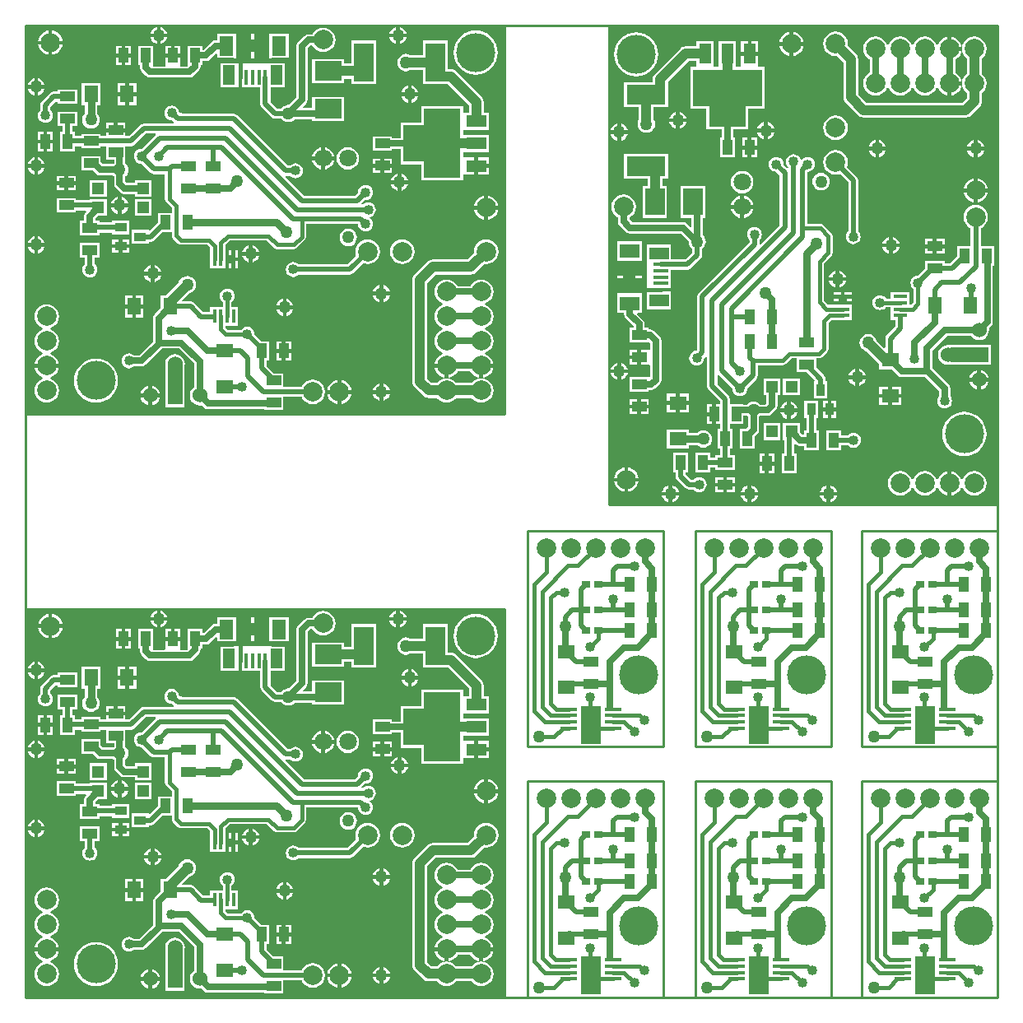
<source format=gtl>
%FSLAX25Y25*%
%MOIN*%
G70*
G01*
G75*
G04 Layer_Physical_Order=1*
G04 Layer_Color=255*
%ADD10R,0.01772X0.06299*%
%ADD11R,0.06299X0.13386*%
%ADD12R,0.01654X0.05512*%
%ADD13R,0.05512X0.07087*%
%ADD14R,0.05000X0.03500*%
%ADD15R,0.09000X0.15000*%
%ADD16R,0.08465X0.05000*%
%ADD17R,0.15000X0.28000*%
%ADD18R,0.07874X0.15748*%
%ADD19R,0.05906X0.15748*%
%ADD20R,0.06600X0.01700*%
%ADD21R,0.07087X0.05512*%
%ADD22R,0.11024X0.07874*%
%ADD23R,0.03300X0.03150*%
%ADD24R,0.04724X0.04724*%
%ADD25R,0.03937X0.05906*%
%ADD26R,0.05906X0.03937*%
%ADD27R,0.15748X0.07874*%
%ADD28R,0.03500X0.05000*%
%ADD29R,0.15748X0.05906*%
%ADD30R,0.07874X0.11024*%
%ADD31R,0.04724X0.04724*%
%ADD32R,0.05512X0.01654*%
%ADD33R,0.06299X0.01772*%
%ADD34R,0.13386X0.06299*%
%ADD35R,0.15000X0.09000*%
%ADD36R,0.05000X0.08465*%
%ADD37R,0.28000X0.15000*%
%ADD38C,0.04000*%
%ADD39C,0.01800*%
%ADD40C,0.02000*%
%ADD41C,0.01500*%
%ADD42C,0.02500*%
%ADD43C,0.03000*%
%ADD44C,0.01000*%
%ADD45C,0.05000*%
%ADD46R,0.27700X0.02100*%
%ADD47R,0.01900X0.03800*%
%ADD48R,0.35700X0.03400*%
%ADD49R,0.02100X0.27700*%
%ADD50R,0.03800X0.01900*%
%ADD51R,0.03400X0.35700*%
%ADD52R,0.08200X0.15600*%
%ADD53R,0.05512X0.07874*%
%ADD54R,0.05118X0.07874*%
%ADD55C,0.07874*%
%ADD56C,0.07087*%
%ADD57R,0.07874X0.05512*%
%ADD58R,0.07874X0.05118*%
%ADD59C,0.15800*%
%ADD60C,0.03937*%
%ADD61C,0.04000*%
%ADD62C,0.05000*%
%ADD63C,0.06000*%
G36*
X194000Y236300D02*
X0D01*
Y393800D01*
X84307D01*
Y393385D01*
X84307D01*
Y390353D01*
X77516D01*
Y387711D01*
X77017D01*
X76139Y387536D01*
X75394Y387039D01*
X72150Y383794D01*
X71569D01*
Y385453D01*
X65632D01*
Y377547D01*
X65632Y377547D01*
X65632D01*
X65682Y377426D01*
X65350Y377094D01*
X62568D01*
Y377547D01*
X62568D01*
Y380750D01*
X56631D01*
Y377547D01*
X56631D01*
Y377448D01*
X56278Y377094D01*
X51569D01*
Y377547D01*
X51569D01*
Y385453D01*
X45632D01*
Y377547D01*
X46306D01*
Y376600D01*
X46481Y375722D01*
X46978Y374978D01*
X46978Y374978D01*
X46978Y374978D01*
X48778Y373178D01*
X48778D01*
X48778Y373178D01*
X48778Y373178D01*
Y373178D01*
X49522Y372680D01*
X50400Y372506D01*
X66300D01*
X67178Y372680D01*
X67922Y373178D01*
X67922Y373178D01*
X67922Y373178D01*
X70222Y375478D01*
X70222Y375478D01*
X70222Y375478D01*
X70719Y376222D01*
X70894Y377100D01*
Y377547D01*
X71569D01*
Y379206D01*
X73100D01*
X73978Y379380D01*
X74722Y379878D01*
X74722Y379878D01*
X74722Y379878D01*
X77054Y382209D01*
X77516Y382018D01*
Y380480D01*
X84307D01*
Y378424D01*
X78894D01*
Y368550D01*
X86012D01*
Y368550D01*
X86132D01*
Y372701D01*
X87555D01*
Y368550D01*
X95079D01*
Y361882D01*
X95079Y361882D01*
X95079D01*
X95234Y361102D01*
X95676Y360440D01*
X99558Y356558D01*
X100220Y356116D01*
X101000Y355961D01*
X103553D01*
X103904Y355504D01*
X104635Y354943D01*
X105486Y354590D01*
X106400Y354470D01*
X107314Y354590D01*
X108165Y354943D01*
X108896Y355504D01*
X109051Y355706D01*
X115988D01*
Y354863D01*
X129012D01*
Y364737D01*
X115988D01*
Y360294D01*
X112592D01*
X112400Y360756D01*
X113622Y361978D01*
X114120Y362722D01*
X114294Y363600D01*
X114294Y363600D01*
X114294Y363600D01*
Y363600D01*
Y384350D01*
X115450Y385506D01*
X116106D01*
X116188Y385310D01*
X116979Y384279D01*
X118010Y383488D01*
X119211Y382990D01*
X120500Y382820D01*
X121789Y382990D01*
X122990Y383488D01*
X124021Y384279D01*
X124812Y385310D01*
X125310Y386511D01*
X125480Y387800D01*
X125310Y389089D01*
X124812Y390290D01*
X124021Y391321D01*
X122990Y392112D01*
X121789Y392610D01*
X120500Y392780D01*
X119211Y392610D01*
X118010Y392112D01*
X116979Y391321D01*
X116188Y390290D01*
X116106Y390094D01*
X114500D01*
X113622Y389919D01*
X112878Y389422D01*
X110378Y386922D01*
X109880Y386178D01*
X109706Y385300D01*
Y364550D01*
X106653Y361497D01*
X106400Y361530D01*
X105486Y361410D01*
X104635Y361057D01*
X103904Y360496D01*
X103553Y360039D01*
X101845D01*
X99157Y362726D01*
Y368550D01*
X105106D01*
Y378424D01*
X99693D01*
Y380480D01*
X106484D01*
Y390353D01*
X99693D01*
Y393385D01*
X99693D01*
Y393446D01*
X100047Y393800D01*
X194000D01*
Y236300D01*
D02*
G37*
G36*
X393700Y199700D02*
X236200D01*
Y284007D01*
X236615D01*
Y284007D01*
X239647D01*
Y277216D01*
X242289D01*
Y276716D01*
X242464Y275839D01*
X242961Y275094D01*
X246206Y271850D01*
Y271269D01*
X244547D01*
Y265332D01*
X252453D01*
X252453Y265332D01*
Y265332D01*
X252574Y265382D01*
X252906Y265050D01*
Y262268D01*
X252453D01*
Y262268D01*
X249250D01*
Y256331D01*
X252453D01*
Y256331D01*
X252552D01*
X252906Y255978D01*
Y251269D01*
X252453D01*
Y251269D01*
X244547D01*
Y245332D01*
X252453D01*
Y246006D01*
X253400D01*
X254278Y246181D01*
X255022Y246678D01*
X255022Y246678D01*
X255022Y246678D01*
X256822Y248478D01*
Y248478D01*
X256822Y248478D01*
X256822Y248478D01*
X256822D01*
X257319Y249222D01*
X257494Y250100D01*
Y266000D01*
X257319Y266878D01*
X256822Y267622D01*
X256822Y267622D01*
X256822Y267622D01*
X254522Y269922D01*
X254522Y269922D01*
X254522Y269922D01*
X253778Y270420D01*
X252900Y270594D01*
X252453D01*
Y271269D01*
X250794D01*
Y272800D01*
X250620Y273678D01*
X250122Y274422D01*
X250122Y274422D01*
X250122Y274422D01*
X247791Y276754D01*
X247982Y277216D01*
X249520D01*
Y284007D01*
X251576D01*
Y278594D01*
X261450D01*
Y285712D01*
X261450D01*
Y285832D01*
X257299D01*
Y287255D01*
X261450D01*
Y294779D01*
X268118D01*
X268118Y294779D01*
Y294779D01*
X268899Y294934D01*
X269560Y295376D01*
X273442Y299258D01*
X273884Y299920D01*
X274039Y300700D01*
Y303253D01*
X274496Y303604D01*
X275057Y304335D01*
X275410Y305186D01*
X275530Y306100D01*
X275410Y307014D01*
X275057Y307865D01*
X274496Y308596D01*
X274294Y308751D01*
Y315688D01*
X275137D01*
Y328712D01*
X265263D01*
Y315688D01*
X269706D01*
Y312292D01*
X269244Y312100D01*
X268022Y313322D01*
X267278Y313820D01*
X266400Y313994D01*
X266400Y313994D01*
X266400Y313994D01*
X266400D01*
X245650D01*
X244494Y315150D01*
Y315807D01*
X244690Y315887D01*
X245721Y316679D01*
X246513Y317710D01*
X247010Y318911D01*
X247180Y320200D01*
X247010Y321489D01*
X246513Y322690D01*
X245721Y323721D01*
X244690Y324513D01*
X243489Y325010D01*
X242200Y325180D01*
X240911Y325010D01*
X239710Y324513D01*
X238679Y323721D01*
X237888Y322690D01*
X237390Y321489D01*
X237220Y320200D01*
X237390Y318911D01*
X237888Y317710D01*
X238679Y316679D01*
X239710Y315887D01*
X239906Y315807D01*
Y314200D01*
X240080Y313322D01*
X240578Y312578D01*
X243078Y310078D01*
X243822Y309580D01*
X244700Y309406D01*
X265450D01*
X268503Y306353D01*
X268470Y306100D01*
X268590Y305186D01*
X268943Y304335D01*
X269504Y303604D01*
X269961Y303253D01*
Y301545D01*
X267273Y298857D01*
X261450D01*
Y304806D01*
X251576D01*
Y299393D01*
X249520D01*
Y306184D01*
X239647D01*
Y299393D01*
X236615D01*
Y299393D01*
X236554D01*
X236200Y299746D01*
Y393700D01*
X393700D01*
Y199700D01*
D02*
G37*
G36*
X194000Y0D02*
X0D01*
Y157500D01*
X84307D01*
Y157085D01*
X84307D01*
Y154053D01*
X77516D01*
Y151411D01*
X77017D01*
X76139Y151236D01*
X75394Y150739D01*
X72150Y147494D01*
X71569D01*
Y149153D01*
X65632D01*
Y141247D01*
X65632Y141247D01*
X65632D01*
X65682Y141126D01*
X65350Y140794D01*
X62568D01*
Y141247D01*
X62568D01*
Y144450D01*
X56631D01*
Y141247D01*
X56631D01*
Y141148D01*
X56278Y140794D01*
X51569D01*
Y141247D01*
X51569D01*
Y149153D01*
X45632D01*
Y141247D01*
X46306D01*
Y140300D01*
X46481Y139422D01*
X46978Y138678D01*
X46978Y138678D01*
X46978Y138678D01*
X48778Y136878D01*
X48778D01*
X48778Y136878D01*
X48778Y136878D01*
Y136878D01*
X49522Y136381D01*
X50400Y136206D01*
X66300D01*
X67178Y136381D01*
X67922Y136878D01*
X67922Y136878D01*
X67922Y136878D01*
X70222Y139178D01*
X70222Y139178D01*
X70222Y139178D01*
X70719Y139922D01*
X70894Y140800D01*
Y141247D01*
X71569D01*
Y142906D01*
X73100D01*
X73978Y143080D01*
X74722Y143578D01*
X74722Y143578D01*
X74722Y143578D01*
X77054Y145910D01*
X77516Y145718D01*
Y144179D01*
X84307D01*
Y142124D01*
X78894D01*
Y132250D01*
X86012D01*
Y132250D01*
X86132D01*
Y136401D01*
X87555D01*
Y132250D01*
X95079D01*
Y125582D01*
X95079Y125582D01*
X95079D01*
X95234Y124802D01*
X95676Y124140D01*
X99558Y120258D01*
X100220Y119816D01*
X101000Y119661D01*
X103553D01*
X103904Y119204D01*
X104635Y118643D01*
X105486Y118290D01*
X106400Y118170D01*
X107314Y118290D01*
X108165Y118643D01*
X108896Y119204D01*
X109051Y119406D01*
X115988D01*
Y118563D01*
X129012D01*
Y128437D01*
X115988D01*
Y123994D01*
X112592D01*
X112400Y124456D01*
X113622Y125678D01*
X114120Y126422D01*
X114294Y127300D01*
X114294Y127300D01*
X114294Y127300D01*
Y127300D01*
Y148050D01*
X115450Y149206D01*
X116106D01*
X116188Y149010D01*
X116979Y147979D01*
X118010Y147187D01*
X119211Y146690D01*
X120500Y146520D01*
X121789Y146690D01*
X122990Y147187D01*
X124021Y147979D01*
X124812Y149010D01*
X125310Y150211D01*
X125480Y151500D01*
X125310Y152789D01*
X124812Y153990D01*
X124021Y155021D01*
X122990Y155813D01*
X121789Y156310D01*
X120500Y156480D01*
X119211Y156310D01*
X118010Y155813D01*
X116979Y155021D01*
X116188Y153990D01*
X116106Y153794D01*
X114500D01*
X113622Y153620D01*
X112878Y153122D01*
X110378Y150622D01*
X109880Y149878D01*
X109706Y149000D01*
Y128250D01*
X106653Y125197D01*
X106400Y125230D01*
X105486Y125110D01*
X104635Y124757D01*
X103904Y124196D01*
X103553Y123739D01*
X101845D01*
X99157Y126426D01*
Y132250D01*
X105106D01*
Y142124D01*
X99693D01*
Y144179D01*
X106484D01*
Y154053D01*
X99693D01*
Y157085D01*
X99693D01*
Y157146D01*
X100047Y157500D01*
X194000D01*
Y0D01*
D02*
G37*
%LPC*%
G36*
X151550Y156731D02*
Y154050D01*
X154232D01*
X154210Y154214D01*
X153857Y155065D01*
X153296Y155796D01*
X152565Y156357D01*
X151714Y156710D01*
X151550Y156731D01*
D02*
G37*
G36*
X150050D02*
X149886Y156710D01*
X149035Y156357D01*
X148304Y155796D01*
X147743Y155065D01*
X147390Y154214D01*
X147369Y154050D01*
X150050D01*
Y156731D01*
D02*
G37*
G36*
X54650D02*
Y154050D01*
X57332D01*
X57310Y154214D01*
X56957Y155065D01*
X56396Y155796D01*
X55665Y156357D01*
X54814Y156710D01*
X54650Y156731D01*
D02*
G37*
G36*
X292450Y203250D02*
X289769D01*
X289790Y203086D01*
X290143Y202235D01*
X290704Y201504D01*
X291435Y200943D01*
X292286Y200590D01*
X292450Y200569D01*
Y203250D01*
D02*
G37*
G36*
X264632D02*
X261950D01*
Y200569D01*
X262114Y200590D01*
X262965Y200943D01*
X263696Y201504D01*
X264257Y202235D01*
X264610Y203086D01*
X264632Y203250D01*
D02*
G37*
G36*
X260450D02*
X257769D01*
X257790Y203086D01*
X258143Y202235D01*
X258704Y201504D01*
X259435Y200943D01*
X260286Y200590D01*
X260450Y200569D01*
Y203250D01*
D02*
G37*
G36*
X154232Y152550D02*
X151550D01*
Y149869D01*
X151714Y149890D01*
X152565Y150243D01*
X153296Y150804D01*
X153857Y151535D01*
X154210Y152386D01*
X154232Y152550D01*
D02*
G37*
G36*
X150050D02*
X147369D01*
X147390Y152386D01*
X147743Y151535D01*
X148304Y150804D01*
X149035Y150243D01*
X149886Y149890D01*
X150050Y149869D01*
Y152550D01*
D02*
G37*
G36*
X57332D02*
X54650D01*
Y149869D01*
X54814Y149890D01*
X55665Y150243D01*
X56396Y150804D01*
X56957Y151535D01*
X57310Y152386D01*
X57332Y152550D01*
D02*
G37*
G36*
X53150Y156731D02*
X52986Y156710D01*
X52135Y156357D01*
X51404Y155796D01*
X50843Y155065D01*
X50490Y154214D01*
X50468Y154050D01*
X53150D01*
Y156731D01*
D02*
G37*
G36*
X10750Y155281D02*
Y151150D01*
X14881D01*
X14810Y151689D01*
X14312Y152890D01*
X13521Y153921D01*
X12490Y154712D01*
X11289Y155210D01*
X10750Y155281D01*
D02*
G37*
G36*
X9250D02*
X8711Y155210D01*
X7510Y154712D01*
X6479Y153921D01*
X5688Y152890D01*
X5190Y151689D01*
X5119Y151150D01*
X9250D01*
Y155281D01*
D02*
G37*
G36*
X296632Y203250D02*
X293950D01*
Y200569D01*
X294114Y200590D01*
X294965Y200943D01*
X295696Y201504D01*
X296257Y202235D01*
X296610Y203086D01*
X296632Y203250D01*
D02*
G37*
G36*
X293950Y207432D02*
Y204750D01*
X296632D01*
X296610Y204914D01*
X296257Y205765D01*
X295696Y206496D01*
X294965Y207057D01*
X294114Y207410D01*
X293950Y207432D01*
D02*
G37*
G36*
X292450D02*
X292286Y207410D01*
X291435Y207057D01*
X290704Y206496D01*
X290143Y205765D01*
X289790Y204914D01*
X289769Y204750D01*
X292450D01*
Y207432D01*
D02*
G37*
G36*
X261950D02*
Y204750D01*
X264632D01*
X264610Y204914D01*
X264257Y205765D01*
X263696Y206496D01*
X262965Y207057D01*
X262114Y207410D01*
X261950Y207432D01*
D02*
G37*
G36*
X242550Y208950D02*
X238419D01*
X238490Y208411D01*
X238987Y207210D01*
X239779Y206179D01*
X240810Y205387D01*
X242011Y204890D01*
X242550Y204819D01*
Y208950D01*
D02*
G37*
G36*
X325950Y207432D02*
Y204750D01*
X328631D01*
X328610Y204914D01*
X328257Y205765D01*
X327696Y206496D01*
X326965Y207057D01*
X326114Y207410D01*
X325950Y207432D01*
D02*
G37*
G36*
X324450D02*
X324286Y207410D01*
X323435Y207057D01*
X322704Y206496D01*
X322143Y205765D01*
X321790Y204914D01*
X321768Y204750D01*
X324450D01*
Y207432D01*
D02*
G37*
G36*
X268168Y220653D02*
X262231D01*
Y212747D01*
X263161D01*
Y211100D01*
X263161Y211100D01*
X263316Y210320D01*
X263758Y209658D01*
X267158Y206258D01*
X267820Y205816D01*
X268600Y205661D01*
X270583D01*
X270660Y205560D01*
X271287Y205080D01*
X272017Y204777D01*
X272800Y204674D01*
X273583Y204777D01*
X274313Y205080D01*
X274940Y205560D01*
X275420Y206187D01*
X275723Y206917D01*
X275826Y207700D01*
X275723Y208483D01*
X275420Y209213D01*
X274940Y209840D01*
X274313Y210320D01*
X273583Y210623D01*
X272800Y210726D01*
X272017Y210623D01*
X271287Y210320D01*
X270660Y209840D01*
X270583Y209739D01*
X269445D01*
X267239Y211945D01*
Y212747D01*
X268168D01*
Y220653D01*
D02*
G37*
G36*
X328631Y203250D02*
X325950D01*
Y200569D01*
X326114Y200590D01*
X326965Y200943D01*
X327696Y201504D01*
X328257Y202235D01*
X328610Y203086D01*
X328631Y203250D01*
D02*
G37*
G36*
X324450D02*
X321768D01*
X321790Y203086D01*
X322143Y202235D01*
X322704Y201504D01*
X323435Y200943D01*
X324286Y200590D01*
X324450Y200569D01*
Y203250D01*
D02*
G37*
G36*
X260450Y207432D02*
X260286Y207410D01*
X259435Y207057D01*
X258704Y206496D01*
X258143Y205765D01*
X257790Y204914D01*
X257769Y204750D01*
X260450D01*
Y207432D01*
D02*
G37*
G36*
X287253Y206950D02*
X284050D01*
Y204731D01*
X287253D01*
Y206950D01*
D02*
G37*
G36*
X282550D02*
X279347D01*
Y204731D01*
X282550D01*
Y206950D01*
D02*
G37*
G36*
X156350Y132931D02*
Y130250D01*
X159031D01*
X159010Y130414D01*
X158657Y131265D01*
X158096Y131996D01*
X157365Y132557D01*
X156514Y132910D01*
X156350Y132931D01*
D02*
G37*
G36*
X154850D02*
X154686Y132910D01*
X153835Y132557D01*
X153104Y131996D01*
X152543Y131265D01*
X152190Y130414D01*
X152169Y130250D01*
X154850D01*
Y132931D01*
D02*
G37*
G36*
X44823Y134043D02*
X41817D01*
Y130250D01*
X44823D01*
Y134043D01*
D02*
G37*
G36*
X5050Y135932D02*
Y133250D01*
X7732D01*
X7710Y133414D01*
X7357Y134265D01*
X6796Y134996D01*
X6065Y135557D01*
X5214Y135910D01*
X5050Y135932D01*
D02*
G37*
G36*
X3550D02*
X3386Y135910D01*
X2535Y135557D01*
X1804Y134996D01*
X1243Y134265D01*
X890Y133414D01*
X869Y133250D01*
X3550D01*
Y135932D01*
D02*
G37*
G36*
X20953Y131468D02*
X13047D01*
Y130539D01*
X11400D01*
X11400Y130539D01*
X10620Y130384D01*
X9958Y129942D01*
X6558Y126542D01*
X6116Y125880D01*
X5961Y125100D01*
Y123117D01*
X5860Y123040D01*
X5379Y122413D01*
X5077Y121683D01*
X4974Y120900D01*
X5077Y120117D01*
X5379Y119387D01*
X5860Y118760D01*
X6487Y118280D01*
X7217Y117977D01*
X8000Y117874D01*
X8783Y117977D01*
X9513Y118280D01*
X10140Y118760D01*
X10621Y119387D01*
X10923Y120117D01*
X11026Y120900D01*
X10923Y121683D01*
X10621Y122413D01*
X10140Y123040D01*
X10039Y123117D01*
Y124255D01*
X12245Y126461D01*
X13047D01*
Y125531D01*
X20953D01*
Y131468D01*
D02*
G37*
G36*
X159031Y128750D02*
X156350D01*
Y126068D01*
X156514Y126090D01*
X157365Y126443D01*
X158096Y127004D01*
X158657Y127735D01*
X159010Y128586D01*
X159031Y128750D01*
D02*
G37*
G36*
X154850D02*
X152169D01*
X152190Y128586D01*
X152543Y127735D01*
X153104Y127004D01*
X153835Y126443D01*
X154686Y126090D01*
X154850Y126068D01*
Y128750D01*
D02*
G37*
G36*
X44823D02*
X41817D01*
Y124957D01*
X44823D01*
Y128750D01*
D02*
G37*
G36*
X40317Y134043D02*
X37311D01*
Y130250D01*
X40317D01*
Y134043D01*
D02*
G37*
G36*
X7732Y131750D02*
X5050D01*
Y129069D01*
X5214Y129090D01*
X6065Y129443D01*
X6796Y130004D01*
X7357Y130735D01*
X7710Y131586D01*
X7732Y131750D01*
D02*
G37*
G36*
X3550D02*
X869D01*
X890Y131586D01*
X1243Y130735D01*
X1804Y130004D01*
X2535Y129443D01*
X3386Y129090D01*
X3550Y129069D01*
Y131750D01*
D02*
G37*
G36*
X182300Y155343D02*
X180555Y155171D01*
X178878Y154662D01*
X177331Y153836D01*
X175976Y152724D01*
X174864Y151368D01*
X174038Y149822D01*
X173529Y148145D01*
X173357Y146400D01*
X173529Y144655D01*
X174038Y142978D01*
X174864Y141431D01*
X175976Y140076D01*
X177331Y138964D01*
X178878Y138138D01*
X180555Y137629D01*
X182300Y137457D01*
X184045Y137629D01*
X185722Y138138D01*
X187268Y138964D01*
X188624Y140076D01*
X189736Y141431D01*
X190562Y142978D01*
X191071Y144655D01*
X191243Y146400D01*
X191071Y148145D01*
X190562Y149822D01*
X189736Y151368D01*
X188624Y152724D01*
X187268Y153836D01*
X185722Y154662D01*
X184045Y155171D01*
X182300Y155343D01*
D02*
G37*
G36*
X58850Y149153D02*
X56631D01*
Y145950D01*
X58850D01*
Y149153D01*
D02*
G37*
G36*
X42568D02*
X40350D01*
Y145950D01*
X42568D01*
Y149153D01*
D02*
G37*
G36*
X38850D02*
X36632D01*
Y145950D01*
X38850D01*
Y149153D01*
D02*
G37*
G36*
X53150Y152550D02*
X50468D01*
X50490Y152386D01*
X50843Y151535D01*
X51404Y150804D01*
X52135Y150243D01*
X52986Y149890D01*
X53150Y149869D01*
Y152550D01*
D02*
G37*
G36*
X51250Y247736D02*
Y244550D01*
X54436D01*
X54397Y244844D01*
X53994Y245817D01*
X53353Y246653D01*
X52517Y247294D01*
X51544Y247697D01*
X51250Y247736D01*
D02*
G37*
G36*
X62568Y149153D02*
X60350D01*
Y145950D01*
X62568D01*
Y149153D01*
D02*
G37*
G36*
X141803Y151274D02*
X131929D01*
Y141880D01*
X129012D01*
Y143791D01*
X115988D01*
Y133917D01*
X129012D01*
Y135828D01*
X131929D01*
Y133526D01*
X141803D01*
Y151274D01*
D02*
G37*
G36*
X42568Y144450D02*
X40350D01*
Y141247D01*
X42568D01*
Y144450D01*
D02*
G37*
G36*
X38850D02*
X36632D01*
Y141247D01*
X38850D01*
Y144450D01*
D02*
G37*
G36*
X14881Y149650D02*
X10750D01*
Y145519D01*
X11289Y145590D01*
X12490Y146088D01*
X13521Y146879D01*
X14312Y147910D01*
X14810Y149111D01*
X14881Y149650D01*
D02*
G37*
G36*
X9250D02*
X5119D01*
X5190Y149111D01*
X5688Y147910D01*
X6479Y146879D01*
X7510Y146088D01*
X8711Y145590D01*
X9250Y145519D01*
Y149650D01*
D02*
G37*
G36*
X170937Y151274D02*
X161063D01*
Y145326D01*
X155806D01*
X155765Y145357D01*
X154914Y145710D01*
X154000Y145830D01*
X153086Y145710D01*
X152235Y145357D01*
X151504Y144796D01*
X150943Y144065D01*
X150590Y143214D01*
X150470Y142300D01*
X150590Y141386D01*
X150943Y140535D01*
X151504Y139804D01*
X152235Y139243D01*
X153086Y138890D01*
X154000Y138770D01*
X154914Y138890D01*
X155765Y139243D01*
X155806Y139274D01*
X161063D01*
Y133526D01*
X170937D01*
Y133526D01*
X171095Y133526D01*
X179474Y125147D01*
Y122055D01*
X177554D01*
X177554Y122055D01*
Y122055D01*
X177268Y122055D01*
X177200Y122123D01*
Y124500D01*
X160200D01*
Y118000D01*
X151803D01*
Y111794D01*
X148453D01*
Y112469D01*
X140547D01*
Y106532D01*
X148453D01*
Y107206D01*
X151803D01*
Y101000D01*
X160200D01*
Y94500D01*
X177200D01*
Y96945D01*
X177200D01*
X177268D01*
X177554Y96945D01*
X177554Y96945D01*
Y96945D01*
X181750D01*
Y100444D01*
Y103945D01*
X177554D01*
X177554Y103945D01*
Y103945D01*
X177268Y103945D01*
X177200Y104013D01*
Y106000D01*
X177268D01*
Y106000D01*
X187732D01*
Y113000D01*
X177268D01*
D01*
X177268D01*
X177200Y113068D01*
Y114987D01*
X177268Y115055D01*
X177554Y115055D01*
X177554Y115055D01*
Y115055D01*
X187732D01*
Y122055D01*
X185526D01*
Y126400D01*
X185423Y127183D01*
X185209Y127699D01*
X185120Y127913D01*
X184640Y128540D01*
X174340Y138840D01*
X173713Y139321D01*
X173499Y139409D01*
X172983Y139623D01*
X172200Y139726D01*
X170937D01*
Y151274D01*
D02*
G37*
G36*
X54436Y243050D02*
X51250D01*
Y239864D01*
X51544Y239903D01*
X52517Y240306D01*
X53353Y240947D01*
X53994Y241783D01*
X54397Y242756D01*
X54436Y243050D01*
D02*
G37*
G36*
X49750D02*
X46564D01*
X46603Y242756D01*
X47006Y241783D01*
X47647Y240947D01*
X48483Y240306D01*
X49456Y239903D01*
X49750Y239864D01*
Y243050D01*
D02*
G37*
G36*
X328430Y241700D02*
X326430D01*
Y238950D01*
X328430D01*
Y241700D01*
D02*
G37*
G36*
X354743Y247389D02*
X350950D01*
Y244383D01*
X354743D01*
Y247389D01*
D02*
G37*
G36*
Y242883D02*
X350950D01*
Y239877D01*
X354743D01*
Y242883D01*
D02*
G37*
G36*
X349450D02*
X345657D01*
Y239877D01*
X349450D01*
Y242883D01*
D02*
G37*
G36*
X308450Y241231D02*
X308286Y241210D01*
X307435Y240857D01*
X306704Y240296D01*
X306143Y239565D01*
X305790Y238714D01*
X305768Y238550D01*
X308450D01*
Y241231D01*
D02*
G37*
G36*
X268743Y240017D02*
X264950D01*
Y237011D01*
X268743D01*
Y240017D01*
D02*
G37*
G36*
X263450D02*
X259657D01*
Y237011D01*
X263450D01*
Y240017D01*
D02*
G37*
G36*
X324930Y241700D02*
X322930D01*
Y238950D01*
X324930D01*
Y241700D01*
D02*
G37*
G36*
X60500Y260535D02*
X59456Y260397D01*
X58483Y259994D01*
X57647Y259353D01*
X57006Y258517D01*
X56603Y257544D01*
X56466Y256500D01*
X56547Y255879D01*
Y238926D01*
X64453D01*
Y255879D01*
X64534Y256500D01*
X64397Y257544D01*
X63994Y258517D01*
X63353Y259353D01*
X62517Y259994D01*
X61544Y260397D01*
X60500Y260535D01*
D02*
G37*
G36*
X309950Y241231D02*
Y238550D01*
X312632D01*
X312610Y238714D01*
X312257Y239565D01*
X311696Y240296D01*
X310965Y240857D01*
X310114Y241210D01*
X309950Y241231D01*
D02*
G37*
G36*
X247750Y242268D02*
X244547D01*
Y240050D01*
X247750D01*
Y242268D01*
D02*
G37*
G36*
X143350Y244450D02*
X140668D01*
X140690Y244286D01*
X141043Y243435D01*
X141604Y242704D01*
X142335Y242143D01*
X143186Y241790D01*
X143350Y241769D01*
Y244450D01*
D02*
G37*
G36*
X268743Y244523D02*
X264950D01*
Y241517D01*
X268743D01*
Y244523D01*
D02*
G37*
G36*
X263450D02*
X259657D01*
Y241517D01*
X263450D01*
Y244523D01*
D02*
G37*
G36*
X349450Y247389D02*
X345657D01*
Y244383D01*
X349450D01*
Y247389D01*
D02*
G37*
G36*
X313499Y250617D02*
X306775D01*
Y243893D01*
X313499D01*
Y250617D01*
D02*
G37*
G36*
X147531Y244450D02*
X144850D01*
Y241769D01*
X145014Y241790D01*
X145865Y242143D01*
X146596Y242704D01*
X147157Y243435D01*
X147510Y244286D01*
X147531Y244450D01*
D02*
G37*
G36*
X126350D02*
X122219D01*
X122290Y243911D01*
X122787Y242710D01*
X123579Y241679D01*
X124610Y240887D01*
X125811Y240390D01*
X126350Y240319D01*
Y244450D01*
D02*
G37*
G36*
X65500Y292230D02*
X64586Y292110D01*
X63735Y291757D01*
X63004Y291196D01*
X62443Y290465D01*
X62090Y289614D01*
X62083Y289563D01*
X56864Y284343D01*
X54744D01*
Y279288D01*
X52178Y276722D01*
X51681Y275978D01*
X51506Y275100D01*
Y265650D01*
X45950Y260094D01*
X43838D01*
X43413Y260420D01*
X42683Y260723D01*
X41900Y260826D01*
X41117Y260723D01*
X40387Y260420D01*
X39760Y259940D01*
X39279Y259313D01*
X38977Y258583D01*
X38874Y257800D01*
X38977Y257017D01*
X39279Y256287D01*
X39760Y255660D01*
X40387Y255180D01*
X41117Y254877D01*
X41900Y254774D01*
X42683Y254877D01*
X43413Y255180D01*
X43838Y255506D01*
X46900D01*
X47778Y255680D01*
X48522Y256178D01*
X48522Y256178D01*
X48522Y256178D01*
X55150Y262806D01*
X62150D01*
X68206Y256750D01*
Y247082D01*
X67647Y246653D01*
X67006Y245817D01*
X66603Y244844D01*
X66466Y243800D01*
X66603Y242756D01*
X67006Y241783D01*
X67647Y240947D01*
X68483Y240306D01*
X69456Y239903D01*
X70500Y239766D01*
X71198Y239857D01*
X72178Y238878D01*
X72922Y238381D01*
X73800Y238206D01*
X96547D01*
Y237831D01*
X104453D01*
Y243161D01*
X111801D01*
X111987Y242710D01*
X112779Y241679D01*
X113810Y240887D01*
X115011Y240390D01*
X116300Y240220D01*
X117589Y240390D01*
X118790Y240887D01*
X119821Y241679D01*
X120613Y242710D01*
X121110Y243911D01*
X121280Y245200D01*
X121110Y246489D01*
X120613Y247690D01*
X119821Y248721D01*
X118790Y249513D01*
X117589Y250010D01*
X116300Y250180D01*
X115011Y250010D01*
X113810Y249513D01*
X112779Y248721D01*
X111987Y247690D01*
X111801Y247239D01*
X104453D01*
Y252768D01*
X100415D01*
X97539Y255645D01*
Y257847D01*
X98469D01*
Y265753D01*
X95431D01*
X92709Y268475D01*
X92726Y268600D01*
X92623Y269383D01*
X92321Y270113D01*
X91840Y270740D01*
X91213Y271220D01*
X90483Y271523D01*
X89700Y271626D01*
X88917Y271523D01*
X88187Y271220D01*
X87560Y270740D01*
X87288Y270384D01*
X81839D01*
X80843Y271380D01*
Y272044D01*
X86004D01*
Y279556D01*
X83402D01*
Y281525D01*
X83840Y281860D01*
X84320Y282487D01*
X84623Y283217D01*
X84726Y284000D01*
X84623Y284783D01*
X84320Y285513D01*
X83840Y286140D01*
X83213Y286620D01*
X82483Y286923D01*
X81700Y287026D01*
X80917Y286923D01*
X80187Y286620D01*
X79560Y286140D01*
X79080Y285513D01*
X78777Y284783D01*
X78674Y284000D01*
X78777Y283217D01*
X79080Y282487D01*
X79560Y281860D01*
X79834Y281650D01*
Y279556D01*
X74673D01*
Y277739D01*
X71945D01*
X68442Y281242D01*
X67780Y281684D01*
X67000Y281839D01*
X63572D01*
X63380Y282301D01*
X66363Y285283D01*
X66414Y285290D01*
X67265Y285643D01*
X67996Y286204D01*
X68557Y286935D01*
X68910Y287786D01*
X69030Y288700D01*
X68910Y289614D01*
X68557Y290465D01*
X67996Y291196D01*
X67265Y291757D01*
X66414Y292110D01*
X65500Y292230D01*
D02*
G37*
G36*
X252453Y242268D02*
X249250D01*
Y240050D01*
X252453D01*
Y242268D01*
D02*
G37*
G36*
X28500Y258743D02*
X26755Y258571D01*
X25078Y258062D01*
X23531Y257236D01*
X22176Y256124D01*
X21064Y254768D01*
X20238Y253222D01*
X19729Y251545D01*
X19557Y249800D01*
X19729Y248055D01*
X20238Y246378D01*
X21064Y244831D01*
X22176Y243476D01*
X23531Y242364D01*
X25078Y241538D01*
X26755Y241029D01*
X28500Y240857D01*
X30245Y241029D01*
X31922Y241538D01*
X33468Y242364D01*
X34824Y243476D01*
X35936Y244831D01*
X36762Y246378D01*
X37271Y248055D01*
X37443Y249800D01*
X37271Y251545D01*
X36762Y253222D01*
X35936Y254768D01*
X34824Y256124D01*
X33468Y257236D01*
X31922Y258062D01*
X30245Y258571D01*
X28500Y258743D01*
D02*
G37*
G36*
X13381Y255050D02*
X3619D01*
X3690Y254511D01*
X4188Y253310D01*
X4979Y252279D01*
X6010Y251487D01*
X7067Y251050D01*
Y250550D01*
X6010Y250113D01*
X4979Y249321D01*
X4188Y248290D01*
X3690Y247089D01*
X3520Y245800D01*
X3690Y244511D01*
X4188Y243310D01*
X4979Y242279D01*
X6010Y241488D01*
X7211Y240990D01*
X8500Y240820D01*
X9789Y240990D01*
X10990Y241488D01*
X12021Y242279D01*
X12812Y243310D01*
X13310Y244511D01*
X13480Y245800D01*
X13310Y247089D01*
X12812Y248290D01*
X12021Y249321D01*
X10990Y250113D01*
X9933Y250550D01*
Y251050D01*
X10990Y251487D01*
X12021Y252279D01*
X12812Y253310D01*
X13310Y254511D01*
X13381Y255050D01*
D02*
G37*
G36*
X131981Y244450D02*
X127850D01*
Y240319D01*
X128389Y240390D01*
X129590Y240887D01*
X130621Y241679D01*
X131412Y242710D01*
X131910Y243911D01*
X131981Y244450D01*
D02*
G37*
G36*
X299450Y215450D02*
X297232D01*
Y212247D01*
X299450D01*
Y215450D01*
D02*
G37*
G36*
X244050Y214581D02*
Y210450D01*
X248181D01*
X248110Y210989D01*
X247613Y212190D01*
X246821Y213221D01*
X245790Y214013D01*
X244589Y214510D01*
X244050Y214581D01*
D02*
G37*
G36*
X242550D02*
X242011Y214510D01*
X240810Y214013D01*
X239779Y213221D01*
X238987Y212190D01*
X238490Y210989D01*
X238419Y210450D01*
X242550D01*
Y214581D01*
D02*
G37*
G36*
X303169Y220153D02*
X300950D01*
Y216950D01*
X303169D01*
Y220153D01*
D02*
G37*
G36*
X299450D02*
X297232D01*
Y216950D01*
X299450D01*
Y220153D01*
D02*
G37*
G36*
X303169Y215450D02*
X300950D01*
Y212247D01*
X303169D01*
Y215450D01*
D02*
G37*
G36*
X282550Y210668D02*
X279347D01*
Y208450D01*
X282550D01*
Y210668D01*
D02*
G37*
G36*
X49750Y247736D02*
X49456Y247697D01*
X48483Y247294D01*
X47647Y246653D01*
X47006Y245817D01*
X46603Y244844D01*
X46564Y244550D01*
X49750D01*
Y247736D01*
D02*
G37*
G36*
X248181Y208950D02*
X244050D01*
Y204819D01*
X244589Y204890D01*
X245790Y205387D01*
X246821Y206179D01*
X247613Y207210D01*
X248110Y208411D01*
X248181Y208950D01*
D02*
G37*
G36*
X384200Y213180D02*
X382911Y213010D01*
X381710Y212512D01*
X380679Y211721D01*
X379888Y210690D01*
X379450Y209633D01*
X378950D01*
X378513Y210690D01*
X377721Y211721D01*
X376690Y212512D01*
X375489Y213010D01*
X374950Y213081D01*
Y203319D01*
X375489Y203390D01*
X376690Y203888D01*
X377721Y204679D01*
X378513Y205710D01*
X378950Y206767D01*
X379450D01*
X379888Y205710D01*
X380679Y204679D01*
X381710Y203888D01*
X382911Y203390D01*
X384200Y203220D01*
X385489Y203390D01*
X386690Y203888D01*
X387721Y204679D01*
X388512Y205710D01*
X389010Y206911D01*
X389180Y208200D01*
X389010Y209489D01*
X388512Y210690D01*
X387721Y211721D01*
X386690Y212512D01*
X385489Y213010D01*
X384200Y213180D01*
D02*
G37*
G36*
X364200D02*
X362911Y213010D01*
X361710Y212512D01*
X360679Y211721D01*
X359888Y210690D01*
X359450Y209633D01*
X358950D01*
X358512Y210690D01*
X357721Y211721D01*
X356690Y212512D01*
X355489Y213010D01*
X354200Y213180D01*
X352911Y213010D01*
X351710Y212512D01*
X350679Y211721D01*
X349887Y210690D01*
X349390Y209489D01*
X349220Y208200D01*
X349390Y206911D01*
X349887Y205710D01*
X350679Y204679D01*
X351710Y203888D01*
X352911Y203390D01*
X354200Y203220D01*
X355489Y203390D01*
X356690Y203888D01*
X357721Y204679D01*
X358512Y205710D01*
X358950Y206767D01*
X359450D01*
X359888Y205710D01*
X360679Y204679D01*
X361710Y203888D01*
X362911Y203390D01*
X364200Y203220D01*
X365489Y203390D01*
X366690Y203888D01*
X367721Y204679D01*
X368513Y205710D01*
X368950Y206767D01*
X369450D01*
X369887Y205710D01*
X370679Y204679D01*
X371710Y203888D01*
X372911Y203390D01*
X373450Y203319D01*
Y213081D01*
X372911Y213010D01*
X371710Y212512D01*
X370679Y211721D01*
X369887Y210690D01*
X369450Y209633D01*
X368950D01*
X368513Y210690D01*
X367721Y211721D01*
X366690Y212512D01*
X365489Y213010D01*
X364200Y213180D01*
D02*
G37*
G36*
X287253Y210668D02*
X284050D01*
Y208450D01*
X287253D01*
Y210668D01*
D02*
G37*
G36*
X380200Y237143D02*
X378455Y236971D01*
X376778Y236462D01*
X375232Y235636D01*
X373876Y234524D01*
X372764Y233169D01*
X371938Y231622D01*
X371429Y229945D01*
X371257Y228200D01*
X371429Y226455D01*
X371938Y224778D01*
X372764Y223232D01*
X373876Y221876D01*
X375232Y220764D01*
X376778Y219938D01*
X378455Y219429D01*
X380200Y219257D01*
X381945Y219429D01*
X383622Y219938D01*
X385169Y220764D01*
X386524Y221876D01*
X387636Y223232D01*
X388462Y224778D01*
X388971Y226455D01*
X389143Y228200D01*
X388971Y229945D01*
X388462Y231622D01*
X387636Y233169D01*
X386524Y234524D01*
X385169Y235636D01*
X383622Y236462D01*
X381945Y236971D01*
X380200Y237143D01*
D02*
G37*
G36*
X328430Y237450D02*
X326430D01*
Y234700D01*
X328430D01*
Y237450D01*
D02*
G37*
G36*
X324930D02*
X322930D01*
Y234700D01*
X324930D01*
Y237450D01*
D02*
G37*
G36*
X312632Y237050D02*
X309950D01*
Y234368D01*
X310114Y234390D01*
X310965Y234743D01*
X311696Y235304D01*
X312257Y236035D01*
X312610Y236886D01*
X312632Y237050D01*
D02*
G37*
G36*
X278050Y240153D02*
X275832D01*
Y236950D01*
X278050D01*
Y240153D01*
D02*
G37*
G36*
X252453Y238550D02*
X249250D01*
Y236332D01*
X252453D01*
Y238550D01*
D02*
G37*
G36*
X247750D02*
X244547D01*
Y236332D01*
X247750D01*
Y238550D01*
D02*
G37*
G36*
X305625Y232507D02*
X298901D01*
Y225783D01*
X305625D01*
Y232507D01*
D02*
G37*
G36*
X330269Y229653D02*
X324331D01*
Y221747D01*
X330269D01*
Y223661D01*
X333083D01*
X333160Y223560D01*
X333787Y223079D01*
X334517Y222777D01*
X335300Y222674D01*
X336083Y222777D01*
X336813Y223079D01*
X337440Y223560D01*
X337920Y224187D01*
X338223Y224917D01*
X338326Y225700D01*
X338223Y226483D01*
X337920Y227213D01*
X337440Y227840D01*
X336813Y228321D01*
X336083Y228623D01*
X335300Y228726D01*
X334517Y228623D01*
X333787Y228321D01*
X333160Y227840D01*
X333083Y227739D01*
X330269D01*
Y229653D01*
D02*
G37*
G36*
X268743Y229956D02*
X259657D01*
Y222444D01*
X268743D01*
Y223651D01*
X272073D01*
X272735Y223143D01*
X273586Y222790D01*
X274500Y222670D01*
X275414Y222790D01*
X276265Y223143D01*
X276996Y223704D01*
X277557Y224435D01*
X277910Y225286D01*
X278030Y226200D01*
X277910Y227114D01*
X277557Y227965D01*
X276996Y228696D01*
X276265Y229257D01*
X275414Y229610D01*
X274500Y229730D01*
X273586Y229610D01*
X272735Y229257D01*
X272073Y228749D01*
X268743D01*
Y229956D01*
D02*
G37*
G36*
X308450Y237050D02*
X305768D01*
X305790Y236886D01*
X306143Y236035D01*
X306704Y235304D01*
X307435Y234743D01*
X308286Y234390D01*
X308450Y234368D01*
Y237050D01*
D02*
G37*
G36*
X278050Y235450D02*
X275832D01*
Y232247D01*
X278050D01*
Y235450D01*
D02*
G37*
G36*
X320950Y241700D02*
X315450D01*
Y234700D01*
X316161D01*
Y229653D01*
X315332D01*
Y227994D01*
X314532D01*
X313499Y229027D01*
Y232507D01*
X306775D01*
Y225783D01*
X307161D01*
Y220153D01*
X306231D01*
Y212247D01*
X312169D01*
Y220153D01*
X311239D01*
Y224145D01*
X311701Y224337D01*
X311960Y224078D01*
X312704Y223581D01*
X313582Y223406D01*
X315332D01*
Y221747D01*
X321269D01*
Y229653D01*
X320239D01*
Y234700D01*
X320950D01*
Y241700D01*
D02*
G37*
G36*
X40317Y128750D02*
X37311D01*
Y124957D01*
X40317D01*
Y128750D01*
D02*
G37*
G36*
X144850Y52232D02*
Y49550D01*
X147531D01*
X147510Y49714D01*
X147157Y50565D01*
X146596Y51296D01*
X145865Y51857D01*
X145014Y52210D01*
X144850Y52232D01*
D02*
G37*
G36*
X143350D02*
X143186Y52210D01*
X142335Y51857D01*
X141604Y51296D01*
X141043Y50565D01*
X140690Y49714D01*
X140668Y49550D01*
X143350D01*
Y52232D01*
D02*
G37*
G36*
X147531Y48050D02*
X144850D01*
Y45368D01*
X145014Y45390D01*
X145865Y45743D01*
X146596Y46304D01*
X147157Y47035D01*
X147510Y47886D01*
X147531Y48050D01*
D02*
G37*
G36*
X54931Y56150D02*
X52250D01*
Y53469D01*
X52414Y53490D01*
X53265Y53843D01*
X53996Y54404D01*
X54557Y55135D01*
X54910Y55986D01*
X54931Y56150D01*
D02*
G37*
G36*
X50750D02*
X48068D01*
X48090Y55986D01*
X48443Y55135D01*
X49004Y54404D01*
X49735Y53843D01*
X50586Y53490D01*
X50750Y53469D01*
Y56150D01*
D02*
G37*
G36*
X184500Y54480D02*
X183211Y54310D01*
X182010Y53812D01*
X180979Y53021D01*
X180187Y51990D01*
X180106Y51794D01*
X174893D01*
X174812Y51990D01*
X174021Y53021D01*
X172990Y53812D01*
X171789Y54310D01*
X170500Y54480D01*
X169211Y54310D01*
X168010Y53812D01*
X166979Y53021D01*
X166188Y51990D01*
X165690Y50789D01*
X165520Y49500D01*
X165690Y48211D01*
X166188Y47010D01*
X166979Y45979D01*
X168010Y45188D01*
X169067Y44750D01*
Y44250D01*
X168010Y43813D01*
X166979Y43021D01*
X166188Y41990D01*
X165690Y40789D01*
X165520Y39500D01*
X165690Y38211D01*
X166188Y37010D01*
X166979Y35979D01*
X168010Y35188D01*
X169067Y34750D01*
Y34250D01*
X168010Y33812D01*
X166979Y33021D01*
X166188Y31990D01*
X165690Y30789D01*
X165520Y29500D01*
X165690Y28211D01*
X166188Y27010D01*
X166979Y25979D01*
X168010Y25188D01*
X169067Y24750D01*
Y24250D01*
X168010Y23812D01*
X166979Y23021D01*
X166188Y21990D01*
X165690Y20789D01*
X165619Y20250D01*
X170501D01*
Y19501D01*
X171250D01*
Y14619D01*
X171789Y14690D01*
X172990Y15188D01*
X174021Y15979D01*
X174812Y17010D01*
X174893Y17206D01*
X180106D01*
X180187Y17010D01*
X180979Y15979D01*
X182010Y15188D01*
X183211Y14690D01*
X183750Y14619D01*
Y19501D01*
X184499D01*
Y20250D01*
X189381D01*
X189310Y20789D01*
X188812Y21990D01*
X188021Y23021D01*
X186990Y23812D01*
X185933Y24250D01*
Y24750D01*
X186990Y25188D01*
X188021Y25979D01*
X188812Y27010D01*
X189310Y28211D01*
X189480Y29500D01*
X189310Y30789D01*
X188812Y31990D01*
X188021Y33021D01*
X186990Y33812D01*
X185933Y34250D01*
Y34750D01*
X186990Y35188D01*
X188021Y35979D01*
X188812Y37010D01*
X189310Y38211D01*
X189480Y39500D01*
X189310Y40789D01*
X188812Y41990D01*
X188021Y43021D01*
X186990Y43813D01*
X185933Y44250D01*
Y44750D01*
X186990Y45188D01*
X188021Y45979D01*
X188812Y47010D01*
X189310Y48211D01*
X189480Y49500D01*
X189310Y50789D01*
X188812Y51990D01*
X188021Y53021D01*
X186990Y53812D01*
X185789Y54310D01*
X184500Y54480D01*
D02*
G37*
G36*
X105650Y46632D02*
Y43950D01*
X108332D01*
X108310Y44114D01*
X107957Y44965D01*
X107396Y45696D01*
X106665Y46257D01*
X105814Y46610D01*
X105650Y46632D01*
D02*
G37*
G36*
X104150D02*
X103986Y46610D01*
X103135Y46257D01*
X102404Y45696D01*
X101843Y44965D01*
X101490Y44114D01*
X101469Y43950D01*
X104150D01*
Y46632D01*
D02*
G37*
G36*
X108332Y42450D02*
X105650D01*
Y39768D01*
X105814Y39790D01*
X106665Y40143D01*
X107396Y40704D01*
X107957Y41435D01*
X108310Y42286D01*
X108332Y42450D01*
D02*
G37*
G36*
X143350Y48050D02*
X140668D01*
X140690Y47886D01*
X141043Y47035D01*
X141604Y46304D01*
X142335Y45743D01*
X143186Y45390D01*
X143350Y45368D01*
Y48050D01*
D02*
G37*
G36*
X47689Y48043D02*
X44683D01*
Y44250D01*
X47689D01*
Y48043D01*
D02*
G37*
G36*
X43183D02*
X40177D01*
Y44250D01*
X43183D01*
Y48043D01*
D02*
G37*
G36*
X29953Y69368D02*
X22047D01*
Y63432D01*
X23961D01*
Y60617D01*
X23860Y60540D01*
X23380Y59913D01*
X23077Y59183D01*
X22974Y58400D01*
X23077Y57617D01*
X23380Y56887D01*
X23860Y56260D01*
X24487Y55779D01*
X25217Y55477D01*
X26000Y55374D01*
X26783Y55477D01*
X27513Y55779D01*
X28140Y56260D01*
X28620Y56887D01*
X28923Y57617D01*
X29026Y58400D01*
X28923Y59183D01*
X28620Y59913D01*
X28140Y60540D01*
X28039Y60617D01*
Y63432D01*
X29953D01*
Y69368D01*
D02*
G37*
G36*
X94631Y64150D02*
X91950D01*
Y61468D01*
X92114Y61490D01*
X92965Y61843D01*
X93696Y62404D01*
X94257Y63135D01*
X94610Y63986D01*
X94631Y64150D01*
D02*
G37*
G36*
X90450D02*
X87769D01*
X87790Y63986D01*
X88143Y63135D01*
X88704Y62404D01*
X89435Y61843D01*
X90286Y61490D01*
X90450Y61468D01*
Y64150D01*
D02*
G37*
G36*
X186500Y70680D02*
X185211Y70510D01*
X184010Y70012D01*
X182979Y69221D01*
X182187Y68190D01*
X181690Y66989D01*
X181520Y65700D01*
X181602Y65081D01*
X179047Y62526D01*
X164800D01*
X164017Y62423D01*
X163287Y62120D01*
X162660Y61640D01*
X157560Y56540D01*
X157080Y55913D01*
X156991Y55699D01*
X156777Y55183D01*
X156674Y54400D01*
Y13000D01*
X156777Y12217D01*
X156991Y11701D01*
X157080Y11487D01*
X157560Y10860D01*
X161060Y7360D01*
X161687Y6880D01*
X162052Y6728D01*
X162417Y6577D01*
X162508Y6565D01*
X163200Y6474D01*
X163200Y6474D01*
X166599D01*
X166979Y5979D01*
X168010Y5187D01*
X169211Y4690D01*
X170500Y4520D01*
X171789Y4690D01*
X172990Y5187D01*
X174021Y5979D01*
X174401Y6474D01*
X180599D01*
X180979Y5979D01*
X182010Y5187D01*
X183211Y4690D01*
X184500Y4520D01*
X185789Y4690D01*
X186990Y5187D01*
X188021Y5979D01*
X188812Y7010D01*
X189310Y8211D01*
X189480Y9500D01*
X189310Y10789D01*
X188812Y11990D01*
X188021Y13021D01*
X186990Y13813D01*
X185789Y14310D01*
X184500Y14480D01*
X183211Y14310D01*
X182010Y13813D01*
X180979Y13021D01*
X180599Y12526D01*
X174401D01*
X174021Y13021D01*
X172990Y13813D01*
X171789Y14310D01*
X170500Y14480D01*
X169211Y14310D01*
X168010Y13813D01*
X166979Y13021D01*
X166599Y12526D01*
X164453D01*
X162726Y14253D01*
Y53147D01*
X166053Y56474D01*
X180300D01*
X181083Y56577D01*
X181599Y56791D01*
X181813Y56880D01*
X182440Y57360D01*
X185881Y60802D01*
X186500Y60720D01*
X187789Y60890D01*
X188990Y61387D01*
X190021Y62179D01*
X190813Y63210D01*
X191310Y64411D01*
X191480Y65700D01*
X191310Y66989D01*
X190813Y68190D01*
X190021Y69221D01*
X188990Y70012D01*
X187789Y70510D01*
X186500Y70680D01*
D02*
G37*
G36*
X7732Y67750D02*
X5050D01*
Y65069D01*
X5214Y65090D01*
X6065Y65443D01*
X6796Y66004D01*
X7357Y66735D01*
X7710Y67586D01*
X7732Y67750D01*
D02*
G37*
G36*
X3550D02*
X869D01*
X890Y67586D01*
X1243Y66735D01*
X1804Y66004D01*
X2535Y65443D01*
X3386Y65090D01*
X3550Y65069D01*
Y67750D01*
D02*
G37*
G36*
X86004Y66484D02*
X84927D01*
Y63478D01*
X86004D01*
Y66484D01*
D02*
G37*
G36*
X83427D02*
X82368D01*
Y62727D01*
Y58973D01*
X83427D01*
Y62727D01*
Y66484D01*
D02*
G37*
G36*
X52250Y60331D02*
Y57650D01*
X54931D01*
X54910Y57814D01*
X54557Y58665D01*
X53996Y59396D01*
X53265Y59957D01*
X52414Y60310D01*
X52250Y60331D01*
D02*
G37*
G36*
X50750D02*
X50586Y60310D01*
X49735Y59957D01*
X49004Y59396D01*
X48443Y58665D01*
X48090Y57814D01*
X48068Y57650D01*
X50750D01*
Y60331D01*
D02*
G37*
G36*
X152500Y70680D02*
X151211Y70510D01*
X150010Y70012D01*
X148979Y69221D01*
X148187Y68190D01*
X147690Y66989D01*
X147520Y65700D01*
X147690Y64411D01*
X148187Y63210D01*
X148979Y62179D01*
X150010Y61387D01*
X151211Y60890D01*
X152500Y60720D01*
X153789Y60890D01*
X154990Y61387D01*
X156021Y62179D01*
X156813Y63210D01*
X157310Y64411D01*
X157480Y65700D01*
X157310Y66989D01*
X156813Y68190D01*
X156021Y69221D01*
X154990Y70012D01*
X153789Y70510D01*
X152500Y70680D01*
D02*
G37*
G36*
X138500D02*
X137211Y70510D01*
X136010Y70012D01*
X134979Y69221D01*
X134187Y68190D01*
X133690Y66989D01*
X133520Y65700D01*
X133690Y64411D01*
X133877Y63961D01*
X130455Y60539D01*
X110617D01*
X110540Y60640D01*
X109913Y61120D01*
X109183Y61423D01*
X108400Y61526D01*
X107617Y61423D01*
X106887Y61120D01*
X106260Y60640D01*
X105780Y60013D01*
X105477Y59283D01*
X105374Y58500D01*
X105477Y57717D01*
X105780Y56987D01*
X106260Y56360D01*
X106887Y55879D01*
X107617Y55577D01*
X108400Y55474D01*
X109183Y55577D01*
X109913Y55879D01*
X110540Y56360D01*
X110617Y56461D01*
X131300D01*
X132080Y56616D01*
X132742Y57058D01*
X132742Y57058D01*
X132742Y57058D01*
X136761Y61077D01*
X137211Y60890D01*
X138500Y60720D01*
X139789Y60890D01*
X140990Y61387D01*
X142021Y62179D01*
X142813Y63210D01*
X143310Y64411D01*
X143480Y65700D01*
X143310Y66989D01*
X142813Y68190D01*
X142021Y69221D01*
X140990Y70012D01*
X139789Y70510D01*
X138500Y70680D01*
D02*
G37*
G36*
X86004Y61978D02*
X84927D01*
Y58973D01*
X86004D01*
Y61978D01*
D02*
G37*
G36*
X104150Y42450D02*
X101469D01*
X101490Y42286D01*
X101843Y41435D01*
X102404Y40704D01*
X103135Y40143D01*
X103986Y39790D01*
X104150Y39768D01*
Y42450D01*
D02*
G37*
G36*
X143350Y8150D02*
X140668D01*
X140690Y7986D01*
X141043Y7135D01*
X141604Y6404D01*
X142335Y5843D01*
X143186Y5490D01*
X143350Y5469D01*
Y8150D01*
D02*
G37*
G36*
X28500Y22443D02*
X26755Y22271D01*
X25078Y21762D01*
X23531Y20936D01*
X22176Y19824D01*
X21064Y18469D01*
X20238Y16922D01*
X19729Y15245D01*
X19557Y13500D01*
X19729Y11755D01*
X20238Y10078D01*
X21064Y8531D01*
X22176Y7176D01*
X23531Y6064D01*
X25078Y5238D01*
X26755Y4729D01*
X28500Y4557D01*
X30245Y4729D01*
X31922Y5238D01*
X33468Y6064D01*
X34824Y7176D01*
X35936Y8531D01*
X36762Y10078D01*
X37271Y11755D01*
X37443Y13500D01*
X37271Y15245D01*
X36762Y16922D01*
X35936Y18469D01*
X34824Y19824D01*
X33468Y20936D01*
X31922Y21762D01*
X30245Y22271D01*
X28500Y22443D01*
D02*
G37*
G36*
X13381Y18750D02*
X3619D01*
X3690Y18211D01*
X4188Y17010D01*
X4979Y15979D01*
X6010Y15188D01*
X7067Y14750D01*
Y14250D01*
X6010Y13813D01*
X4979Y13021D01*
X4188Y11990D01*
X3690Y10789D01*
X3520Y9500D01*
X3690Y8211D01*
X4188Y7010D01*
X4979Y5979D01*
X6010Y5187D01*
X7211Y4690D01*
X8500Y4520D01*
X9789Y4690D01*
X10990Y5187D01*
X12021Y5979D01*
X12812Y7010D01*
X13310Y8211D01*
X13480Y9500D01*
X13310Y10789D01*
X12812Y11990D01*
X12021Y13021D01*
X10990Y13813D01*
X9933Y14250D01*
Y14750D01*
X10990Y15188D01*
X12021Y15979D01*
X12812Y17010D01*
X13310Y18211D01*
X13381Y18750D01*
D02*
G37*
G36*
X51250Y11436D02*
Y8250D01*
X54436D01*
X54397Y8544D01*
X53994Y9517D01*
X53353Y10353D01*
X52517Y10994D01*
X51544Y11397D01*
X51250Y11436D01*
D02*
G37*
G36*
X49750D02*
X49456Y11397D01*
X48483Y10994D01*
X47647Y10353D01*
X47006Y9517D01*
X46603Y8544D01*
X46564Y8250D01*
X49750D01*
Y11436D01*
D02*
G37*
G36*
X147531Y8150D02*
X144850D01*
Y5469D01*
X145014Y5490D01*
X145865Y5843D01*
X146596Y6404D01*
X147157Y7135D01*
X147510Y7986D01*
X147531Y8150D01*
D02*
G37*
G36*
X54436Y6750D02*
X51250D01*
Y3564D01*
X51544Y3603D01*
X52517Y4006D01*
X53353Y4647D01*
X53994Y5483D01*
X54397Y6456D01*
X54436Y6750D01*
D02*
G37*
G36*
X49750D02*
X46564D01*
X46603Y6456D01*
X47006Y5483D01*
X47647Y4647D01*
X48483Y4006D01*
X49456Y3603D01*
X49750Y3564D01*
Y6750D01*
D02*
G37*
G36*
X60500Y24235D02*
X59456Y24097D01*
X58483Y23694D01*
X57647Y23053D01*
X57006Y22217D01*
X56603Y21244D01*
X56466Y20200D01*
X56547Y19579D01*
Y2626D01*
X64453D01*
Y19579D01*
X64534Y20200D01*
X64397Y21244D01*
X63994Y22217D01*
X63353Y23053D01*
X62517Y23694D01*
X61544Y24097D01*
X60500Y24235D01*
D02*
G37*
G36*
X131981Y8150D02*
X127850D01*
Y4019D01*
X128389Y4090D01*
X129590Y4588D01*
X130621Y5379D01*
X131412Y6410D01*
X131910Y7611D01*
X131981Y8150D01*
D02*
G37*
G36*
X126350D02*
X122219D01*
X122290Y7611D01*
X122787Y6410D01*
X123579Y5379D01*
X124610Y4588D01*
X125811Y4090D01*
X126350Y4019D01*
Y8150D01*
D02*
G37*
G36*
X65500Y55930D02*
X64586Y55810D01*
X63735Y55457D01*
X63004Y54896D01*
X62443Y54165D01*
X62090Y53314D01*
X62083Y53263D01*
X56864Y48043D01*
X54744D01*
Y42988D01*
X52178Y40422D01*
X51681Y39678D01*
X51506Y38800D01*
Y29350D01*
X45950Y23794D01*
X43838D01*
X43413Y24121D01*
X42683Y24423D01*
X41900Y24526D01*
X41117Y24423D01*
X40387Y24121D01*
X39760Y23640D01*
X39279Y23013D01*
X38977Y22283D01*
X38874Y21500D01*
X38977Y20717D01*
X39279Y19987D01*
X39760Y19360D01*
X40387Y18880D01*
X41117Y18577D01*
X41900Y18474D01*
X42683Y18577D01*
X43413Y18880D01*
X43838Y19206D01*
X46900D01*
X47778Y19380D01*
X48522Y19878D01*
X48522Y19878D01*
X48522Y19878D01*
X55150Y26506D01*
X62150D01*
X68206Y20450D01*
Y10782D01*
X67647Y10353D01*
X67006Y9517D01*
X66603Y8544D01*
X66466Y7500D01*
X66603Y6456D01*
X67006Y5483D01*
X67647Y4647D01*
X68483Y4006D01*
X69456Y3603D01*
X70500Y3466D01*
X71198Y3557D01*
X72178Y2578D01*
X72922Y2080D01*
X73800Y1906D01*
X96547D01*
Y1531D01*
X104453D01*
Y6861D01*
X111801D01*
X111987Y6410D01*
X112779Y5379D01*
X113810Y4588D01*
X115011Y4090D01*
X116300Y3920D01*
X117589Y4090D01*
X118790Y4588D01*
X119821Y5379D01*
X120613Y6410D01*
X121110Y7611D01*
X121280Y8900D01*
X121110Y10189D01*
X120613Y11390D01*
X119821Y12421D01*
X118790Y13213D01*
X117589Y13710D01*
X116300Y13880D01*
X115011Y13710D01*
X113810Y13213D01*
X112779Y12421D01*
X111987Y11390D01*
X111801Y10939D01*
X104453D01*
Y16468D01*
X100415D01*
X97539Y19345D01*
Y21547D01*
X98469D01*
Y29453D01*
X95431D01*
X92709Y32175D01*
X92726Y32300D01*
X92623Y33083D01*
X92321Y33813D01*
X91840Y34440D01*
X91213Y34920D01*
X90483Y35223D01*
X89700Y35326D01*
X88917Y35223D01*
X88187Y34920D01*
X87560Y34440D01*
X87288Y34084D01*
X81839D01*
X80843Y35080D01*
Y35744D01*
X86004D01*
Y43256D01*
X83402D01*
Y45225D01*
X83840Y45560D01*
X84320Y46187D01*
X84623Y46917D01*
X84726Y47700D01*
X84623Y48483D01*
X84320Y49213D01*
X83840Y49840D01*
X83213Y50321D01*
X82483Y50623D01*
X81700Y50726D01*
X80917Y50623D01*
X80187Y50321D01*
X79560Y49840D01*
X79080Y49213D01*
X78777Y48483D01*
X78674Y47700D01*
X78777Y46917D01*
X79080Y46187D01*
X79560Y45560D01*
X79834Y45351D01*
Y43256D01*
X74673D01*
Y41439D01*
X71945D01*
X68442Y44942D01*
X67780Y45384D01*
X67000Y45539D01*
X63572D01*
X63380Y46001D01*
X66363Y48983D01*
X66414Y48990D01*
X67265Y49343D01*
X67996Y49904D01*
X68557Y50635D01*
X68910Y51486D01*
X69030Y52400D01*
X68910Y53314D01*
X68557Y54165D01*
X67996Y54896D01*
X67265Y55457D01*
X66414Y55810D01*
X65500Y55930D01*
D02*
G37*
G36*
X126350Y13781D02*
X125811Y13710D01*
X124610Y13213D01*
X123579Y12421D01*
X122787Y11390D01*
X122290Y10189D01*
X122219Y9650D01*
X126350D01*
Y13781D01*
D02*
G37*
G36*
X103750Y29453D02*
X101532D01*
Y26250D01*
X103750D01*
Y29453D01*
D02*
G37*
G36*
X107468Y24750D02*
X105250D01*
Y21547D01*
X107468D01*
Y24750D01*
D02*
G37*
G36*
X103750D02*
X101532D01*
Y21547D01*
X103750D01*
Y24750D01*
D02*
G37*
G36*
X47689Y42750D02*
X44683D01*
Y38957D01*
X47689D01*
Y42750D01*
D02*
G37*
G36*
X43183D02*
X40177D01*
Y38957D01*
X43183D01*
Y42750D01*
D02*
G37*
G36*
X107468Y29453D02*
X105250D01*
Y26250D01*
X107468D01*
Y29453D01*
D02*
G37*
G36*
X144850Y12331D02*
Y9650D01*
X147531D01*
X147510Y9814D01*
X147157Y10665D01*
X146596Y11396D01*
X145865Y11957D01*
X145014Y12310D01*
X144850Y12331D01*
D02*
G37*
G36*
X143350D02*
X143186Y12310D01*
X142335Y11957D01*
X141604Y11396D01*
X141043Y10665D01*
X140690Y9814D01*
X140668Y9650D01*
X143350D01*
Y12331D01*
D02*
G37*
G36*
X127850Y13781D02*
Y9650D01*
X131981D01*
X131910Y10189D01*
X131412Y11390D01*
X130621Y12421D01*
X129590Y13213D01*
X128389Y13710D01*
X127850Y13781D01*
D02*
G37*
G36*
X8500Y44480D02*
X7211Y44310D01*
X6010Y43813D01*
X4979Y43021D01*
X4188Y41990D01*
X3690Y40789D01*
X3520Y39500D01*
X3690Y38211D01*
X4188Y37010D01*
X4979Y35979D01*
X6010Y35188D01*
X7067Y34750D01*
Y34250D01*
X6010Y33812D01*
X4979Y33021D01*
X4188Y31990D01*
X3690Y30789D01*
X3520Y29500D01*
X3690Y28211D01*
X4188Y27010D01*
X4979Y25979D01*
X6010Y25188D01*
X7067Y24750D01*
Y24250D01*
X6010Y23812D01*
X4979Y23021D01*
X4188Y21990D01*
X3690Y20789D01*
X3619Y20250D01*
X13381D01*
X13310Y20789D01*
X12812Y21990D01*
X12021Y23021D01*
X10990Y23812D01*
X9933Y24250D01*
Y24750D01*
X10990Y25188D01*
X12021Y25979D01*
X12812Y27010D01*
X13310Y28211D01*
X13480Y29500D01*
X13310Y30789D01*
X12812Y31990D01*
X12021Y33021D01*
X10990Y33812D01*
X9933Y34250D01*
Y34750D01*
X10990Y35188D01*
X12021Y35979D01*
X12812Y37010D01*
X13310Y38211D01*
X13480Y39500D01*
X13310Y40789D01*
X12812Y41990D01*
X12021Y43021D01*
X10990Y43813D01*
X9789Y44310D01*
X8500Y44480D01*
D02*
G37*
G36*
X189381Y18750D02*
X185250D01*
Y14619D01*
X185789Y14690D01*
X186990Y15188D01*
X188021Y15979D01*
X188812Y17010D01*
X189310Y18211D01*
X189381Y18750D01*
D02*
G37*
G36*
X169750D02*
X165619D01*
X165690Y18211D01*
X166188Y17010D01*
X166979Y15979D01*
X168010Y15188D01*
X169211Y14690D01*
X169750Y14619D01*
Y18750D01*
D02*
G37*
G36*
X119750Y102750D02*
X116016D01*
X116074Y102314D01*
X116531Y101209D01*
X117260Y100260D01*
X118209Y99531D01*
X119314Y99074D01*
X119750Y99016D01*
Y102750D01*
D02*
G37*
G36*
X130500Y108082D02*
X129314Y107926D01*
X128209Y107469D01*
X127260Y106740D01*
X126531Y105791D01*
X126074Y104686D01*
X125917Y103500D01*
X126074Y102314D01*
X126531Y101209D01*
X127260Y100260D01*
X128209Y99531D01*
X129314Y99074D01*
X130500Y98918D01*
X131686Y99074D01*
X132791Y99531D01*
X133740Y100260D01*
X134469Y101209D01*
X134926Y102314D01*
X135082Y103500D01*
X134926Y104686D01*
X134469Y105791D01*
X133740Y106740D01*
X132791Y107469D01*
X131686Y107926D01*
X130500Y108082D01*
D02*
G37*
G36*
X148453Y99750D02*
X145250D01*
Y97531D01*
X148453D01*
Y99750D01*
D02*
G37*
G36*
X3550Y103931D02*
X3386Y103910D01*
X2535Y103557D01*
X1804Y102996D01*
X1243Y102265D01*
X890Y101414D01*
X869Y101250D01*
X3550D01*
Y103931D01*
D02*
G37*
G36*
X187732Y103945D02*
X183250D01*
Y101195D01*
X187732D01*
Y103945D01*
D02*
G37*
G36*
X124984Y102750D02*
X121250D01*
Y99016D01*
X121686Y99074D01*
X122791Y99531D01*
X123740Y100260D01*
X124469Y101209D01*
X124926Y102314D01*
X124984Y102750D01*
D02*
G37*
G36*
X187732Y99695D02*
X183250D01*
Y96945D01*
X187732D01*
Y99695D01*
D02*
G37*
G36*
X152150Y97332D02*
Y94650D01*
X154832D01*
X154810Y94814D01*
X154457Y95665D01*
X153896Y96396D01*
X153165Y96957D01*
X152314Y97310D01*
X152150Y97332D01*
D02*
G37*
G36*
X150650D02*
X150486Y97310D01*
X149635Y96957D01*
X148904Y96396D01*
X148343Y95665D01*
X147990Y94814D01*
X147968Y94650D01*
X150650D01*
Y97332D01*
D02*
G37*
G36*
X143750Y99750D02*
X140547D01*
Y97531D01*
X143750D01*
Y99750D01*
D02*
G37*
G36*
X7732D02*
X5050D01*
Y97069D01*
X5214Y97090D01*
X6065Y97443D01*
X6796Y98004D01*
X7357Y98735D01*
X7710Y99586D01*
X7732Y99750D01*
D02*
G37*
G36*
X3550D02*
X869D01*
X890Y99586D01*
X1243Y98735D01*
X1804Y98004D01*
X2535Y97443D01*
X3386Y97090D01*
X3550Y97069D01*
Y99750D01*
D02*
G37*
G36*
X5050Y103931D02*
Y101250D01*
X7732D01*
X7710Y101414D01*
X7357Y102265D01*
X6796Y102996D01*
X6065Y103557D01*
X5214Y103910D01*
X5050Y103931D01*
D02*
G37*
G36*
X59200Y124926D02*
X58417Y124823D01*
X57687Y124521D01*
X57060Y124040D01*
X56580Y123413D01*
X56277Y122683D01*
X56174Y121900D01*
X56277Y121117D01*
X56580Y120387D01*
X57060Y119760D01*
X57687Y119280D01*
X58417Y118977D01*
X59200Y118874D01*
X59325Y118891D01*
X60058Y118158D01*
X60119Y118118D01*
X59973Y117639D01*
X47800D01*
X47020Y117484D01*
X46358Y117042D01*
X41855Y112539D01*
X40453D01*
Y114150D01*
X32547D01*
Y112539D01*
X30453D01*
Y113469D01*
X22547D01*
Y112539D01*
X19969D01*
Y114353D01*
X19039D01*
Y116532D01*
X20953D01*
Y122468D01*
X13047D01*
Y116532D01*
X14961D01*
Y114353D01*
X14031D01*
Y106447D01*
X19969D01*
Y108461D01*
X22547D01*
Y107531D01*
X30453D01*
Y108461D01*
X32547D01*
Y102931D01*
X35806D01*
Y101551D01*
X35604Y101396D01*
X35449Y101194D01*
X31250D01*
X30453Y101992D01*
Y104469D01*
X22547D01*
Y98532D01*
X27424D01*
X28678Y97278D01*
X29422Y96781D01*
X30300Y96606D01*
X35449D01*
X35604Y96404D01*
X35806Y96249D01*
Y93200D01*
X35980Y92322D01*
X36478Y91578D01*
X36478Y91578D01*
X36478Y91578D01*
X38241Y89815D01*
X38985Y89318D01*
X39863Y89143D01*
X44193D01*
Y88075D01*
X50917D01*
Y94799D01*
X44193D01*
Y93731D01*
X40813D01*
X40394Y94150D01*
Y96249D01*
X40596Y96404D01*
X41157Y97135D01*
X41510Y97986D01*
X41630Y98900D01*
X41510Y99814D01*
X41157Y100665D01*
X40596Y101396D01*
X40394Y101551D01*
Y102931D01*
X40453D01*
Y108461D01*
X42700D01*
X43480Y108616D01*
X44142Y109058D01*
X44142Y109058D01*
X44142Y109058D01*
X48645Y113561D01*
X52524D01*
X52715Y113099D01*
X47025Y107409D01*
X46900Y107426D01*
X46117Y107323D01*
X45387Y107020D01*
X44760Y106540D01*
X44280Y105913D01*
X43977Y105183D01*
X43874Y104400D01*
X43977Y103617D01*
X44280Y102887D01*
X44760Y102260D01*
X45387Y101779D01*
X46117Y101477D01*
X46900Y101374D01*
X47025Y101391D01*
X50658Y97758D01*
X51320Y97316D01*
X52100Y97161D01*
X56416D01*
Y87100D01*
X56416Y87100D01*
X56416D01*
X56551Y86417D01*
X56938Y85838D01*
X59216Y83561D01*
Y81453D01*
X53531D01*
Y77415D01*
X50336Y74220D01*
X49874Y74411D01*
Y74510D01*
X42874D01*
Y69010D01*
X49874D01*
Y69721D01*
X50760D01*
X51540Y69876D01*
X52202Y70318D01*
X55431Y73547D01*
X59216D01*
Y72312D01*
X59351Y71629D01*
X59738Y71050D01*
X61750Y69038D01*
X62329Y68651D01*
X63012Y68516D01*
X73561D01*
X74716Y67361D01*
Y66484D01*
X74673D01*
Y58973D01*
X80886D01*
Y62727D01*
Y66484D01*
X80843D01*
Y68620D01*
X82539Y70316D01*
X97561D01*
X100538Y67338D01*
X100538Y67338D01*
X100828Y67145D01*
X101117Y66952D01*
X101800Y66816D01*
X101800Y66816D01*
X108600D01*
X109283Y66952D01*
X109862Y67338D01*
X113062Y70538D01*
X113062Y70538D01*
X113449Y71117D01*
X113584Y71800D01*
Y77061D01*
X134623D01*
X134691Y76983D01*
X134794Y76200D01*
X135097Y75470D01*
X135577Y74843D01*
X136204Y74362D01*
X136934Y74060D01*
X137717Y73957D01*
X138500Y74060D01*
X139230Y74362D01*
X139857Y74843D01*
X140338Y75470D01*
X140640Y76200D01*
X140743Y76983D01*
X140640Y77766D01*
X140338Y78496D01*
X139857Y79123D01*
X139230Y79603D01*
X139247Y79733D01*
X139583Y79777D01*
X140313Y80080D01*
X140940Y80560D01*
X141420Y81187D01*
X141723Y81917D01*
X141826Y82700D01*
X141723Y83483D01*
X141420Y84213D01*
X140940Y84840D01*
X140313Y85321D01*
X139583Y85623D01*
X138800Y85726D01*
X138017Y85623D01*
X137287Y85321D01*
X136663Y84842D01*
X136180Y84971D01*
X136085Y85201D01*
X137575Y86691D01*
X137700Y86674D01*
X138483Y86777D01*
X139213Y87080D01*
X139840Y87560D01*
X140321Y88187D01*
X140623Y88917D01*
X140726Y89700D01*
X140623Y90483D01*
X140321Y91213D01*
X139840Y91840D01*
X139213Y92321D01*
X138483Y92623D01*
X137700Y92726D01*
X136917Y92623D01*
X136187Y92321D01*
X135560Y91840D01*
X135080Y91213D01*
X134777Y90483D01*
X134674Y89700D01*
X134691Y89574D01*
X133355Y88239D01*
X112945D01*
X105099Y96085D01*
X105300Y96461D01*
X105300Y96461D01*
X107083D01*
X107160Y96360D01*
X107787Y95880D01*
X108517Y95577D01*
X109300Y95474D01*
X110083Y95577D01*
X110813Y95880D01*
X111440Y96360D01*
X111920Y96987D01*
X112223Y97717D01*
X112326Y98500D01*
X112223Y99283D01*
X111920Y100013D01*
X111440Y100640D01*
X110813Y101120D01*
X110083Y101423D01*
X109300Y101526D01*
X108517Y101423D01*
X107787Y101120D01*
X107160Y100640D01*
X107083Y100539D01*
X106145D01*
X85642Y121042D01*
X84980Y121484D01*
X84200Y121639D01*
X64208D01*
X62226Y121900D01*
X62123Y122683D01*
X61821Y123413D01*
X61340Y124040D01*
X60713Y124521D01*
X59983Y124823D01*
X59200Y124926D01*
D02*
G37*
G36*
X10968Y114353D02*
X8750D01*
Y111150D01*
X10968D01*
Y114353D01*
D02*
G37*
G36*
X7250D02*
X5032D01*
Y111150D01*
X7250D01*
Y114353D01*
D02*
G37*
G36*
X30256Y134043D02*
X22744D01*
Y124957D01*
X23951D01*
Y121627D01*
X23443Y120965D01*
X23090Y120114D01*
X22970Y119200D01*
X23090Y118286D01*
X23443Y117435D01*
X24004Y116704D01*
X24735Y116143D01*
X25586Y115790D01*
X26500Y115670D01*
X27414Y115790D01*
X28265Y116143D01*
X28996Y116704D01*
X29557Y117435D01*
X29910Y118286D01*
X30030Y119200D01*
X29910Y120114D01*
X29557Y120965D01*
X29049Y121627D01*
Y124957D01*
X30256D01*
Y134043D01*
D02*
G37*
G36*
X40453Y117868D02*
X37250D01*
Y115650D01*
X40453D01*
Y117868D01*
D02*
G37*
G36*
X35750D02*
X32547D01*
Y115650D01*
X35750D01*
Y117868D01*
D02*
G37*
G36*
X119750Y107984D02*
X119314Y107926D01*
X118209Y107469D01*
X117260Y106740D01*
X116531Y105791D01*
X116074Y104686D01*
X116016Y104250D01*
X119750D01*
Y107984D01*
D02*
G37*
G36*
X148453Y103469D02*
X145250D01*
Y101250D01*
X148453D01*
Y103469D01*
D02*
G37*
G36*
X143750D02*
X140547D01*
Y101250D01*
X143750D01*
Y103469D01*
D02*
G37*
G36*
X10968Y109650D02*
X8750D01*
Y106447D01*
X10968D01*
Y109650D01*
D02*
G37*
G36*
X7250D02*
X5032D01*
Y106447D01*
X7250D01*
Y109650D01*
D02*
G37*
G36*
X121250Y107984D02*
Y104250D01*
X124984D01*
X124926Y104686D01*
X124469Y105791D01*
X123740Y106740D01*
X122791Y107469D01*
X121686Y107926D01*
X121250Y107984D01*
D02*
G37*
G36*
X20453Y96469D02*
X17250D01*
Y94250D01*
X20453D01*
Y96469D01*
D02*
G37*
G36*
X5050Y71931D02*
Y69250D01*
X7732D01*
X7710Y69414D01*
X7357Y70265D01*
X6796Y70996D01*
X6065Y71557D01*
X5214Y71910D01*
X5050Y71931D01*
D02*
G37*
G36*
X3550D02*
X3386Y71910D01*
X2535Y71557D01*
X1804Y70996D01*
X1243Y70265D01*
X890Y69414D01*
X869Y69250D01*
X3550D01*
Y71931D01*
D02*
G37*
G36*
X42000Y70770D02*
X39250D01*
Y68770D01*
X42000D01*
Y70770D01*
D02*
G37*
G36*
X191381Y82750D02*
X187250D01*
Y78619D01*
X187789Y78690D01*
X188990Y79188D01*
X190021Y79979D01*
X190813Y81010D01*
X191310Y82211D01*
X191381Y82750D01*
D02*
G37*
G36*
X185750D02*
X181619D01*
X181690Y82211D01*
X182187Y81010D01*
X182979Y79979D01*
X184010Y79188D01*
X185211Y78690D01*
X185750Y78619D01*
Y82750D01*
D02*
G37*
G36*
X20453Y87468D02*
X12547D01*
Y81532D01*
X20453D01*
Y82461D01*
X24445D01*
X24636Y81999D01*
X24378Y81740D01*
X23880Y80996D01*
X23706Y80118D01*
Y78369D01*
X22047D01*
Y72431D01*
X29953D01*
Y73461D01*
X35000D01*
Y72750D01*
X42000D01*
Y78250D01*
X35000D01*
Y77539D01*
X29953D01*
Y78369D01*
X28294D01*
Y79168D01*
X29327Y80201D01*
X32807D01*
Y86925D01*
X26083D01*
Y86539D01*
X20453D01*
Y87468D01*
D02*
G37*
G36*
X90450Y68331D02*
X90286Y68310D01*
X89435Y67957D01*
X88704Y67396D01*
X88143Y66665D01*
X87790Y65814D01*
X87769Y65650D01*
X90450D01*
Y68331D01*
D02*
G37*
G36*
X42000Y67270D02*
X39250D01*
Y65270D01*
X42000D01*
Y67270D01*
D02*
G37*
G36*
X37750D02*
X35000D01*
Y65270D01*
X37750D01*
Y67270D01*
D02*
G37*
G36*
Y70770D02*
X35000D01*
Y68770D01*
X37750D01*
Y70770D01*
D02*
G37*
G36*
X130700Y75030D02*
X129786Y74910D01*
X128935Y74557D01*
X128204Y73996D01*
X127643Y73265D01*
X127290Y72414D01*
X127170Y71500D01*
X127290Y70586D01*
X127643Y69735D01*
X128204Y69004D01*
X128935Y68443D01*
X129786Y68090D01*
X130700Y67970D01*
X131614Y68090D01*
X132465Y68443D01*
X133196Y69004D01*
X133757Y69735D01*
X134110Y70586D01*
X134230Y71500D01*
X134110Y72414D01*
X133757Y73265D01*
X133196Y73996D01*
X132465Y74557D01*
X131614Y74910D01*
X130700Y75030D01*
D02*
G37*
G36*
X91950Y68331D02*
Y65650D01*
X94631D01*
X94610Y65814D01*
X94257Y66665D01*
X93696Y67396D01*
X92965Y67957D01*
X92114Y68310D01*
X91950Y68331D01*
D02*
G37*
G36*
X50917Y86925D02*
X44193D01*
Y80201D01*
X50917D01*
Y86925D01*
D02*
G37*
G36*
X154832Y93150D02*
X152150D01*
Y90469D01*
X152314Y90490D01*
X153165Y90843D01*
X153896Y91404D01*
X154457Y92135D01*
X154810Y92986D01*
X154832Y93150D01*
D02*
G37*
G36*
X150650D02*
X147968D01*
X147990Y92986D01*
X148343Y92135D01*
X148904Y91404D01*
X149635Y90843D01*
X150486Y90490D01*
X150650Y90469D01*
Y93150D01*
D02*
G37*
G36*
X32807Y94799D02*
X26083D01*
Y88075D01*
X32807D01*
Y94799D01*
D02*
G37*
G36*
X15750Y96469D02*
X12547D01*
Y94250D01*
X15750D01*
Y96469D01*
D02*
G37*
G36*
X20453Y92750D02*
X17250D01*
Y90531D01*
X20453D01*
Y92750D01*
D02*
G37*
G36*
X15750D02*
X12547D01*
Y90531D01*
X15750D01*
Y92750D01*
D02*
G37*
G36*
X185750Y88381D02*
X185211Y88310D01*
X184010Y87813D01*
X182979Y87021D01*
X182187Y85990D01*
X181690Y84789D01*
X181619Y84250D01*
X185750D01*
Y88381D01*
D02*
G37*
G36*
X41532Y83750D02*
X38850D01*
Y81068D01*
X39014Y81090D01*
X39865Y81443D01*
X40596Y82004D01*
X41157Y82735D01*
X41510Y83586D01*
X41532Y83750D01*
D02*
G37*
G36*
X37350D02*
X34668D01*
X34690Y83586D01*
X35043Y82735D01*
X35604Y82004D01*
X36335Y81443D01*
X37186Y81090D01*
X37350Y81068D01*
Y83750D01*
D02*
G37*
G36*
X38850Y87932D02*
Y85250D01*
X41532D01*
X41510Y85414D01*
X41157Y86265D01*
X40596Y86996D01*
X39865Y87557D01*
X39014Y87910D01*
X38850Y87932D01*
D02*
G37*
G36*
X37350D02*
X37186Y87910D01*
X36335Y87557D01*
X35604Y86996D01*
X35043Y86265D01*
X34690Y85414D01*
X34668Y85250D01*
X37350D01*
Y87932D01*
D02*
G37*
G36*
X187250Y88381D02*
Y84250D01*
X191381D01*
X191310Y84789D01*
X190813Y85990D01*
X190021Y87021D01*
X188990Y87813D01*
X187789Y88310D01*
X187250Y88381D01*
D02*
G37*
G36*
X126350Y250081D02*
X125811Y250010D01*
X124610Y249513D01*
X123579Y248721D01*
X122787Y247690D01*
X122290Y246489D01*
X122219Y245950D01*
X126350D01*
Y250081D01*
D02*
G37*
G36*
X385550Y347232D02*
Y344550D01*
X388231D01*
X388210Y344714D01*
X387857Y345565D01*
X387296Y346296D01*
X386565Y346857D01*
X385714Y347210D01*
X385550Y347232D01*
D02*
G37*
G36*
X384050D02*
X383886Y347210D01*
X383035Y346857D01*
X382304Y346296D01*
X381743Y345565D01*
X381390Y344714D01*
X381368Y344550D01*
X384050D01*
Y347232D01*
D02*
G37*
G36*
X345650D02*
Y344550D01*
X348331D01*
X348310Y344714D01*
X347957Y345565D01*
X347396Y346296D01*
X346665Y346857D01*
X345814Y347210D01*
X345650Y347232D01*
D02*
G37*
G36*
X239650Y349750D02*
X236968D01*
X236990Y349586D01*
X237343Y348735D01*
X237904Y348004D01*
X238635Y347443D01*
X239486Y347090D01*
X239650Y347069D01*
Y349750D01*
D02*
G37*
G36*
X296168Y348153D02*
X293950D01*
Y344950D01*
X296168D01*
Y348153D01*
D02*
G37*
G36*
X292450D02*
X290231D01*
Y344950D01*
X292450D01*
Y348153D01*
D02*
G37*
G36*
X121250Y344284D02*
Y340550D01*
X124984D01*
X124926Y340986D01*
X124469Y342091D01*
X123740Y343040D01*
X122791Y343769D01*
X121686Y344226D01*
X121250Y344284D01*
D02*
G37*
G36*
X119750D02*
X119314Y344226D01*
X118209Y343769D01*
X117260Y343040D01*
X116531Y342091D01*
X116074Y340986D01*
X116016Y340550D01*
X119750D01*
Y344284D01*
D02*
G37*
G36*
X388231Y343050D02*
X385550D01*
Y340369D01*
X385714Y340390D01*
X386565Y340743D01*
X387296Y341304D01*
X387857Y342035D01*
X388210Y342886D01*
X388231Y343050D01*
D02*
G37*
G36*
X344150Y347232D02*
X343986Y347210D01*
X343135Y346857D01*
X342404Y346296D01*
X341843Y345565D01*
X341490Y344714D01*
X341469Y344550D01*
X344150D01*
Y347232D01*
D02*
G37*
G36*
X10968Y345950D02*
X8750D01*
Y342747D01*
X10968D01*
Y345950D01*
D02*
G37*
G36*
X7250D02*
X5032D01*
Y342747D01*
X7250D01*
Y345950D01*
D02*
G37*
G36*
X243831Y349750D02*
X241150D01*
Y347069D01*
X241314Y347090D01*
X242165Y347443D01*
X242896Y348004D01*
X243457Y348735D01*
X243810Y349586D01*
X243831Y349750D01*
D02*
G37*
G36*
X299050Y354532D02*
X298886Y354510D01*
X298035Y354157D01*
X297304Y353596D01*
X296743Y352865D01*
X296390Y352014D01*
X296369Y351850D01*
X299050D01*
Y354532D01*
D02*
G37*
G36*
X241150Y353931D02*
Y351250D01*
X243831D01*
X243810Y351414D01*
X243457Y352265D01*
X242896Y352996D01*
X242165Y353557D01*
X241314Y353910D01*
X241150Y353931D01*
D02*
G37*
G36*
X239650D02*
X239486Y353910D01*
X238635Y353557D01*
X237904Y352996D01*
X237343Y352265D01*
X236990Y351414D01*
X236968Y351250D01*
X239650D01*
Y353931D01*
D02*
G37*
G36*
X267632Y354550D02*
X264950D01*
Y351869D01*
X265114Y351890D01*
X265965Y352243D01*
X266696Y352804D01*
X267257Y353535D01*
X267610Y354386D01*
X267632Y354550D01*
D02*
G37*
G36*
X263450D02*
X260769D01*
X260790Y354386D01*
X261143Y353535D01*
X261704Y352804D01*
X262435Y352243D01*
X263286Y351890D01*
X263450Y351869D01*
Y354550D01*
D02*
G37*
G36*
X300550Y354532D02*
Y351850D01*
X303232D01*
X303210Y352014D01*
X302857Y352865D01*
X302296Y353596D01*
X301565Y354157D01*
X300714Y354510D01*
X300550Y354532D01*
D02*
G37*
G36*
X10968Y350653D02*
X8750D01*
Y347450D01*
X10968D01*
Y350653D01*
D02*
G37*
G36*
X7250D02*
X5032D01*
Y347450D01*
X7250D01*
Y350653D01*
D02*
G37*
G36*
X328000Y357180D02*
X326711Y357010D01*
X325510Y356512D01*
X324479Y355721D01*
X323688Y354690D01*
X323190Y353489D01*
X323020Y352200D01*
X323190Y350911D01*
X323688Y349710D01*
X324479Y348679D01*
X325510Y347887D01*
X326711Y347390D01*
X328000Y347220D01*
X329289Y347390D01*
X330490Y347887D01*
X331521Y348679D01*
X332312Y349710D01*
X332810Y350911D01*
X332980Y352200D01*
X332810Y353489D01*
X332312Y354690D01*
X331521Y355721D01*
X330490Y356512D01*
X329289Y357010D01*
X328000Y357180D01*
D02*
G37*
G36*
X59200Y361226D02*
X58417Y361123D01*
X57687Y360821D01*
X57060Y360340D01*
X56580Y359713D01*
X56277Y358983D01*
X56174Y358200D01*
X56277Y357417D01*
X56580Y356687D01*
X57060Y356060D01*
X57687Y355579D01*
X58417Y355277D01*
X59200Y355174D01*
X59325Y355191D01*
X60058Y354458D01*
X60119Y354418D01*
X59973Y353939D01*
X47800D01*
X47020Y353784D01*
X46358Y353342D01*
X41855Y348839D01*
X40453D01*
Y350450D01*
X32547D01*
Y348839D01*
X30453D01*
Y349768D01*
X22547D01*
Y348839D01*
X19969D01*
Y350653D01*
X19039D01*
Y352832D01*
X20953D01*
Y358769D01*
X13047D01*
Y352832D01*
X14961D01*
Y350653D01*
X14031D01*
Y342747D01*
X19969D01*
Y344761D01*
X22547D01*
Y343831D01*
X30453D01*
Y344761D01*
X32547D01*
Y339231D01*
X35806D01*
Y337851D01*
X35604Y337696D01*
X35449Y337494D01*
X31250D01*
X30453Y338292D01*
Y340769D01*
X22547D01*
Y334832D01*
X27424D01*
X28678Y333578D01*
X29422Y333081D01*
X30300Y332906D01*
X35449D01*
X35604Y332704D01*
X35806Y332549D01*
Y329500D01*
X35980Y328622D01*
X36478Y327878D01*
X36478Y327878D01*
X36478Y327878D01*
X38241Y326115D01*
X38985Y325618D01*
X39863Y325443D01*
X44193D01*
Y324375D01*
X50917D01*
Y331099D01*
X44193D01*
Y330031D01*
X40813D01*
X40394Y330450D01*
Y332549D01*
X40596Y332704D01*
X41157Y333435D01*
X41510Y334286D01*
X41630Y335200D01*
X41510Y336114D01*
X41157Y336965D01*
X40596Y337696D01*
X40394Y337851D01*
Y339231D01*
X40453D01*
Y344761D01*
X42700D01*
X43480Y344916D01*
X44142Y345358D01*
X44142Y345358D01*
X44142Y345358D01*
X48645Y349861D01*
X52524D01*
X52715Y349399D01*
X47025Y343709D01*
X46900Y343726D01*
X46117Y343623D01*
X45387Y343320D01*
X44760Y342840D01*
X44280Y342213D01*
X43977Y341483D01*
X43874Y340700D01*
X43977Y339917D01*
X44280Y339187D01*
X44760Y338560D01*
X45387Y338080D01*
X46117Y337777D01*
X46900Y337674D01*
X47025Y337691D01*
X50658Y334058D01*
X51320Y333616D01*
X52100Y333461D01*
X56416D01*
Y323400D01*
X56416Y323400D01*
X56416D01*
X56551Y322717D01*
X56938Y322138D01*
X59216Y319861D01*
Y317753D01*
X53531D01*
Y313715D01*
X50336Y310520D01*
X49874Y310711D01*
Y310810D01*
X42874D01*
Y305310D01*
X49874D01*
Y306021D01*
X50760D01*
X51540Y306176D01*
X52202Y306618D01*
X55431Y309847D01*
X59216D01*
Y308612D01*
X59351Y307929D01*
X59738Y307350D01*
X61750Y305338D01*
X62329Y304952D01*
X63012Y304816D01*
X73561D01*
X74716Y303661D01*
Y302784D01*
X74673D01*
Y295272D01*
X80886D01*
Y299027D01*
Y302784D01*
X80843D01*
Y304920D01*
X82539Y306616D01*
X97561D01*
X100538Y303638D01*
X100538Y303638D01*
X100828Y303445D01*
X101117Y303252D01*
X101800Y303116D01*
X101800Y303116D01*
X108600D01*
X109283Y303252D01*
X109862Y303638D01*
X113062Y306838D01*
X113062Y306838D01*
X113449Y307417D01*
X113584Y308100D01*
Y313361D01*
X134623D01*
X134691Y313283D01*
X134794Y312500D01*
X135097Y311770D01*
X135577Y311143D01*
X136204Y310662D01*
X136934Y310360D01*
X137717Y310257D01*
X138500Y310360D01*
X139230Y310662D01*
X139857Y311143D01*
X140338Y311770D01*
X140640Y312500D01*
X140743Y313283D01*
X140640Y314066D01*
X140338Y314796D01*
X139857Y315423D01*
X139230Y315903D01*
X139247Y316033D01*
X139583Y316077D01*
X140313Y316379D01*
X140940Y316860D01*
X141420Y317487D01*
X141723Y318217D01*
X141826Y319000D01*
X141723Y319783D01*
X141420Y320513D01*
X140940Y321140D01*
X140313Y321620D01*
X139583Y321923D01*
X138800Y322026D01*
X138017Y321923D01*
X137287Y321620D01*
X136663Y321142D01*
X136180Y321271D01*
X136085Y321501D01*
X137575Y322991D01*
X137700Y322974D01*
X138483Y323077D01*
X139213Y323379D01*
X139840Y323860D01*
X140321Y324487D01*
X140623Y325217D01*
X140726Y326000D01*
X140623Y326783D01*
X140321Y327513D01*
X139840Y328140D01*
X139213Y328621D01*
X138483Y328923D01*
X137700Y329026D01*
X136917Y328923D01*
X136187Y328621D01*
X135560Y328140D01*
X135080Y327513D01*
X134777Y326783D01*
X134674Y326000D01*
X134691Y325874D01*
X133355Y324539D01*
X112945D01*
X105099Y332385D01*
X105300Y332761D01*
X105300Y332761D01*
X107083D01*
X107160Y332660D01*
X107787Y332179D01*
X108517Y331877D01*
X109300Y331774D01*
X110083Y331877D01*
X110813Y332179D01*
X111440Y332660D01*
X111920Y333287D01*
X112223Y334017D01*
X112326Y334800D01*
X112223Y335583D01*
X111920Y336313D01*
X111440Y336940D01*
X110813Y337421D01*
X110083Y337723D01*
X109300Y337826D01*
X108517Y337723D01*
X107787Y337421D01*
X107160Y336940D01*
X107083Y336839D01*
X106145D01*
X85642Y357342D01*
X84980Y357784D01*
X84200Y357939D01*
X64208D01*
X62226Y358200D01*
X62123Y358983D01*
X61821Y359713D01*
X61340Y360340D01*
X60713Y360821D01*
X59983Y361123D01*
X59200Y361226D01*
D02*
G37*
G36*
X303232Y350350D02*
X300550D01*
Y347669D01*
X300714Y347690D01*
X301565Y348043D01*
X302296Y348604D01*
X302857Y349335D01*
X303210Y350186D01*
X303232Y350350D01*
D02*
G37*
G36*
X299050D02*
X296369D01*
X296390Y350186D01*
X296743Y349335D01*
X297304Y348604D01*
X298035Y348043D01*
X298886Y347690D01*
X299050Y347669D01*
Y350350D01*
D02*
G37*
G36*
X384050Y343050D02*
X381368D01*
X381390Y342886D01*
X381743Y342035D01*
X382304Y341304D01*
X383035Y340743D01*
X383886Y340390D01*
X384050Y340369D01*
Y343050D01*
D02*
G37*
G36*
X3550Y336050D02*
X869D01*
X890Y335886D01*
X1243Y335035D01*
X1804Y334304D01*
X2535Y333743D01*
X3386Y333390D01*
X3550Y333368D01*
Y336050D01*
D02*
G37*
G36*
X187732Y335995D02*
X183250D01*
Y333245D01*
X187732D01*
Y335995D01*
D02*
G37*
G36*
X152150Y333631D02*
Y330950D01*
X154832D01*
X154810Y331114D01*
X154457Y331965D01*
X153896Y332696D01*
X153165Y333257D01*
X152314Y333610D01*
X152150Y333631D01*
D02*
G37*
G36*
X148453Y336050D02*
X145250D01*
Y333832D01*
X148453D01*
Y336050D01*
D02*
G37*
G36*
X143750D02*
X140547D01*
Y333832D01*
X143750D01*
Y336050D01*
D02*
G37*
G36*
X7732D02*
X5050D01*
Y333368D01*
X5214Y333390D01*
X6065Y333743D01*
X6796Y334304D01*
X7357Y335035D01*
X7710Y335886D01*
X7732Y336050D01*
D02*
G37*
G36*
X385550Y331681D02*
Y327550D01*
X389681D01*
X389610Y328089D01*
X389112Y329290D01*
X388321Y330321D01*
X387290Y331113D01*
X386089Y331610D01*
X385550Y331681D01*
D02*
G37*
G36*
X384050D02*
X383511Y331610D01*
X382310Y331113D01*
X381279Y330321D01*
X380487Y329290D01*
X379990Y328089D01*
X379919Y327550D01*
X384050D01*
Y331681D01*
D02*
G37*
G36*
X322200Y333930D02*
X321286Y333810D01*
X320435Y333457D01*
X319704Y332896D01*
X319143Y332165D01*
X318790Y331314D01*
X318670Y330400D01*
X318790Y329486D01*
X319143Y328635D01*
X319704Y327904D01*
X320435Y327343D01*
X321286Y326990D01*
X322200Y326870D01*
X323114Y326990D01*
X323965Y327343D01*
X324696Y327904D01*
X325257Y328635D01*
X325610Y329486D01*
X325730Y330400D01*
X325610Y331314D01*
X325257Y332165D01*
X324696Y332896D01*
X323965Y333457D01*
X323114Y333810D01*
X322200Y333930D01*
D02*
G37*
G36*
X150650Y333631D02*
X150486Y333610D01*
X149635Y333257D01*
X148904Y332696D01*
X148343Y331965D01*
X147990Y331114D01*
X147968Y330950D01*
X150650D01*
Y333631D01*
D02*
G37*
G36*
X20453Y332769D02*
X17250D01*
Y330550D01*
X20453D01*
Y332769D01*
D02*
G37*
G36*
X15750D02*
X12547D01*
Y330550D01*
X15750D01*
Y332769D01*
D02*
G37*
G36*
X130500Y344383D02*
X129314Y344226D01*
X128209Y343769D01*
X127260Y343040D01*
X126531Y342091D01*
X126074Y340986D01*
X125917Y339800D01*
X126074Y338614D01*
X126531Y337509D01*
X127260Y336560D01*
X128209Y335831D01*
X129314Y335374D01*
X130500Y335217D01*
X131686Y335374D01*
X132791Y335831D01*
X133740Y336560D01*
X134469Y337509D01*
X134926Y338614D01*
X135082Y339800D01*
X134926Y340986D01*
X134469Y342091D01*
X133740Y343040D01*
X132791Y343769D01*
X131686Y344226D01*
X130500Y344383D01*
D02*
G37*
G36*
X292450Y343450D02*
X290231D01*
Y340247D01*
X292450D01*
Y343450D01*
D02*
G37*
G36*
X148453Y339769D02*
X145250D01*
Y337550D01*
X148453D01*
Y339769D01*
D02*
G37*
G36*
X143750D02*
X140547D01*
Y337550D01*
X143750D01*
Y339769D01*
D02*
G37*
G36*
X348331Y343050D02*
X345650D01*
Y340369D01*
X345814Y340390D01*
X346665Y340743D01*
X347396Y341304D01*
X347957Y342035D01*
X348310Y342886D01*
X348331Y343050D01*
D02*
G37*
G36*
X344150D02*
X341469D01*
X341490Y342886D01*
X341843Y342035D01*
X342404Y341304D01*
X343135Y340743D01*
X343986Y340390D01*
X344150Y340369D01*
Y343050D01*
D02*
G37*
G36*
X296168Y343450D02*
X293950D01*
Y340247D01*
X296168D01*
Y343450D01*
D02*
G37*
G36*
X311000Y341526D02*
X310217Y341423D01*
X309487Y341121D01*
X308860Y340640D01*
X308380Y340013D01*
X308077Y339283D01*
X307974Y338500D01*
X308077Y337717D01*
X308380Y336987D01*
X308858Y336363D01*
X308729Y335880D01*
X308499Y335785D01*
X307009Y337275D01*
X307026Y337400D01*
X306923Y338183D01*
X306621Y338913D01*
X306140Y339540D01*
X305513Y340020D01*
X304783Y340323D01*
X304000Y340426D01*
X303217Y340323D01*
X302487Y340020D01*
X301860Y339540D01*
X301379Y338913D01*
X301077Y338183D01*
X300974Y337400D01*
X301077Y336617D01*
X301379Y335887D01*
X301860Y335260D01*
X302487Y334780D01*
X303217Y334477D01*
X304000Y334374D01*
X304125Y334391D01*
X305461Y333055D01*
Y312645D01*
X297615Y304799D01*
X297239Y305000D01*
X297239Y305000D01*
Y306783D01*
X297340Y306860D01*
X297820Y307487D01*
X298123Y308217D01*
X298226Y309000D01*
X298123Y309783D01*
X297820Y310513D01*
X297340Y311140D01*
X296713Y311620D01*
X295983Y311923D01*
X295200Y312026D01*
X294417Y311923D01*
X293687Y311620D01*
X293060Y311140D01*
X292580Y310513D01*
X292277Y309783D01*
X292174Y309000D01*
X292277Y308217D01*
X292580Y307487D01*
X293060Y306860D01*
X293161Y306783D01*
Y305845D01*
X272658Y285342D01*
X272216Y284680D01*
X272061Y283900D01*
Y263908D01*
X271800Y261926D01*
X271017Y261823D01*
X270287Y261521D01*
X269660Y261040D01*
X269180Y260413D01*
X268877Y259683D01*
X268774Y258900D01*
X268877Y258117D01*
X269180Y257387D01*
X269660Y256760D01*
X270287Y256279D01*
X271017Y255977D01*
X271800Y255874D01*
X272583Y255977D01*
X273313Y256279D01*
X273940Y256760D01*
X274420Y257387D01*
X274723Y258117D01*
X274826Y258900D01*
X274809Y259026D01*
X275542Y259758D01*
X275582Y259819D01*
X276061Y259673D01*
Y247500D01*
X276216Y246720D01*
X276658Y246058D01*
X281161Y241555D01*
Y240153D01*
X279550D01*
Y232247D01*
X281161D01*
Y230153D01*
X280231D01*
Y222247D01*
X281161D01*
Y219669D01*
X279347D01*
Y218739D01*
X277168D01*
Y220653D01*
X271232D01*
Y212747D01*
X277168D01*
Y214661D01*
X279347D01*
Y213732D01*
X287253D01*
Y219669D01*
X285239D01*
Y222247D01*
X286169D01*
Y230153D01*
X285239D01*
Y232247D01*
X290769D01*
Y235506D01*
X292149D01*
X292304Y235304D01*
X292506Y235149D01*
Y230950D01*
X291708Y230153D01*
X289231D01*
Y222247D01*
X295168D01*
Y227124D01*
X296422Y228378D01*
X296919Y229122D01*
X297094Y230000D01*
Y235149D01*
X297296Y235304D01*
X297451Y235506D01*
X300500D01*
X301378Y235681D01*
X302122Y236178D01*
X302122Y236178D01*
X302122Y236178D01*
X303885Y237941D01*
X304382Y238685D01*
X304557Y239563D01*
Y243893D01*
X305625D01*
Y250617D01*
X298901D01*
Y243893D01*
X299969D01*
Y240513D01*
X299550Y240094D01*
X297451D01*
X297296Y240296D01*
X296565Y240857D01*
X295714Y241210D01*
X294800Y241330D01*
X293886Y241210D01*
X293035Y240857D01*
X292304Y240296D01*
X292149Y240094D01*
X290769D01*
Y240153D01*
X285239D01*
Y242400D01*
X285084Y243180D01*
X284642Y243842D01*
X284642Y243842D01*
X284642Y243842D01*
X280139Y248345D01*
Y252224D01*
X280601Y252415D01*
X286291Y246726D01*
X286274Y246600D01*
X286377Y245817D01*
X286680Y245087D01*
X287160Y244460D01*
X287787Y243980D01*
X288517Y243677D01*
X289300Y243574D01*
X290083Y243677D01*
X290813Y243980D01*
X291440Y244460D01*
X291920Y245087D01*
X292223Y245817D01*
X292326Y246600D01*
X292309Y246726D01*
X295942Y250358D01*
X296384Y251020D01*
X296539Y251800D01*
Y256116D01*
X306600D01*
X306600Y256116D01*
Y256116D01*
X307283Y256252D01*
X307862Y256638D01*
X310139Y258916D01*
X312247D01*
Y253232D01*
X316285D01*
X319480Y250036D01*
X319289Y249574D01*
X319190D01*
Y242574D01*
X324690D01*
Y249574D01*
X323979D01*
Y250460D01*
X323824Y251240D01*
X323382Y251902D01*
X320153Y255131D01*
Y258916D01*
X321388D01*
X322071Y259051D01*
X322650Y259438D01*
X324662Y261450D01*
X325048Y262029D01*
X325184Y262712D01*
Y273261D01*
X326339Y274416D01*
X327216D01*
Y274373D01*
X334728D01*
Y280586D01*
X327216D01*
Y280543D01*
X325080D01*
X323384Y282239D01*
Y297261D01*
X326362Y300238D01*
X326362Y300238D01*
X326555Y300528D01*
X326748Y300817D01*
X326884Y301500D01*
X326884Y301500D01*
Y308300D01*
X326748Y308983D01*
X326362Y309562D01*
X323162Y312762D01*
X323162Y312762D01*
X322583Y313148D01*
X321900Y313284D01*
X316639D01*
Y334323D01*
X316717Y334391D01*
X317500Y334494D01*
X318230Y334797D01*
X318857Y335278D01*
X319338Y335904D01*
X319640Y336634D01*
X319743Y337417D01*
X319640Y338200D01*
X319338Y338930D01*
X318857Y339557D01*
X318230Y340038D01*
X317500Y340340D01*
X316717Y340443D01*
X315934Y340340D01*
X315204Y340038D01*
X314578Y339557D01*
X314097Y338930D01*
X313967Y338947D01*
X313923Y339283D01*
X313620Y340013D01*
X313140Y340640D01*
X312513Y341121D01*
X311783Y341423D01*
X311000Y341526D01*
D02*
G37*
G36*
X124984Y339050D02*
X121250D01*
Y335316D01*
X121686Y335374D01*
X122791Y335831D01*
X123740Y336560D01*
X124469Y337509D01*
X124926Y338614D01*
X124984Y339050D01*
D02*
G37*
G36*
X119750D02*
X116016D01*
X116074Y338614D01*
X116531Y337509D01*
X117260Y336560D01*
X118209Y335831D01*
X119314Y335374D01*
X119750Y335316D01*
Y339050D01*
D02*
G37*
G36*
X5050Y340231D02*
Y337550D01*
X7732D01*
X7710Y337714D01*
X7357Y338565D01*
X6796Y339296D01*
X6065Y339857D01*
X5214Y340210D01*
X5050Y340231D01*
D02*
G37*
G36*
X3550D02*
X3386Y340210D01*
X2535Y339857D01*
X1804Y339296D01*
X1243Y338565D01*
X890Y337714D01*
X869Y337550D01*
X3550D01*
Y340231D01*
D02*
G37*
G36*
X187732Y340245D02*
X183250D01*
Y337495D01*
X187732D01*
Y340245D01*
D02*
G37*
G36*
X62568Y385453D02*
X60350D01*
Y382250D01*
X62568D01*
Y385453D01*
D02*
G37*
G36*
X58850D02*
X56631D01*
Y382250D01*
X58850D01*
Y385453D01*
D02*
G37*
G36*
X42568D02*
X40350D01*
Y382250D01*
X42568D01*
Y385453D01*
D02*
G37*
G36*
X374950Y389081D02*
Y384950D01*
X379081D01*
X379010Y385489D01*
X378513Y386690D01*
X377721Y387721D01*
X376690Y388512D01*
X375489Y389010D01*
X374950Y389081D01*
D02*
G37*
G36*
X296755Y387432D02*
X294005D01*
Y382950D01*
X296755D01*
Y387432D01*
D02*
G37*
G36*
X292505D02*
X289755D01*
Y382950D01*
X292505D01*
Y387432D01*
D02*
G37*
G36*
X170937Y387574D02*
X161063D01*
Y381626D01*
X155806D01*
X155765Y381657D01*
X154914Y382010D01*
X154000Y382130D01*
X153086Y382010D01*
X152235Y381657D01*
X151504Y381096D01*
X150943Y380365D01*
X150590Y379514D01*
X150470Y378600D01*
X150590Y377686D01*
X150943Y376835D01*
X151504Y376104D01*
X152235Y375543D01*
X153086Y375190D01*
X154000Y375070D01*
X154914Y375190D01*
X155765Y375543D01*
X155806Y375574D01*
X161063D01*
Y369826D01*
X170937D01*
Y369826D01*
X171095Y369826D01*
X179474Y361447D01*
Y358355D01*
X177554D01*
X177554Y358355D01*
Y358355D01*
X177268Y358355D01*
X177200Y358423D01*
Y360800D01*
X160200D01*
Y354300D01*
X151803D01*
Y348094D01*
X148453D01*
Y348768D01*
X140547D01*
Y342831D01*
X148453D01*
Y343506D01*
X151803D01*
Y337300D01*
X160200D01*
Y330800D01*
X177200D01*
Y333245D01*
X177200D01*
X177268D01*
X177554Y333245D01*
X177554Y333245D01*
Y333245D01*
X181750D01*
Y336744D01*
Y340245D01*
X177554D01*
X177554Y340245D01*
Y340245D01*
X177268Y340245D01*
X177200Y340313D01*
Y342300D01*
X177268D01*
Y342300D01*
X187732D01*
Y349300D01*
X177268D01*
D01*
X177268D01*
X177200Y349368D01*
Y351287D01*
X177268Y351355D01*
X177554Y351355D01*
X177554Y351355D01*
Y351355D01*
X187732D01*
Y358355D01*
X185526D01*
Y362700D01*
X185423Y363483D01*
X185209Y363999D01*
X185120Y364213D01*
X184640Y364840D01*
X174340Y375140D01*
X173713Y375621D01*
X173499Y375709D01*
X172983Y375923D01*
X172200Y376026D01*
X170937D01*
Y387574D01*
D02*
G37*
G36*
X315081Y385450D02*
X310950D01*
Y381319D01*
X311489Y381390D01*
X312690Y381888D01*
X313721Y382679D01*
X314512Y383710D01*
X315010Y384911D01*
X315081Y385450D01*
D02*
G37*
G36*
X309450D02*
X305319D01*
X305390Y384911D01*
X305888Y383710D01*
X306679Y382679D01*
X307710Y381888D01*
X308911Y381390D01*
X309450Y381319D01*
Y385450D01*
D02*
G37*
G36*
X38850Y385453D02*
X36632D01*
Y382250D01*
X38850D01*
Y385453D01*
D02*
G37*
G36*
X14881Y385950D02*
X10750D01*
Y381819D01*
X11289Y381890D01*
X12490Y382387D01*
X13521Y383179D01*
X14312Y384210D01*
X14810Y385411D01*
X14881Y385950D01*
D02*
G37*
G36*
X9250D02*
X5119D01*
X5190Y385411D01*
X5688Y384210D01*
X6479Y383179D01*
X7510Y382387D01*
X8711Y381890D01*
X9250Y381819D01*
Y385950D01*
D02*
G37*
G36*
X364200Y389180D02*
X362911Y389010D01*
X361710Y388512D01*
X360679Y387721D01*
X359888Y386690D01*
X359450Y385633D01*
X358950D01*
X358512Y386690D01*
X357721Y387721D01*
X356690Y388512D01*
X355489Y389010D01*
X354200Y389180D01*
X352911Y389010D01*
X351710Y388512D01*
X350679Y387721D01*
X349887Y386690D01*
X349450Y385633D01*
X348950D01*
X348513Y386690D01*
X347721Y387721D01*
X346690Y388512D01*
X345489Y389010D01*
X344200Y389180D01*
X342911Y389010D01*
X341710Y388512D01*
X340679Y387721D01*
X339887Y386690D01*
X339390Y385489D01*
X339220Y384200D01*
X339390Y382911D01*
X339887Y381710D01*
X340679Y380679D01*
X341710Y379888D01*
X341906Y379806D01*
Y374593D01*
X341710Y374513D01*
X340679Y373721D01*
X339887Y372690D01*
X339390Y371489D01*
X339220Y370200D01*
X339390Y368911D01*
X339887Y367710D01*
X340679Y366679D01*
X341710Y365887D01*
X342911Y365390D01*
X344200Y365220D01*
X345489Y365390D01*
X346690Y365887D01*
X347721Y366679D01*
X348513Y367710D01*
X348950Y368766D01*
X349450D01*
X349887Y367710D01*
X350679Y366679D01*
X351710Y365887D01*
X352911Y365390D01*
X354200Y365220D01*
X355489Y365390D01*
X356690Y365887D01*
X357721Y366679D01*
X358512Y367710D01*
X358950Y368766D01*
X359450D01*
X359888Y367710D01*
X360679Y366679D01*
X361710Y365887D01*
X362911Y365390D01*
X364200Y365220D01*
X365489Y365390D01*
X366690Y365887D01*
X367721Y366679D01*
X368513Y367710D01*
X368950Y368766D01*
X369450D01*
X369887Y367710D01*
X370679Y366679D01*
X371710Y365887D01*
X372911Y365390D01*
X373450Y365319D01*
Y370201D01*
X374199D01*
Y370950D01*
X379081D01*
X379010Y371489D01*
X378513Y372690D01*
X377721Y373721D01*
X376690Y374513D01*
X376494Y374593D01*
Y379806D01*
X376690Y379888D01*
X377721Y380679D01*
X378513Y381710D01*
X379010Y382911D01*
X379081Y383450D01*
X374199D01*
Y384199D01*
X373450D01*
Y389081D01*
X372911Y389010D01*
X371710Y388512D01*
X370679Y387721D01*
X369887Y386690D01*
X369450Y385633D01*
X368950D01*
X368513Y386690D01*
X367721Y387721D01*
X366690Y388512D01*
X365489Y389010D01*
X364200Y389180D01*
D02*
G37*
G36*
X53150Y393032D02*
X52986Y393010D01*
X52135Y392657D01*
X51404Y392096D01*
X50843Y391365D01*
X50490Y390514D01*
X50468Y390350D01*
X53150D01*
Y393032D01*
D02*
G37*
G36*
X10750Y391581D02*
Y387450D01*
X14881D01*
X14810Y387989D01*
X14312Y389190D01*
X13521Y390221D01*
X12490Y391013D01*
X11289Y391510D01*
X10750Y391581D01*
D02*
G37*
G36*
X9250D02*
X8711Y391510D01*
X7510Y391013D01*
X6479Y390221D01*
X5688Y389190D01*
X5190Y387989D01*
X5119Y387450D01*
X9250D01*
Y391581D01*
D02*
G37*
G36*
X151550Y393032D02*
Y390350D01*
X154232D01*
X154210Y390514D01*
X153857Y391365D01*
X153296Y392096D01*
X152565Y392657D01*
X151714Y393010D01*
X151550Y393032D01*
D02*
G37*
G36*
X150050D02*
X149886Y393010D01*
X149035Y392657D01*
X148304Y392096D01*
X147743Y391365D01*
X147390Y390514D01*
X147369Y390350D01*
X150050D01*
Y393032D01*
D02*
G37*
G36*
X54650D02*
Y390350D01*
X57332D01*
X57310Y390514D01*
X56957Y391365D01*
X56396Y392096D01*
X55665Y392657D01*
X54814Y393010D01*
X54650Y393032D01*
D02*
G37*
G36*
X150050Y388850D02*
X147369D01*
X147390Y388686D01*
X147743Y387835D01*
X148304Y387104D01*
X149035Y386543D01*
X149886Y386190D01*
X150050Y386169D01*
Y388850D01*
D02*
G37*
G36*
X57332D02*
X54650D01*
Y386169D01*
X54814Y386190D01*
X55665Y386543D01*
X56396Y387104D01*
X56957Y387835D01*
X57310Y388686D01*
X57332Y388850D01*
D02*
G37*
G36*
X53150D02*
X50468D01*
X50490Y388686D01*
X50843Y387835D01*
X51404Y387104D01*
X52135Y386543D01*
X52986Y386190D01*
X53150Y386169D01*
Y388850D01*
D02*
G37*
G36*
X310950Y391081D02*
Y386950D01*
X315081D01*
X315010Y387489D01*
X314512Y388690D01*
X313721Y389721D01*
X312690Y390512D01*
X311489Y391010D01*
X310950Y391081D01*
D02*
G37*
G36*
X309450D02*
X308911Y391010D01*
X307710Y390512D01*
X306679Y389721D01*
X305888Y388690D01*
X305390Y387489D01*
X305319Y386950D01*
X309450D01*
Y391081D01*
D02*
G37*
G36*
X154232Y388850D02*
X151550D01*
Y386169D01*
X151714Y386190D01*
X152565Y386543D01*
X153296Y387104D01*
X153857Y387835D01*
X154210Y388686D01*
X154232Y388850D01*
D02*
G37*
G36*
X141803Y387574D02*
X131929D01*
Y378180D01*
X129012D01*
Y380091D01*
X115988D01*
Y370217D01*
X129012D01*
Y372128D01*
X131929D01*
Y369826D01*
X141803D01*
Y387574D01*
D02*
G37*
G36*
X154850Y365050D02*
X152169D01*
X152190Y364886D01*
X152543Y364035D01*
X153104Y363304D01*
X153835Y362743D01*
X154686Y362390D01*
X154850Y362368D01*
Y365050D01*
D02*
G37*
G36*
X44823D02*
X41817D01*
Y361257D01*
X44823D01*
Y365050D01*
D02*
G37*
G36*
X40317D02*
X37311D01*
Y361257D01*
X40317D01*
Y365050D01*
D02*
G37*
G36*
X3550Y368050D02*
X869D01*
X890Y367886D01*
X1243Y367035D01*
X1804Y366304D01*
X2535Y365743D01*
X3386Y365390D01*
X3550Y365369D01*
Y368050D01*
D02*
G37*
G36*
X379081Y369450D02*
X374950D01*
Y365319D01*
X375489Y365390D01*
X376690Y365887D01*
X377721Y366679D01*
X378513Y367710D01*
X379010Y368911D01*
X379081Y369450D01*
D02*
G37*
G36*
X159031Y365050D02*
X156350D01*
Y362368D01*
X156514Y362390D01*
X157365Y362743D01*
X158096Y363304D01*
X158657Y364035D01*
X159010Y364886D01*
X159031Y365050D01*
D02*
G37*
G36*
X30256Y370343D02*
X22744D01*
Y361257D01*
X23951D01*
Y357927D01*
X23443Y357265D01*
X23090Y356414D01*
X22970Y355500D01*
X23090Y354586D01*
X23443Y353735D01*
X24004Y353004D01*
X24735Y352443D01*
X25586Y352090D01*
X26500Y351970D01*
X27414Y352090D01*
X28265Y352443D01*
X28996Y353004D01*
X29557Y353735D01*
X29910Y354586D01*
X30030Y355500D01*
X29910Y356414D01*
X29557Y357265D01*
X29049Y357927D01*
Y361257D01*
X30256D01*
Y370343D01*
D02*
G37*
G36*
X40453Y354169D02*
X37250D01*
Y351950D01*
X40453D01*
Y354169D01*
D02*
G37*
G36*
X35750D02*
X32547D01*
Y351950D01*
X35750D01*
Y354169D01*
D02*
G37*
G36*
X328000Y391180D02*
X326711Y391010D01*
X325510Y390512D01*
X324479Y389721D01*
X323688Y388690D01*
X323190Y387489D01*
X323020Y386200D01*
X323190Y384911D01*
X323688Y383710D01*
X324479Y382679D01*
X325510Y381888D01*
X326711Y381390D01*
X328000Y381220D01*
X328619Y381302D01*
X331174Y378747D01*
Y364500D01*
X331277Y363717D01*
X331579Y362987D01*
X332060Y362360D01*
X337160Y357260D01*
X337787Y356780D01*
X338001Y356691D01*
X338517Y356477D01*
X339300Y356374D01*
X380700D01*
X381483Y356477D01*
X381999Y356691D01*
X382213Y356780D01*
X382840Y357260D01*
X386340Y360760D01*
X386821Y361387D01*
X386972Y361752D01*
X387123Y362117D01*
X387135Y362208D01*
X387226Y362900D01*
X387226Y362900D01*
Y366299D01*
X387721Y366679D01*
X388512Y367710D01*
X389010Y368911D01*
X389180Y370200D01*
X389010Y371489D01*
X388512Y372690D01*
X387721Y373721D01*
X387226Y374101D01*
Y380299D01*
X387721Y380679D01*
X388512Y381710D01*
X389010Y382911D01*
X389180Y384200D01*
X389010Y385489D01*
X388512Y386690D01*
X387721Y387721D01*
X386690Y388512D01*
X385489Y389010D01*
X384200Y389180D01*
X382911Y389010D01*
X381710Y388512D01*
X380679Y387721D01*
X379888Y386690D01*
X379390Y385489D01*
X379220Y384200D01*
X379390Y382911D01*
X379888Y381710D01*
X380679Y380679D01*
X381174Y380299D01*
Y374101D01*
X380679Y373721D01*
X379888Y372690D01*
X379390Y371489D01*
X379220Y370200D01*
X379390Y368911D01*
X379888Y367710D01*
X380679Y366679D01*
X381174Y366299D01*
Y364153D01*
X379447Y362426D01*
X340553D01*
X337226Y365753D01*
Y380000D01*
X337123Y380783D01*
X336909Y381299D01*
X336821Y381513D01*
X336340Y382140D01*
X332898Y385581D01*
X332980Y386200D01*
X332810Y387489D01*
X332312Y388690D01*
X331521Y389721D01*
X330490Y390512D01*
X329289Y391010D01*
X328000Y391180D01*
D02*
G37*
G36*
X264950Y358732D02*
Y356050D01*
X267632D01*
X267610Y356214D01*
X267257Y357065D01*
X266696Y357796D01*
X265965Y358357D01*
X265114Y358710D01*
X264950Y358732D01*
D02*
G37*
G36*
X263450D02*
X263286Y358710D01*
X262435Y358357D01*
X261704Y357796D01*
X261143Y357065D01*
X260790Y356214D01*
X260769Y356050D01*
X263450D01*
Y358732D01*
D02*
G37*
G36*
X7732Y368050D02*
X5050D01*
Y365369D01*
X5214Y365390D01*
X6065Y365743D01*
X6796Y366304D01*
X7357Y367035D01*
X7710Y367886D01*
X7732Y368050D01*
D02*
G37*
G36*
X182300Y391643D02*
X180555Y391471D01*
X178878Y390962D01*
X177331Y390136D01*
X175976Y389024D01*
X174864Y387668D01*
X174038Y386122D01*
X173529Y384445D01*
X173357Y382700D01*
X173529Y380955D01*
X174038Y379278D01*
X174864Y377731D01*
X175976Y376376D01*
X177331Y375264D01*
X178878Y374438D01*
X180555Y373929D01*
X182300Y373757D01*
X184045Y373929D01*
X185722Y374438D01*
X187268Y375264D01*
X188624Y376376D01*
X189736Y377731D01*
X190562Y379278D01*
X191071Y380955D01*
X191243Y382700D01*
X191071Y384445D01*
X190562Y386122D01*
X189736Y387668D01*
X188624Y389024D01*
X187268Y390136D01*
X185722Y390962D01*
X184045Y391471D01*
X182300Y391643D01*
D02*
G37*
G36*
X247300Y390943D02*
X245555Y390771D01*
X243878Y390262D01*
X242332Y389436D01*
X240976Y388324D01*
X239864Y386968D01*
X239038Y385422D01*
X238529Y383745D01*
X238357Y382000D01*
X238529Y380255D01*
X239038Y378578D01*
X239864Y377031D01*
X240976Y375676D01*
X242332Y374564D01*
X243878Y373738D01*
X245555Y373229D01*
X247300Y373057D01*
X249045Y373229D01*
X250722Y373738D01*
X252269Y374564D01*
X253624Y375676D01*
X254736Y377031D01*
X255562Y378578D01*
X256071Y380255D01*
X256243Y382000D01*
X256071Y383745D01*
X255562Y385422D01*
X254736Y386968D01*
X253624Y388324D01*
X252269Y389436D01*
X250722Y390262D01*
X249045Y390771D01*
X247300Y390943D01*
D02*
G37*
G36*
X5050Y372232D02*
Y369550D01*
X7732D01*
X7710Y369714D01*
X7357Y370565D01*
X6796Y371296D01*
X6065Y371857D01*
X5214Y372210D01*
X5050Y372232D01*
D02*
G37*
G36*
X42568Y380750D02*
X40350D01*
Y377547D01*
X42568D01*
Y380750D01*
D02*
G37*
G36*
X38850D02*
X36632D01*
Y377547D01*
X38850D01*
Y380750D01*
D02*
G37*
G36*
X287700Y387432D02*
X280700D01*
Y376968D01*
D01*
Y376968D01*
X280632Y376900D01*
X278713D01*
X278645Y376968D01*
X278645Y377254D01*
X278645Y377254D01*
X278645D01*
Y387432D01*
X271645D01*
Y385226D01*
X267300D01*
X266517Y385123D01*
X266001Y384909D01*
X265787Y384821D01*
X265160Y384340D01*
X254860Y374040D01*
X254380Y373413D01*
X254291Y373199D01*
X254077Y372683D01*
X253974Y371900D01*
Y370637D01*
X242426D01*
Y360763D01*
X248374D01*
Y355506D01*
X248343Y355465D01*
X247990Y354614D01*
X247870Y353700D01*
X247990Y352786D01*
X248343Y351935D01*
X248904Y351204D01*
X249635Y350643D01*
X250486Y350290D01*
X251400Y350170D01*
X252314Y350290D01*
X253165Y350643D01*
X253896Y351204D01*
X254457Y351935D01*
X254810Y352786D01*
X254930Y353700D01*
X254810Y354614D01*
X254457Y355465D01*
X254426Y355506D01*
Y360763D01*
X260174D01*
Y370637D01*
X260174D01*
X260174Y370795D01*
X268553Y379174D01*
X271645D01*
Y377254D01*
X271645Y377254D01*
X271645D01*
X271645Y376968D01*
X271577Y376900D01*
X269200D01*
Y359900D01*
X275700D01*
Y351503D01*
X281906D01*
Y348153D01*
X281231D01*
Y340247D01*
X287169D01*
Y348153D01*
X286494D01*
Y351503D01*
X292700D01*
Y359900D01*
X299200D01*
Y376900D01*
X296755D01*
Y376900D01*
Y376968D01*
X296755Y377254D01*
X296755Y377254D01*
X296755D01*
Y381450D01*
X289755D01*
Y377254D01*
X289755Y377254D01*
X289755D01*
X289755Y376968D01*
X289687Y376900D01*
X287700D01*
Y376968D01*
X287700D01*
Y387432D01*
D02*
G37*
G36*
X154850Y369232D02*
X154686Y369210D01*
X153835Y368857D01*
X153104Y368296D01*
X152543Y367565D01*
X152190Y366714D01*
X152169Y366550D01*
X154850D01*
Y369232D01*
D02*
G37*
G36*
X44823Y370343D02*
X41817D01*
Y366550D01*
X44823D01*
Y370343D01*
D02*
G37*
G36*
X40317D02*
X37311D01*
Y366550D01*
X40317D01*
Y370343D01*
D02*
G37*
G36*
X3550Y372232D02*
X3386Y372210D01*
X2535Y371857D01*
X1804Y371296D01*
X1243Y370565D01*
X890Y369714D01*
X869Y369550D01*
X3550D01*
Y372232D01*
D02*
G37*
G36*
X20953Y367769D02*
X13047D01*
Y366839D01*
X11400D01*
X11400Y366839D01*
X10620Y366684D01*
X9958Y366242D01*
X6558Y362842D01*
X6116Y362180D01*
X5961Y361400D01*
Y359417D01*
X5860Y359340D01*
X5379Y358713D01*
X5077Y357983D01*
X4974Y357200D01*
X5077Y356417D01*
X5379Y355687D01*
X5860Y355060D01*
X6487Y354579D01*
X7217Y354277D01*
X8000Y354174D01*
X8783Y354277D01*
X9513Y354579D01*
X10140Y355060D01*
X10621Y355687D01*
X10923Y356417D01*
X11026Y357200D01*
X10923Y357983D01*
X10621Y358713D01*
X10140Y359340D01*
X10039Y359417D01*
Y360555D01*
X12245Y362761D01*
X13047D01*
Y361831D01*
X20953D01*
Y367769D01*
D02*
G37*
G36*
X156350Y369232D02*
Y366550D01*
X159031D01*
X159010Y366714D01*
X158657Y367565D01*
X158096Y368296D01*
X157365Y368857D01*
X156514Y369210D01*
X156350Y369232D01*
D02*
G37*
G36*
X147531Y284350D02*
X144850D01*
Y281668D01*
X145014Y281690D01*
X145865Y282043D01*
X146596Y282604D01*
X147157Y283335D01*
X147510Y284186D01*
X147531Y284350D01*
D02*
G37*
G36*
X143350D02*
X140668D01*
X140690Y284186D01*
X141043Y283335D01*
X141604Y282604D01*
X142335Y282043D01*
X143186Y281690D01*
X143350Y281668D01*
Y284350D01*
D02*
G37*
G36*
X47689Y284343D02*
X44683D01*
Y280550D01*
X47689D01*
Y284343D01*
D02*
G37*
G36*
X334728Y285704D02*
X331722D01*
Y284627D01*
X334728D01*
Y285704D01*
D02*
G37*
G36*
X330222D02*
X327216D01*
Y284627D01*
X330222D01*
Y285704D01*
D02*
G37*
G36*
X334728Y283127D02*
X327216D01*
Y282068D01*
X334728D01*
Y283127D01*
D02*
G37*
G36*
X108332Y278750D02*
X105650D01*
Y276068D01*
X105814Y276090D01*
X106665Y276443D01*
X107396Y277004D01*
X107957Y277735D01*
X108310Y278586D01*
X108332Y278750D01*
D02*
G37*
G36*
X104150D02*
X101469D01*
X101490Y278586D01*
X101843Y277735D01*
X102404Y277004D01*
X103135Y276443D01*
X103986Y276090D01*
X104150Y276068D01*
Y278750D01*
D02*
G37*
G36*
X47689Y279050D02*
X44683D01*
Y275257D01*
X47689D01*
Y279050D01*
D02*
G37*
G36*
X43183Y284343D02*
X40177D01*
Y280550D01*
X43183D01*
Y284343D01*
D02*
G37*
G36*
X105650Y282931D02*
Y280250D01*
X108332D01*
X108310Y280414D01*
X107957Y281265D01*
X107396Y281996D01*
X106665Y282557D01*
X105814Y282910D01*
X105650Y282931D01*
D02*
G37*
G36*
X104150D02*
X103986Y282910D01*
X103135Y282557D01*
X102404Y281996D01*
X101843Y281265D01*
X101490Y280414D01*
X101469Y280250D01*
X104150D01*
Y282931D01*
D02*
G37*
G36*
X143350Y288531D02*
X143186Y288510D01*
X142335Y288157D01*
X141604Y287596D01*
X141043Y286865D01*
X140690Y286014D01*
X140668Y285850D01*
X143350D01*
Y288531D01*
D02*
G37*
G36*
X29953Y305668D02*
X22047D01*
Y299731D01*
X23961D01*
Y296917D01*
X23860Y296840D01*
X23380Y296213D01*
X23077Y295483D01*
X22974Y294700D01*
X23077Y293917D01*
X23380Y293187D01*
X23860Y292560D01*
X24487Y292079D01*
X25217Y291777D01*
X26000Y291674D01*
X26783Y291777D01*
X27513Y292079D01*
X28140Y292560D01*
X28620Y293187D01*
X28923Y293917D01*
X29026Y294700D01*
X28923Y295483D01*
X28620Y296213D01*
X28140Y296840D01*
X28039Y296917D01*
Y299731D01*
X29953D01*
Y305668D01*
D02*
G37*
G36*
X329550Y294332D02*
Y291650D01*
X332231D01*
X332210Y291814D01*
X331857Y292665D01*
X331296Y293396D01*
X330565Y293957D01*
X329714Y294310D01*
X329550Y294332D01*
D02*
G37*
G36*
X328050D02*
X327886Y294310D01*
X327035Y293957D01*
X326304Y293396D01*
X325743Y292665D01*
X325390Y291814D01*
X325368Y291650D01*
X328050D01*
Y294332D01*
D02*
G37*
G36*
X83427Y302784D02*
X82368D01*
Y299027D01*
Y295272D01*
X83427D01*
Y299027D01*
Y302784D01*
D02*
G37*
G36*
X52250Y296632D02*
Y293950D01*
X54931D01*
X54910Y294114D01*
X54557Y294965D01*
X53996Y295696D01*
X53265Y296257D01*
X52414Y296610D01*
X52250Y296632D01*
D02*
G37*
G36*
X50750D02*
X50586Y296610D01*
X49735Y296257D01*
X49004Y295696D01*
X48443Y294965D01*
X48090Y294114D01*
X48068Y293950D01*
X50750D01*
Y296632D01*
D02*
G37*
G36*
X332231Y290150D02*
X329550D01*
Y287469D01*
X329714Y287490D01*
X330565Y287843D01*
X331296Y288404D01*
X331857Y289135D01*
X332210Y289986D01*
X332231Y290150D01*
D02*
G37*
G36*
X328050D02*
X325368D01*
X325390Y289986D01*
X325743Y289135D01*
X326304Y288404D01*
X327035Y287843D01*
X327886Y287490D01*
X328050Y287469D01*
Y290150D01*
D02*
G37*
G36*
X144850Y288531D02*
Y285850D01*
X147531D01*
X147510Y286014D01*
X147157Y286865D01*
X146596Y287596D01*
X145865Y288157D01*
X145014Y288510D01*
X144850Y288531D01*
D02*
G37*
G36*
X54931Y292450D02*
X52250D01*
Y289769D01*
X52414Y289790D01*
X53265Y290143D01*
X53996Y290704D01*
X54557Y291435D01*
X54910Y292286D01*
X54931Y292450D01*
D02*
G37*
G36*
X50750D02*
X48068D01*
X48090Y292286D01*
X48443Y291435D01*
X49004Y290704D01*
X49735Y290143D01*
X50586Y289790D01*
X50750Y289769D01*
Y292450D01*
D02*
G37*
G36*
X184500Y290780D02*
X183211Y290610D01*
X182010Y290112D01*
X180979Y289321D01*
X180187Y288290D01*
X180106Y288094D01*
X174893D01*
X174812Y288290D01*
X174021Y289321D01*
X172990Y290112D01*
X171789Y290610D01*
X170500Y290780D01*
X169211Y290610D01*
X168010Y290112D01*
X166979Y289321D01*
X166188Y288290D01*
X165690Y287089D01*
X165520Y285800D01*
X165690Y284511D01*
X166188Y283310D01*
X166979Y282279D01*
X168010Y281487D01*
X169067Y281050D01*
Y280550D01*
X168010Y280113D01*
X166979Y279321D01*
X166188Y278290D01*
X165690Y277089D01*
X165520Y275800D01*
X165690Y274511D01*
X166188Y273310D01*
X166979Y272279D01*
X168010Y271487D01*
X169067Y271050D01*
Y270550D01*
X168010Y270112D01*
X166979Y269321D01*
X166188Y268290D01*
X165690Y267089D01*
X165520Y265800D01*
X165690Y264511D01*
X166188Y263310D01*
X166979Y262279D01*
X168010Y261488D01*
X169067Y261050D01*
Y260550D01*
X168010Y260113D01*
X166979Y259321D01*
X166188Y258290D01*
X165690Y257089D01*
X165619Y256550D01*
X170501D01*
Y255801D01*
X171250D01*
Y250919D01*
X171789Y250990D01*
X172990Y251487D01*
X174021Y252279D01*
X174812Y253310D01*
X174893Y253506D01*
X180106D01*
X180187Y253310D01*
X180979Y252279D01*
X182010Y251487D01*
X183211Y250990D01*
X183750Y250919D01*
Y255801D01*
X184499D01*
Y256550D01*
X189381D01*
X189310Y257089D01*
X188812Y258290D01*
X188021Y259321D01*
X186990Y260113D01*
X185933Y260550D01*
Y261050D01*
X186990Y261488D01*
X188021Y262279D01*
X188812Y263310D01*
X189310Y264511D01*
X189480Y265800D01*
X189310Y267089D01*
X188812Y268290D01*
X188021Y269321D01*
X186990Y270112D01*
X185933Y270550D01*
Y271050D01*
X186990Y271487D01*
X188021Y272279D01*
X188812Y273310D01*
X189310Y274511D01*
X189480Y275800D01*
X189310Y277089D01*
X188812Y278290D01*
X188021Y279321D01*
X186990Y280113D01*
X185933Y280550D01*
Y281050D01*
X186990Y281487D01*
X188021Y282279D01*
X188812Y283310D01*
X189310Y284511D01*
X189480Y285800D01*
X189310Y287089D01*
X188812Y288290D01*
X188021Y289321D01*
X186990Y290112D01*
X185789Y290610D01*
X184500Y290780D01*
D02*
G37*
G36*
X43183Y279050D02*
X40177D01*
Y275257D01*
X43183D01*
Y279050D01*
D02*
G37*
G36*
X243831Y252850D02*
X241150D01*
Y250168D01*
X241314Y250190D01*
X242165Y250543D01*
X242896Y251104D01*
X243457Y251835D01*
X243810Y252686D01*
X243831Y252850D01*
D02*
G37*
G36*
X239650D02*
X236968D01*
X236990Y252686D01*
X237343Y251835D01*
X237904Y251104D01*
X238635Y250543D01*
X239486Y250190D01*
X239650Y250168D01*
Y252850D01*
D02*
G37*
G36*
X340231Y250450D02*
X337550D01*
Y247768D01*
X337714Y247790D01*
X338565Y248143D01*
X339296Y248704D01*
X339857Y249435D01*
X340210Y250286D01*
X340231Y250450D01*
D02*
G37*
G36*
X385450Y254136D02*
X385156Y254097D01*
X384183Y253694D01*
X383347Y253053D01*
X382706Y252217D01*
X382303Y251244D01*
X382264Y250950D01*
X385450D01*
Y254136D01*
D02*
G37*
G36*
X189381Y255050D02*
X185250D01*
Y250919D01*
X185789Y250990D01*
X186990Y251487D01*
X188021Y252279D01*
X188812Y253310D01*
X189310Y254511D01*
X189381Y255050D01*
D02*
G37*
G36*
X169750D02*
X165619D01*
X165690Y254511D01*
X166188Y253310D01*
X166979Y252279D01*
X168010Y251487D01*
X169211Y250990D01*
X169750Y250919D01*
Y255050D01*
D02*
G37*
G36*
X144850Y248632D02*
Y245950D01*
X147531D01*
X147510Y246114D01*
X147157Y246965D01*
X146596Y247696D01*
X145865Y248257D01*
X145014Y248610D01*
X144850Y248632D01*
D02*
G37*
G36*
X143350D02*
X143186Y248610D01*
X142335Y248257D01*
X141604Y247696D01*
X141043Y246965D01*
X140690Y246114D01*
X140668Y245950D01*
X143350D01*
Y248632D01*
D02*
G37*
G36*
X127850Y250081D02*
Y245950D01*
X131981D01*
X131910Y246489D01*
X131412Y247690D01*
X130621Y248721D01*
X129590Y249513D01*
X128389Y250010D01*
X127850Y250081D01*
D02*
G37*
G36*
X336050Y250450D02*
X333368D01*
X333390Y250286D01*
X333743Y249435D01*
X334304Y248704D01*
X335035Y248143D01*
X335886Y247790D01*
X336050Y247768D01*
Y250450D01*
D02*
G37*
G36*
X390136Y249450D02*
X386950D01*
Y246264D01*
X387244Y246303D01*
X388217Y246706D01*
X389053Y247347D01*
X389694Y248183D01*
X390097Y249156D01*
X390136Y249450D01*
D02*
G37*
G36*
X385450D02*
X382264D01*
X382303Y249156D01*
X382706Y248183D01*
X383347Y247347D01*
X384183Y246706D01*
X385156Y246303D01*
X385450Y246264D01*
Y249450D01*
D02*
G37*
G36*
X386950Y254136D02*
Y250950D01*
X390136D01*
X390097Y251244D01*
X389694Y252217D01*
X389053Y253053D01*
X388217Y253694D01*
X387244Y254097D01*
X386950Y254136D01*
D02*
G37*
G36*
X107468Y261050D02*
X105250D01*
Y257847D01*
X107468D01*
Y261050D01*
D02*
G37*
G36*
X103750D02*
X101532D01*
Y257847D01*
X103750D01*
Y261050D01*
D02*
G37*
G36*
X8500Y280780D02*
X7211Y280610D01*
X6010Y280113D01*
X4979Y279321D01*
X4188Y278290D01*
X3690Y277089D01*
X3520Y275800D01*
X3690Y274511D01*
X4188Y273310D01*
X4979Y272279D01*
X6010Y271487D01*
X7067Y271050D01*
Y270550D01*
X6010Y270112D01*
X4979Y269321D01*
X4188Y268290D01*
X3690Y267089D01*
X3520Y265800D01*
X3690Y264511D01*
X4188Y263310D01*
X4979Y262279D01*
X6010Y261488D01*
X7067Y261050D01*
Y260550D01*
X6010Y260113D01*
X4979Y259321D01*
X4188Y258290D01*
X3690Y257089D01*
X3619Y256550D01*
X13381D01*
X13310Y257089D01*
X12812Y258290D01*
X12021Y259321D01*
X10990Y260113D01*
X9933Y260550D01*
Y261050D01*
X10990Y261488D01*
X12021Y262279D01*
X12812Y263310D01*
X13310Y264511D01*
X13480Y265800D01*
X13310Y267089D01*
X12812Y268290D01*
X12021Y269321D01*
X10990Y270112D01*
X9933Y270550D01*
Y271050D01*
X10990Y271487D01*
X12021Y272279D01*
X12812Y273310D01*
X13310Y274511D01*
X13480Y275800D01*
X13310Y277089D01*
X12812Y278290D01*
X12021Y279321D01*
X10990Y280113D01*
X9789Y280610D01*
X8500Y280780D01*
D02*
G37*
G36*
X107468Y265753D02*
X105250D01*
Y262550D01*
X107468D01*
Y265753D01*
D02*
G37*
G36*
X103750D02*
X101532D01*
Y262550D01*
X103750D01*
Y265753D01*
D02*
G37*
G36*
X247750Y262268D02*
X244547D01*
Y260050D01*
X247750D01*
Y262268D01*
D02*
G37*
G36*
X239650Y257031D02*
X239486Y257010D01*
X238635Y256657D01*
X237904Y256096D01*
X237343Y255365D01*
X236990Y254514D01*
X236968Y254350D01*
X239650D01*
Y257031D01*
D02*
G37*
G36*
X337550Y254631D02*
Y251950D01*
X340231D01*
X340210Y252114D01*
X339857Y252965D01*
X339296Y253696D01*
X338565Y254257D01*
X337714Y254610D01*
X337550Y254631D01*
D02*
G37*
G36*
X336050D02*
X335886Y254610D01*
X335035Y254257D01*
X334304Y253696D01*
X333743Y252965D01*
X333390Y252114D01*
X333368Y251950D01*
X336050D01*
Y254631D01*
D02*
G37*
G36*
X247750Y258550D02*
X244547D01*
Y256331D01*
X247750D01*
Y258550D01*
D02*
G37*
G36*
X373500Y264234D02*
X372456Y264097D01*
X371483Y263694D01*
X370647Y263053D01*
X370006Y262217D01*
X369603Y261244D01*
X369465Y260200D01*
X369603Y259156D01*
X370006Y258183D01*
X370647Y257347D01*
X371483Y256706D01*
X372456Y256303D01*
X373500Y256166D01*
X374121Y256247D01*
X391074D01*
Y264153D01*
X374121D01*
X373500Y264234D01*
D02*
G37*
G36*
X241150Y257031D02*
Y254350D01*
X243831D01*
X243810Y254514D01*
X243457Y255365D01*
X242896Y256096D01*
X242165Y256657D01*
X241314Y257010D01*
X241150Y257031D01*
D02*
G37*
G36*
X50917Y323225D02*
X44193D01*
Y316501D01*
X50917D01*
Y323225D01*
D02*
G37*
G36*
X294684Y319450D02*
X290950D01*
Y315716D01*
X291386Y315774D01*
X292491Y316231D01*
X293440Y316960D01*
X294169Y317909D01*
X294626Y319014D01*
X294684Y319450D01*
D02*
G37*
G36*
X289450D02*
X285716D01*
X285774Y319014D01*
X286231Y317909D01*
X286960Y316960D01*
X287909Y316231D01*
X289014Y315774D01*
X289450Y315716D01*
Y319450D01*
D02*
G37*
G36*
X185750Y324681D02*
X185211Y324610D01*
X184010Y324113D01*
X182979Y323321D01*
X182187Y322290D01*
X181690Y321089D01*
X181619Y320550D01*
X185750D01*
Y324681D01*
D02*
G37*
G36*
X41532Y320050D02*
X38850D01*
Y317369D01*
X39014Y317390D01*
X39865Y317743D01*
X40596Y318304D01*
X41157Y319035D01*
X41510Y319886D01*
X41532Y320050D01*
D02*
G37*
G36*
X37350D02*
X34668D01*
X34690Y319886D01*
X35043Y319035D01*
X35604Y318304D01*
X36335Y317743D01*
X37186Y317390D01*
X37350Y317369D01*
Y320050D01*
D02*
G37*
G36*
X20453Y323768D02*
X12547D01*
Y317831D01*
X20453D01*
Y318761D01*
X24445D01*
X24636Y318299D01*
X24378Y318040D01*
X23880Y317296D01*
X23706Y316418D01*
Y314668D01*
X22047D01*
Y308732D01*
X29953D01*
Y309761D01*
X35000D01*
Y309050D01*
X42000D01*
Y314550D01*
X35000D01*
Y313839D01*
X29953D01*
Y314668D01*
X28294D01*
Y315468D01*
X29327Y316501D01*
X32807D01*
Y323225D01*
X26083D01*
Y322839D01*
X20453D01*
Y323768D01*
D02*
G37*
G36*
X5050Y308231D02*
Y305550D01*
X7732D01*
X7710Y305714D01*
X7357Y306565D01*
X6796Y307296D01*
X6065Y307857D01*
X5214Y308210D01*
X5050Y308231D01*
D02*
G37*
G36*
X3550D02*
X3386Y308210D01*
X2535Y307857D01*
X1804Y307296D01*
X1243Y306565D01*
X890Y305714D01*
X869Y305550D01*
X3550D01*
Y308231D01*
D02*
G37*
G36*
X260174Y341503D02*
X242426D01*
Y331629D01*
X251820D01*
Y328712D01*
X249909D01*
Y315688D01*
X259783D01*
Y328712D01*
X257872D01*
Y331629D01*
X260174D01*
Y341503D01*
D02*
G37*
G36*
X191381Y319050D02*
X187250D01*
Y314919D01*
X187789Y314990D01*
X188990Y315488D01*
X190021Y316279D01*
X190813Y317310D01*
X191310Y318511D01*
X191381Y319050D01*
D02*
G37*
G36*
X185750D02*
X181619D01*
X181690Y318511D01*
X182187Y317310D01*
X182979Y316279D01*
X184010Y315488D01*
X185211Y314990D01*
X185750Y314919D01*
Y319050D01*
D02*
G37*
G36*
X187250Y324681D02*
Y320550D01*
X191381D01*
X191310Y321089D01*
X190813Y322290D01*
X190021Y323321D01*
X188990Y324113D01*
X187789Y324610D01*
X187250Y324681D01*
D02*
G37*
G36*
X150650Y329450D02*
X147968D01*
X147990Y329286D01*
X148343Y328435D01*
X148904Y327704D01*
X149635Y327143D01*
X150486Y326790D01*
X150650Y326768D01*
Y329450D01*
D02*
G37*
G36*
X290200Y334783D02*
X289014Y334626D01*
X287909Y334169D01*
X286960Y333440D01*
X286231Y332491D01*
X285774Y331386D01*
X285617Y330200D01*
X285774Y329014D01*
X286231Y327909D01*
X286960Y326960D01*
X287909Y326231D01*
X289014Y325774D01*
X290200Y325618D01*
X291386Y325774D01*
X292491Y326231D01*
X293440Y326960D01*
X294169Y327909D01*
X294626Y329014D01*
X294782Y330200D01*
X294626Y331386D01*
X294169Y332491D01*
X293440Y333440D01*
X292491Y334169D01*
X291386Y334626D01*
X290200Y334783D01*
D02*
G37*
G36*
X32807Y331099D02*
X26083D01*
Y324375D01*
X32807D01*
Y331099D01*
D02*
G37*
G36*
X20453Y329050D02*
X17250D01*
Y326832D01*
X20453D01*
Y329050D01*
D02*
G37*
G36*
X15750D02*
X12547D01*
Y326832D01*
X15750D01*
Y329050D01*
D02*
G37*
G36*
X154832Y329450D02*
X152150D01*
Y326768D01*
X152314Y326790D01*
X153165Y327143D01*
X153896Y327704D01*
X154457Y328435D01*
X154810Y329286D01*
X154832Y329450D01*
D02*
G37*
G36*
X37350Y324232D02*
X37186Y324210D01*
X36335Y323857D01*
X35604Y323296D01*
X35043Y322565D01*
X34690Y321714D01*
X34668Y321550D01*
X37350D01*
Y324232D01*
D02*
G37*
G36*
X290950Y324684D02*
Y320950D01*
X294684D01*
X294626Y321386D01*
X294169Y322491D01*
X293440Y323440D01*
X292491Y324169D01*
X291386Y324626D01*
X290950Y324684D01*
D02*
G37*
G36*
X289450D02*
X289014Y324626D01*
X287909Y324169D01*
X286960Y323440D01*
X286231Y322491D01*
X285774Y321386D01*
X285716Y320950D01*
X289450D01*
Y324684D01*
D02*
G37*
G36*
X389681Y326050D02*
X385550D01*
Y321919D01*
X386089Y321990D01*
X387290Y322487D01*
X388321Y323279D01*
X389112Y324310D01*
X389610Y325511D01*
X389681Y326050D01*
D02*
G37*
G36*
X384050D02*
X379919D01*
X379990Y325511D01*
X380487Y324310D01*
X381279Y323279D01*
X382310Y322487D01*
X383511Y321990D01*
X384050Y321919D01*
Y326050D01*
D02*
G37*
G36*
X38850Y324232D02*
Y321550D01*
X41532D01*
X41510Y321714D01*
X41157Y322565D01*
X40596Y323296D01*
X39865Y323857D01*
X39014Y324210D01*
X38850Y324232D01*
D02*
G37*
G36*
X351250Y308032D02*
Y305350D01*
X353931D01*
X353910Y305514D01*
X353557Y306365D01*
X352996Y307096D01*
X352265Y307657D01*
X351414Y308010D01*
X351250Y308032D01*
D02*
G37*
G36*
X349750Y303850D02*
X347069D01*
X347090Y303686D01*
X347443Y302835D01*
X348004Y302104D01*
X348735Y301543D01*
X349586Y301190D01*
X349750Y301168D01*
Y303850D01*
D02*
G37*
G36*
X86004Y302784D02*
X84927D01*
Y299778D01*
X86004D01*
Y302784D01*
D02*
G37*
G36*
X94631Y300450D02*
X91950D01*
Y297768D01*
X92114Y297790D01*
X92965Y298143D01*
X93696Y298704D01*
X94257Y299435D01*
X94610Y300286D01*
X94631Y300450D01*
D02*
G37*
G36*
X372153Y303450D02*
X368950D01*
Y301232D01*
X372153D01*
Y303450D01*
D02*
G37*
G36*
X367450D02*
X364247D01*
Y301232D01*
X367450D01*
Y303450D01*
D02*
G37*
G36*
X353931Y303850D02*
X351250D01*
Y301168D01*
X351414Y301190D01*
X352265Y301543D01*
X352996Y302104D01*
X353557Y302835D01*
X353910Y303686D01*
X353931Y303850D01*
D02*
G37*
G36*
X152500Y306980D02*
X151211Y306810D01*
X150010Y306312D01*
X148979Y305521D01*
X148187Y304490D01*
X147690Y303289D01*
X147520Y302000D01*
X147690Y300711D01*
X148187Y299510D01*
X148979Y298479D01*
X150010Y297688D01*
X151211Y297190D01*
X152500Y297020D01*
X153789Y297190D01*
X154990Y297688D01*
X156021Y298479D01*
X156813Y299510D01*
X157310Y300711D01*
X157480Y302000D01*
X157310Y303289D01*
X156813Y304490D01*
X156021Y305521D01*
X154990Y306312D01*
X153789Y306810D01*
X152500Y306980D01*
D02*
G37*
G36*
X138500D02*
X137211Y306810D01*
X136010Y306312D01*
X134979Y305521D01*
X134187Y304490D01*
X133690Y303289D01*
X133520Y302000D01*
X133690Y300711D01*
X133877Y300261D01*
X130455Y296839D01*
X110617D01*
X110540Y296940D01*
X109913Y297421D01*
X109183Y297723D01*
X108400Y297826D01*
X107617Y297723D01*
X106887Y297421D01*
X106260Y296940D01*
X105780Y296313D01*
X105477Y295583D01*
X105374Y294800D01*
X105477Y294017D01*
X105780Y293287D01*
X106260Y292660D01*
X106887Y292179D01*
X107617Y291877D01*
X108400Y291774D01*
X109183Y291877D01*
X109913Y292179D01*
X110540Y292660D01*
X110617Y292761D01*
X131300D01*
X132080Y292916D01*
X132742Y293358D01*
X132742Y293358D01*
X132742Y293358D01*
X136761Y297377D01*
X137211Y297190D01*
X138500Y297020D01*
X139789Y297190D01*
X140990Y297688D01*
X142021Y298479D01*
X142813Y299510D01*
X143310Y300711D01*
X143480Y302000D01*
X143310Y303289D01*
X142813Y304490D01*
X142021Y305521D01*
X140990Y306312D01*
X139789Y306810D01*
X138500Y306980D01*
D02*
G37*
G36*
X86004Y298278D02*
X84927D01*
Y295272D01*
X86004D01*
Y298278D01*
D02*
G37*
G36*
X90450Y300450D02*
X87769D01*
X87790Y300286D01*
X88143Y299435D01*
X88704Y298704D01*
X89435Y298143D01*
X90286Y297790D01*
X90450Y297768D01*
Y300450D01*
D02*
G37*
G36*
X384800Y320980D02*
X383511Y320810D01*
X382310Y320312D01*
X381279Y319521D01*
X380487Y318490D01*
X379990Y317289D01*
X379820Y316000D01*
X379990Y314711D01*
X380487Y313510D01*
X381279Y312479D01*
X382310Y311687D01*
X382761Y311501D01*
Y304153D01*
X377232D01*
Y300115D01*
X374355Y297239D01*
X372153D01*
Y298168D01*
X364247D01*
Y295131D01*
X361526Y292409D01*
X361400Y292426D01*
X360617Y292323D01*
X359887Y292021D01*
X359260Y291540D01*
X358780Y290913D01*
X358477Y290183D01*
X358374Y289400D01*
X358477Y288617D01*
X358780Y287887D01*
X359260Y287260D01*
X359616Y286988D01*
Y281539D01*
X358620Y280543D01*
X357956D01*
Y285704D01*
X350444D01*
Y283102D01*
X348475D01*
X348140Y283540D01*
X347513Y284020D01*
X346783Y284323D01*
X346000Y284426D01*
X345217Y284323D01*
X344487Y284020D01*
X343860Y283540D01*
X343379Y282913D01*
X343077Y282183D01*
X342974Y281400D01*
X343077Y280617D01*
X343379Y279887D01*
X343860Y279260D01*
X344487Y278780D01*
X345217Y278477D01*
X346000Y278374D01*
X346783Y278477D01*
X347513Y278780D01*
X348140Y279260D01*
X348349Y279534D01*
X350444D01*
Y274373D01*
X352261D01*
Y271645D01*
X348758Y268142D01*
X348316Y267480D01*
X348161Y266700D01*
Y263272D01*
X347699Y263080D01*
X344717Y266063D01*
X344710Y266114D01*
X344357Y266965D01*
X343796Y267696D01*
X343065Y268257D01*
X342214Y268610D01*
X341300Y268730D01*
X340386Y268610D01*
X339535Y268257D01*
X338804Y267696D01*
X338243Y266965D01*
X337890Y266114D01*
X337770Y265200D01*
X337890Y264286D01*
X338243Y263435D01*
X338804Y262704D01*
X339535Y262143D01*
X340386Y261790D01*
X340437Y261783D01*
X345657Y256564D01*
Y254444D01*
X350712D01*
X353278Y251878D01*
X354022Y251380D01*
X354900Y251206D01*
X364350D01*
X369906Y245650D01*
Y243538D01*
X369580Y243113D01*
X369277Y242383D01*
X369174Y241600D01*
X369277Y240817D01*
X369580Y240087D01*
X370060Y239460D01*
X370687Y238980D01*
X371417Y238677D01*
X372200Y238574D01*
X372983Y238677D01*
X373713Y238980D01*
X374340Y239460D01*
X374820Y240087D01*
X375123Y240817D01*
X375226Y241600D01*
X375123Y242383D01*
X374820Y243113D01*
X374494Y243538D01*
Y246600D01*
X374320Y247478D01*
X373822Y248222D01*
X373822Y248222D01*
X373822Y248222D01*
X367194Y254850D01*
Y261850D01*
X373250Y267906D01*
X382918D01*
X383347Y267347D01*
X384183Y266706D01*
X385156Y266303D01*
X386200Y266165D01*
X387244Y266303D01*
X388217Y266706D01*
X389053Y267347D01*
X389694Y268183D01*
X390097Y269156D01*
X390234Y270200D01*
X390143Y270898D01*
X391122Y271878D01*
X391619Y272622D01*
X391794Y273500D01*
Y296247D01*
X392168D01*
Y304153D01*
X386839D01*
Y311501D01*
X387290Y311687D01*
X388321Y312479D01*
X389112Y313510D01*
X389610Y314711D01*
X389780Y316000D01*
X389610Y317289D01*
X389112Y318490D01*
X388321Y319521D01*
X387290Y320312D01*
X386089Y320810D01*
X384800Y320980D01*
D02*
G37*
G36*
X186500Y306980D02*
X185211Y306810D01*
X184010Y306312D01*
X182979Y305521D01*
X182187Y304490D01*
X181690Y303289D01*
X181520Y302000D01*
X181602Y301381D01*
X179047Y298826D01*
X164800D01*
X164017Y298723D01*
X163287Y298421D01*
X162660Y297940D01*
X157560Y292840D01*
X157080Y292213D01*
X156991Y291999D01*
X156777Y291483D01*
X156674Y290700D01*
Y249300D01*
X156777Y248517D01*
X156991Y248001D01*
X157080Y247787D01*
X157560Y247160D01*
X161060Y243660D01*
X161687Y243179D01*
X162052Y243028D01*
X162417Y242877D01*
X162508Y242865D01*
X163200Y242774D01*
X163200Y242774D01*
X166599D01*
X166979Y242279D01*
X168010Y241488D01*
X169211Y240990D01*
X170500Y240820D01*
X171789Y240990D01*
X172990Y241488D01*
X174021Y242279D01*
X174401Y242774D01*
X180599D01*
X180979Y242279D01*
X182010Y241488D01*
X183211Y240990D01*
X184500Y240820D01*
X185789Y240990D01*
X186990Y241488D01*
X188021Y242279D01*
X188812Y243310D01*
X189310Y244511D01*
X189480Y245800D01*
X189310Y247089D01*
X188812Y248290D01*
X188021Y249321D01*
X186990Y250113D01*
X185789Y250610D01*
X184500Y250780D01*
X183211Y250610D01*
X182010Y250113D01*
X180979Y249321D01*
X180599Y248826D01*
X174401D01*
X174021Y249321D01*
X172990Y250113D01*
X171789Y250610D01*
X170500Y250780D01*
X169211Y250610D01*
X168010Y250113D01*
X166979Y249321D01*
X166599Y248826D01*
X164453D01*
X162726Y250553D01*
Y289447D01*
X166053Y292774D01*
X180300D01*
X181083Y292877D01*
X181599Y293091D01*
X181813Y293179D01*
X182440Y293660D01*
X185881Y297102D01*
X186500Y297020D01*
X187789Y297190D01*
X188990Y297688D01*
X190021Y298479D01*
X190813Y299510D01*
X191310Y300711D01*
X191480Y302000D01*
X191310Y303289D01*
X190813Y304490D01*
X190021Y305521D01*
X188990Y306312D01*
X187789Y306810D01*
X186500Y306980D01*
D02*
G37*
G36*
X3550Y304050D02*
X869D01*
X890Y303886D01*
X1243Y303035D01*
X1804Y302304D01*
X2535Y301743D01*
X3386Y301390D01*
X3550Y301368D01*
Y304050D01*
D02*
G37*
G36*
X37750Y307070D02*
X35000D01*
Y305070D01*
X37750D01*
Y307070D01*
D02*
G37*
G36*
X372153Y307169D02*
X368950D01*
Y304950D01*
X372153D01*
Y307169D01*
D02*
G37*
G36*
X367450D02*
X364247D01*
Y304950D01*
X367450D01*
Y307169D01*
D02*
G37*
G36*
X349750Y308032D02*
X349586Y308010D01*
X348735Y307657D01*
X348004Y307096D01*
X347443Y306365D01*
X347090Y305514D01*
X347069Y305350D01*
X349750D01*
Y308032D01*
D02*
G37*
G36*
X328000Y343180D02*
X326711Y343010D01*
X325510Y342512D01*
X324479Y341721D01*
X323688Y340690D01*
X323190Y339489D01*
X323020Y338200D01*
X323190Y336911D01*
X323688Y335710D01*
X324479Y334679D01*
X325510Y333888D01*
X326711Y333390D01*
X328000Y333220D01*
X329289Y333390D01*
X329739Y333577D01*
X333161Y330155D01*
Y310317D01*
X333060Y310240D01*
X332579Y309613D01*
X332277Y308883D01*
X332174Y308100D01*
X332277Y307317D01*
X332579Y306587D01*
X333060Y305960D01*
X333687Y305480D01*
X334417Y305177D01*
X335200Y305074D01*
X335983Y305177D01*
X336713Y305480D01*
X337340Y305960D01*
X337821Y306587D01*
X338123Y307317D01*
X338226Y308100D01*
X338123Y308883D01*
X337821Y309613D01*
X337340Y310240D01*
X337239Y310317D01*
Y331000D01*
X337084Y331780D01*
X336642Y332442D01*
X336642Y332442D01*
X336642Y332442D01*
X332623Y336461D01*
X332810Y336911D01*
X332980Y338200D01*
X332810Y339489D01*
X332312Y340690D01*
X331521Y341721D01*
X330490Y342512D01*
X329289Y343010D01*
X328000Y343180D01*
D02*
G37*
G36*
X42000Y307070D02*
X39250D01*
Y305070D01*
X42000D01*
Y307070D01*
D02*
G37*
G36*
Y303570D02*
X39250D01*
Y301570D01*
X42000D01*
Y303570D01*
D02*
G37*
G36*
X37750D02*
X35000D01*
Y301570D01*
X37750D01*
Y303570D01*
D02*
G37*
G36*
X7732Y304050D02*
X5050D01*
Y301368D01*
X5214Y301390D01*
X6065Y301743D01*
X6796Y302304D01*
X7357Y303035D01*
X7710Y303886D01*
X7732Y304050D01*
D02*
G37*
G36*
X130700Y311330D02*
X129786Y311210D01*
X128935Y310857D01*
X128204Y310296D01*
X127643Y309565D01*
X127290Y308714D01*
X127170Y307800D01*
X127290Y306886D01*
X127643Y306035D01*
X128204Y305304D01*
X128935Y304743D01*
X129786Y304390D01*
X130700Y304270D01*
X131614Y304390D01*
X132465Y304743D01*
X133196Y305304D01*
X133757Y306035D01*
X134110Y306886D01*
X134230Y307800D01*
X134110Y308714D01*
X133757Y309565D01*
X133196Y310296D01*
X132465Y310857D01*
X131614Y311210D01*
X130700Y311330D01*
D02*
G37*
G36*
X91950Y304631D02*
Y301950D01*
X94631D01*
X94610Y302114D01*
X94257Y302965D01*
X93696Y303696D01*
X92965Y304257D01*
X92114Y304610D01*
X91950Y304631D01*
D02*
G37*
G36*
X90450D02*
X90286Y304610D01*
X89435Y304257D01*
X88704Y303696D01*
X88143Y302965D01*
X87790Y302114D01*
X87769Y301950D01*
X90450D01*
Y304631D01*
D02*
G37*
%LPD*%
D10*
X86882Y372700D02*
D03*
X97118D02*
D03*
X94559D02*
D03*
X89441D02*
D03*
X92000D02*
D03*
X86882Y136400D02*
D03*
X97118D02*
D03*
X94559D02*
D03*
X89441D02*
D03*
X92000D02*
D03*
D11*
X95543Y385692D02*
D03*
X88457D02*
D03*
X95543Y149392D02*
D03*
X88457D02*
D03*
D12*
X84177Y299028D02*
D03*
X81618D02*
D03*
X79059D02*
D03*
X76500D02*
D03*
X84177Y275800D02*
D03*
X81618D02*
D03*
X79059D02*
D03*
X76500D02*
D03*
X84177Y62728D02*
D03*
X81618D02*
D03*
X79059D02*
D03*
X76500D02*
D03*
X84177Y39500D02*
D03*
X81618D02*
D03*
X79059D02*
D03*
X76500D02*
D03*
D13*
X41067Y365800D02*
D03*
X26500D02*
D03*
X368200Y280200D02*
D03*
X382767D02*
D03*
X58500Y43500D02*
D03*
X43933D02*
D03*
X41067Y129500D02*
D03*
X26500D02*
D03*
X58500Y279800D02*
D03*
X43933D02*
D03*
D14*
X38500Y311800D02*
D03*
Y304320D02*
D03*
X46374Y308060D02*
D03*
X38500Y75500D02*
D03*
Y68020D02*
D03*
X46374Y71760D02*
D03*
D15*
X157303Y345800D02*
D03*
Y109500D02*
D03*
D16*
X182500Y354855D02*
D03*
Y345800D02*
D03*
Y336745D02*
D03*
Y118555D02*
D03*
Y109500D02*
D03*
Y100445D02*
D03*
D17*
X168700Y345800D02*
D03*
Y109500D02*
D03*
D18*
X136866Y378700D02*
D03*
X166000D02*
D03*
X136866Y142400D02*
D03*
X166000D02*
D03*
D19*
X60500Y247800D02*
D03*
Y11500D02*
D03*
D20*
X373310Y7523D02*
D03*
Y10082D02*
D03*
Y12641D02*
D03*
Y15200D02*
D03*
X355200Y7523D02*
D03*
Y10082D02*
D03*
Y12641D02*
D03*
Y15200D02*
D03*
X373310Y109023D02*
D03*
Y111582D02*
D03*
Y114141D02*
D03*
Y116700D02*
D03*
X355200Y109023D02*
D03*
Y111582D02*
D03*
Y114141D02*
D03*
Y116700D02*
D03*
X305910Y109023D02*
D03*
Y111582D02*
D03*
Y114141D02*
D03*
Y116700D02*
D03*
X287800Y109023D02*
D03*
Y111582D02*
D03*
Y114141D02*
D03*
Y116700D02*
D03*
X237910Y109023D02*
D03*
Y111582D02*
D03*
Y114141D02*
D03*
Y116700D02*
D03*
X219800Y109023D02*
D03*
Y111582D02*
D03*
Y114141D02*
D03*
Y116700D02*
D03*
X237910Y7523D02*
D03*
Y10082D02*
D03*
Y12641D02*
D03*
Y15200D02*
D03*
X219800Y7523D02*
D03*
Y10082D02*
D03*
Y12641D02*
D03*
Y15200D02*
D03*
X305910Y7523D02*
D03*
Y10082D02*
D03*
Y12641D02*
D03*
Y15200D02*
D03*
X287800Y7523D02*
D03*
Y10082D02*
D03*
Y12641D02*
D03*
Y15200D02*
D03*
D21*
X80500Y261800D02*
D03*
Y247233D02*
D03*
X354200Y125500D02*
D03*
Y140067D02*
D03*
X286800Y125500D02*
D03*
Y140067D02*
D03*
X218800Y125500D02*
D03*
Y140067D02*
D03*
Y24000D02*
D03*
Y38567D02*
D03*
X286800Y24000D02*
D03*
Y38567D02*
D03*
X354200Y24000D02*
D03*
Y38567D02*
D03*
X350200Y258200D02*
D03*
Y243633D02*
D03*
X264200Y240767D02*
D03*
Y226200D02*
D03*
X80500Y25500D02*
D03*
Y10933D02*
D03*
D22*
X122500Y375154D02*
D03*
Y359800D02*
D03*
Y138854D02*
D03*
Y123500D02*
D03*
D23*
X367400Y65900D02*
D03*
X362282D02*
D03*
X367400Y167400D02*
D03*
X362282D02*
D03*
X367400Y156873D02*
D03*
X362282D02*
D03*
X367400Y148600D02*
D03*
X362282D02*
D03*
X300000Y167400D02*
D03*
X294882D02*
D03*
X300000Y156873D02*
D03*
X294882D02*
D03*
X300000Y148600D02*
D03*
X294882D02*
D03*
X232000Y167400D02*
D03*
X226882D02*
D03*
X232000Y156873D02*
D03*
X226882D02*
D03*
X232000Y148600D02*
D03*
X226882D02*
D03*
X232000Y47100D02*
D03*
X226882D02*
D03*
X232000Y55373D02*
D03*
X226882D02*
D03*
X232000Y65900D02*
D03*
X226882D02*
D03*
X300000Y47100D02*
D03*
X294882D02*
D03*
X300000Y55373D02*
D03*
X294882D02*
D03*
X300000Y65900D02*
D03*
X294882D02*
D03*
X367400Y47100D02*
D03*
X362282D02*
D03*
X367400Y55373D02*
D03*
X362282D02*
D03*
D24*
X29445Y319863D02*
D03*
X47555D02*
D03*
Y327737D02*
D03*
X29445D02*
D03*
Y83563D02*
D03*
X47555D02*
D03*
Y91437D02*
D03*
X29445D02*
D03*
D25*
X389100Y167400D02*
D03*
X380100D02*
D03*
X389100Y156900D02*
D03*
X380100D02*
D03*
X389100Y148600D02*
D03*
X380100D02*
D03*
X321700Y167400D02*
D03*
X312700D02*
D03*
X321700Y156900D02*
D03*
X312700D02*
D03*
X321700Y148600D02*
D03*
X312700D02*
D03*
X253700Y167400D02*
D03*
X244700D02*
D03*
X253700Y156900D02*
D03*
X244700D02*
D03*
X253700Y148600D02*
D03*
X244700D02*
D03*
X253700Y47100D02*
D03*
X244700D02*
D03*
X253700Y55400D02*
D03*
X244700D02*
D03*
X253700Y65900D02*
D03*
X244700D02*
D03*
X321700Y47100D02*
D03*
X312700D02*
D03*
X321700Y55400D02*
D03*
X312700D02*
D03*
X321700Y65900D02*
D03*
X312700D02*
D03*
X389100Y47100D02*
D03*
X380100D02*
D03*
X389100Y55400D02*
D03*
X380100D02*
D03*
X389100Y65900D02*
D03*
X380100D02*
D03*
X265200Y216700D02*
D03*
X274200D02*
D03*
X287800Y236200D02*
D03*
X278800D02*
D03*
X389200Y300200D02*
D03*
X380200D02*
D03*
X302300Y265700D02*
D03*
X293300D02*
D03*
X302300Y275700D02*
D03*
X293300D02*
D03*
X292200Y226200D02*
D03*
X283200D02*
D03*
X309200Y216200D02*
D03*
X300200D02*
D03*
X318300Y225700D02*
D03*
X327300D02*
D03*
X293200Y344200D02*
D03*
X284200D02*
D03*
X68600Y145200D02*
D03*
X59600D02*
D03*
X17000Y110400D02*
D03*
X8000D02*
D03*
X48600Y145200D02*
D03*
X39600D02*
D03*
X95500Y25500D02*
D03*
X104500D02*
D03*
X65500Y77500D02*
D03*
X56500D02*
D03*
X68600Y381500D02*
D03*
X59600D02*
D03*
X17000Y346700D02*
D03*
X8000D02*
D03*
X48600Y381500D02*
D03*
X39600D02*
D03*
X95500Y261800D02*
D03*
X104500D02*
D03*
X65500Y313800D02*
D03*
X56500D02*
D03*
D26*
X364200Y136000D02*
D03*
Y127000D02*
D03*
X296800Y136000D02*
D03*
Y127000D02*
D03*
X228800Y136000D02*
D03*
Y127000D02*
D03*
Y34500D02*
D03*
Y25500D02*
D03*
X296800Y34500D02*
D03*
Y25500D02*
D03*
X364200Y34500D02*
D03*
Y25500D02*
D03*
X248500Y268300D02*
D03*
Y259300D02*
D03*
X283300Y216700D02*
D03*
Y207700D02*
D03*
X248500Y248300D02*
D03*
Y239300D02*
D03*
X368200Y295200D02*
D03*
Y304200D02*
D03*
X316200Y265200D02*
D03*
Y256200D02*
D03*
X17000Y128500D02*
D03*
Y119500D02*
D03*
X36500Y105900D02*
D03*
Y114900D02*
D03*
X100500Y4500D02*
D03*
Y13500D02*
D03*
X66000Y91400D02*
D03*
Y100400D02*
D03*
X76000Y91400D02*
D03*
Y100400D02*
D03*
X26500Y101500D02*
D03*
Y110500D02*
D03*
X16500Y84500D02*
D03*
Y93500D02*
D03*
X26000Y75400D02*
D03*
Y66400D02*
D03*
X144500Y100500D02*
D03*
Y109500D02*
D03*
X17000Y364800D02*
D03*
Y355800D02*
D03*
X36500Y342200D02*
D03*
Y351200D02*
D03*
X100500Y240800D02*
D03*
Y249800D02*
D03*
X66000Y327700D02*
D03*
Y336700D02*
D03*
X76000Y327700D02*
D03*
Y336700D02*
D03*
X26500Y337800D02*
D03*
Y346800D02*
D03*
X16500Y320800D02*
D03*
Y329800D02*
D03*
X26000Y311700D02*
D03*
Y302700D02*
D03*
X144500Y336800D02*
D03*
Y345800D02*
D03*
D27*
X251300Y336566D02*
D03*
Y365700D02*
D03*
D28*
X318200Y238200D02*
D03*
X325680D02*
D03*
X321940Y246074D02*
D03*
D29*
X382200Y260200D02*
D03*
D30*
X254846Y322200D02*
D03*
X270200D02*
D03*
D31*
X310137Y229145D02*
D03*
Y247255D02*
D03*
X302263D02*
D03*
Y229145D02*
D03*
D32*
X330972Y283877D02*
D03*
Y281318D02*
D03*
Y278759D02*
D03*
Y276200D02*
D03*
X354200Y283877D02*
D03*
Y281318D02*
D03*
Y278759D02*
D03*
Y276200D02*
D03*
D33*
X257300Y286582D02*
D03*
Y296818D02*
D03*
Y294259D02*
D03*
Y289141D02*
D03*
Y291700D02*
D03*
D34*
X244308Y295243D02*
D03*
Y288157D02*
D03*
D35*
X284200Y357003D02*
D03*
D36*
X275145Y382200D02*
D03*
X284200D02*
D03*
X293255D02*
D03*
D37*
X284200Y368400D02*
D03*
D38*
X182500Y354855D02*
Y362700D01*
X172200Y373000D02*
X182500Y362700D01*
X168000Y373000D02*
X172200D01*
X180300Y295800D02*
X186500Y302000D01*
X164800Y295800D02*
X180300D01*
X159700Y290700D02*
X164800Y295800D01*
X159700Y249300D02*
Y290700D01*
X168700Y345800D02*
X182500D01*
X168700D02*
X174000Y340500D01*
X163200Y245800D02*
X184500D01*
X159700Y249300D02*
X163200Y245800D01*
X80500Y247233D02*
X80533Y247200D01*
X58500Y281700D02*
X65500Y288700D01*
X122500Y375154D02*
X133320D01*
X165900Y378600D02*
X166000Y378700D01*
X164000Y376700D02*
X165900Y378600D01*
X154000D02*
X165900D01*
X182500Y118555D02*
Y126400D01*
X172200Y136700D02*
X182500Y126400D01*
X168000Y136700D02*
X172200D01*
X180300Y59500D02*
X186500Y65700D01*
X164800Y59500D02*
X180300D01*
X159700Y54400D02*
X164800Y59500D01*
X159700Y13000D02*
Y54400D01*
X168700Y109500D02*
X182500D01*
X168700D02*
X174000Y104200D01*
X163200Y9500D02*
X184500D01*
X159700Y13000D02*
X163200Y9500D01*
X80500Y10933D02*
X80533Y10900D01*
X58500Y45400D02*
X65500Y52400D01*
X122500Y138854D02*
X133320D01*
X165900Y142300D02*
X166000Y142400D01*
X164000Y140400D02*
X165900Y142300D01*
X154000D02*
X165900D01*
X267300Y382200D02*
X275145D01*
X257000Y371900D02*
X267300Y382200D01*
X257000Y367700D02*
Y371900D01*
X328000Y386200D02*
X334200Y380000D01*
Y364500D02*
Y380000D01*
Y364500D02*
X339300Y359400D01*
X380700D01*
X284200Y368400D02*
Y382200D01*
Y368400D02*
X289500Y373700D01*
X384200Y362900D02*
Y384200D01*
X380700Y359400D02*
X384200Y362900D01*
X382767Y280200D02*
X382800Y280233D01*
X341300Y265200D02*
X348300Y258200D01*
X254846Y322200D02*
Y333020D01*
X251300Y365700D02*
X251400Y365600D01*
X253300Y363700D01*
X251400Y353700D02*
Y365600D01*
D39*
X86882Y372700D02*
Y384117D01*
Y136400D02*
Y147817D01*
X245883Y286582D02*
X257300D01*
D40*
X80500Y261800D02*
X87000D01*
X89900Y258900D01*
Y251600D02*
Y258900D01*
X135600Y315400D02*
X137717Y313283D01*
X108200Y315400D02*
X135600D01*
X79400Y344200D02*
X108200Y315400D01*
X131300Y294800D02*
X138500Y302000D01*
X108400Y294800D02*
X131300D01*
X134200Y322500D02*
X137700Y326000D01*
X112100Y322500D02*
X134200D01*
X110000Y319000D02*
X138800D01*
X81000Y348000D02*
X110000Y319000D01*
X82700Y351900D02*
X112100Y322500D01*
X11400Y364800D02*
X17000D01*
X8000Y361400D02*
X11400Y364800D01*
X71100Y275700D02*
X75700D01*
X16500Y320800D02*
X28508D01*
X50760Y308060D02*
X56500Y313800D01*
X46374Y308060D02*
X50760D01*
X95500Y254800D02*
Y261800D01*
Y254800D02*
X100500Y249800D01*
X89700Y268600D02*
X95500Y262800D01*
X81618Y283918D02*
X81700Y284000D01*
X80533Y247200D02*
X87500D01*
X58500Y279800D02*
X67000D01*
X71100Y275700D01*
X105300Y334800D02*
X109300D01*
X84200Y355900D02*
X105300Y334800D01*
X61500Y355900D02*
X84200D01*
X47800Y351900D02*
X82700D01*
X54200Y348000D02*
X81000D01*
X76000Y344200D02*
X79400D01*
X46900Y340700D02*
X54200Y348000D01*
X42700Y346800D02*
X47800Y351900D01*
X59200Y358200D02*
X61500Y355900D01*
X26500Y346800D02*
X42700D01*
X17100D02*
X26500D01*
X26000Y311700D02*
X26100Y311800D01*
X38500D01*
X101000Y358000D02*
X106400D01*
X97118Y361882D02*
X101000Y358000D01*
X97118Y361882D02*
Y372700D01*
X17000Y346700D02*
Y355800D01*
X58200Y335500D02*
X59400Y336700D01*
X52100Y335500D02*
X58200D01*
X46900Y340700D02*
X52100Y335500D01*
X76000Y336700D02*
Y344200D01*
X57400D02*
X76000D01*
X59400Y336700D02*
X66000D01*
X53900Y340700D02*
X57400Y344200D01*
X25945Y311645D02*
X26000Y311700D01*
Y294700D02*
Y302700D01*
X8000Y357200D02*
Y361400D01*
X89900Y251600D02*
X96300Y245200D01*
X115600D01*
X80500Y25500D02*
X87000D01*
X89900Y22600D01*
Y15300D02*
Y22600D01*
X135600Y79100D02*
X137717Y76983D01*
X108200Y79100D02*
X135600D01*
X79400Y107900D02*
X108200Y79100D01*
X131300Y58500D02*
X138500Y65700D01*
X108400Y58500D02*
X131300D01*
X134200Y86200D02*
X137700Y89700D01*
X112100Y86200D02*
X134200D01*
X110000Y82700D02*
X138800D01*
X81000Y111700D02*
X110000Y82700D01*
X82700Y115600D02*
X112100Y86200D01*
X11400Y128500D02*
X17000D01*
X8000Y125100D02*
X11400Y128500D01*
X71100Y39400D02*
X75700D01*
X16500Y84500D02*
X28508D01*
X50760Y71760D02*
X56500Y77500D01*
X46374Y71760D02*
X50760D01*
X95500Y18500D02*
Y25500D01*
Y18500D02*
X100500Y13500D01*
X89700Y32300D02*
X95500Y26500D01*
X81618Y47618D02*
X81700Y47700D01*
X80533Y10900D02*
X87500D01*
X58500Y43500D02*
X67000D01*
X71100Y39400D01*
X105300Y98500D02*
X109300D01*
X84200Y119600D02*
X105300Y98500D01*
X61500Y119600D02*
X84200D01*
X47800Y115600D02*
X82700D01*
X54200Y111700D02*
X81000D01*
X76000Y107900D02*
X79400D01*
X46900Y104400D02*
X54200Y111700D01*
X42700Y110500D02*
X47800Y115600D01*
X59200Y121900D02*
X61500Y119600D01*
X26500Y110500D02*
X42700D01*
X17100D02*
X26500D01*
X26000Y75400D02*
X26100Y75500D01*
X38500D01*
X101000Y121700D02*
X106400D01*
X97118Y125582D02*
X101000Y121700D01*
X97118Y125582D02*
Y136400D01*
X17000Y110400D02*
Y119500D01*
X58200Y99200D02*
X59400Y100400D01*
X52100Y99200D02*
X58200D01*
X46900Y104400D02*
X52100Y99200D01*
X76000Y100400D02*
Y107900D01*
X57400D02*
X76000D01*
X59400Y100400D02*
X66000D01*
X53900Y104400D02*
X57400Y107900D01*
X25945Y75345D02*
X26000Y75400D01*
Y58400D02*
Y66400D01*
X8000Y120900D02*
Y125100D01*
X89900Y15300D02*
X96300Y8900D01*
X115600D01*
X368200Y280200D02*
Y286700D01*
X371100Y289600D01*
X378400D01*
X314600Y335300D02*
X316717Y337417D01*
X314600Y307900D02*
Y335300D01*
X285800Y279100D02*
X314600Y307900D01*
X328000Y338200D02*
X335200Y331000D01*
Y308100D02*
Y331000D01*
X304000Y337400D02*
X307500Y333900D01*
Y311800D02*
Y333900D01*
X311000Y309700D02*
Y338500D01*
X282000Y280700D02*
X311000Y309700D01*
X278100Y282400D02*
X307500Y311800D01*
X265200Y211100D02*
Y216700D01*
Y211100D02*
X268600Y207700D01*
X354300Y270800D02*
Y275400D01*
X309200Y216200D02*
Y228208D01*
X316200Y256200D02*
X321940Y250460D01*
Y246074D02*
Y250460D01*
X368200Y295200D02*
X375200D01*
X380200Y300200D01*
X361400Y289400D02*
X367200Y295200D01*
X346000Y281400D02*
X346082Y281318D01*
X382800Y280233D02*
Y287200D01*
X350200Y258200D02*
Y266700D01*
X354300Y270800D01*
X295200Y305000D02*
Y309000D01*
X274100Y283900D02*
X295200Y305000D01*
X274100Y261200D02*
Y283900D01*
X278100Y247500D02*
Y282400D01*
X282000Y253900D02*
Y280700D01*
X285800Y275700D02*
Y279100D01*
X282000Y253900D02*
X289300Y246600D01*
X278100Y247500D02*
X283200Y242400D01*
X271800Y258900D02*
X274100Y261200D01*
X283200Y226200D02*
Y242400D01*
Y216800D02*
Y226200D01*
X318200Y225800D02*
X318300Y225700D01*
X318200Y225800D02*
Y238200D01*
X272000Y300700D02*
Y306100D01*
X268118Y296818D02*
X272000Y300700D01*
X257300Y296818D02*
X268118D01*
X274200Y216700D02*
X283300D01*
X293300Y259100D02*
X294500Y257900D01*
Y251800D02*
Y257900D01*
X289300Y246600D02*
X294500Y251800D01*
X285800Y275700D02*
X293300D01*
X285800Y257100D02*
Y275700D01*
X293300Y259100D02*
Y265700D01*
X285800Y257100D02*
X289300Y253600D01*
X318300Y225700D02*
X318355Y225645D01*
X327300Y225700D02*
X335300D01*
X268600Y207700D02*
X272800D01*
X378400Y289600D02*
X384800Y296000D01*
Y315300D01*
X360407Y63932D02*
X362376Y65900D01*
X360407Y49042D02*
X362349Y47100D01*
X354000Y48700D02*
Y52600D01*
X356773Y55373D01*
X360407D01*
X375000Y73100D02*
X382100D01*
X373400Y71500D02*
X375000Y73100D01*
X367494Y55373D02*
X380073D01*
X373400Y55473D02*
Y59800D01*
Y65900D02*
Y71500D01*
Y65900D02*
X380100D01*
X360407Y55373D02*
Y63932D01*
Y49042D02*
Y55373D01*
X367494Y65900D02*
X373400D01*
X367467Y47100D02*
X380000D01*
X355700Y25500D02*
X364200D01*
X358267Y34500D02*
X364200D01*
X354200Y38567D02*
X358267Y34500D01*
X293007Y63932D02*
X294976Y65900D01*
X293007Y49042D02*
X294949Y47100D01*
X286600Y48700D02*
Y52600D01*
X289373Y55373D01*
X293007D01*
X307600Y73100D02*
X314700D01*
X306000Y71500D02*
X307600Y73100D01*
X300094Y55373D02*
X312673D01*
X306000Y55473D02*
Y59800D01*
Y65900D02*
Y71500D01*
Y65900D02*
X312700D01*
X293007Y55373D02*
Y63932D01*
Y49042D02*
Y55373D01*
X300094Y65900D02*
X306000D01*
X300067Y47100D02*
X312600D01*
X288300Y25500D02*
X296800D01*
X290867Y34500D02*
X296800D01*
X286800Y38567D02*
X290867Y34500D01*
X225007Y63932D02*
X226976Y65900D01*
X225007Y49042D02*
X226949Y47100D01*
X218600Y48700D02*
Y52600D01*
X221373Y55373D01*
X225007D01*
X239600Y73100D02*
X246700D01*
X238000Y71500D02*
X239600Y73100D01*
X232094Y55373D02*
X244673D01*
X238000Y55473D02*
Y59800D01*
Y65900D02*
Y71500D01*
Y65900D02*
X244700D01*
X225007Y55373D02*
Y63932D01*
Y49042D02*
Y55373D01*
X232094Y65900D02*
X238000D01*
X232067Y47100D02*
X244600D01*
X220300Y25500D02*
X228800D01*
X222867Y34500D02*
X228800D01*
X218800Y38567D02*
X222867Y34500D01*
X218800Y140067D02*
X222867Y136000D01*
X228800D01*
X220300Y127000D02*
X228800D01*
X232067Y148600D02*
X244600D01*
X232094Y167400D02*
X238000D01*
X225007Y150542D02*
Y156873D01*
Y165431D01*
X238000Y167400D02*
X244700D01*
X238000D02*
Y173000D01*
Y156973D02*
Y161300D01*
X232094Y156873D02*
X244673D01*
X238000Y173000D02*
X239600Y174600D01*
X246700D01*
X221373Y156873D02*
X225007D01*
X218600Y154100D02*
X221373Y156873D01*
X218600Y150200D02*
Y154100D01*
X225007Y150542D02*
X226949Y148600D01*
X225007Y165431D02*
X226976Y167400D01*
X286800Y140067D02*
X290867Y136000D01*
X296800D01*
X288300Y127000D02*
X296800D01*
X300067Y148600D02*
X312600D01*
X300094Y167400D02*
X306000D01*
X293007Y150542D02*
Y156873D01*
Y165431D01*
X306000Y167400D02*
X312700D01*
X306000D02*
Y173000D01*
Y156973D02*
Y161300D01*
X300094Y156873D02*
X312673D01*
X306000Y173000D02*
X307600Y174600D01*
X314700D01*
X289373Y156873D02*
X293007D01*
X286600Y154100D02*
X289373Y156873D01*
X286600Y150200D02*
Y154100D01*
X293007Y150542D02*
X294949Y148600D01*
X293007Y165431D02*
X294976Y167400D01*
X354200Y140067D02*
X358267Y136000D01*
X364200D01*
X355700Y127000D02*
X364200D01*
X367467Y148600D02*
X380000D01*
X367494Y167400D02*
X373400D01*
X360407Y150542D02*
Y156873D01*
Y165431D01*
X373400Y167400D02*
X380100D01*
X373400D02*
Y173000D01*
Y156973D02*
Y161300D01*
X367494Y156873D02*
X380073D01*
X373400Y173000D02*
X375000Y174600D01*
X382100D01*
X356773Y156873D02*
X360407D01*
X354000Y154100D02*
X356773Y156873D01*
X354000Y150200D02*
Y154100D01*
X360407Y150542D02*
X362349Y148600D01*
X360407Y165431D02*
X362376Y167400D01*
D41*
X76500Y299028D02*
Y304400D01*
X74300Y306600D02*
X76500Y304400D01*
X63012Y306600D02*
X74300D01*
X61000Y308612D02*
Y320600D01*
Y308612D02*
X63012Y306600D01*
X81800Y308400D02*
X98300D01*
X79059Y305659D02*
X81800Y308400D01*
X79059Y299028D02*
Y305659D01*
X101800Y304900D02*
X108600D01*
X98300Y308400D02*
X101800Y304900D01*
X111800Y308100D02*
Y315400D01*
X108600Y304900D02*
X111800Y308100D01*
X95500Y261800D02*
Y262800D01*
X81618Y275800D02*
Y283918D01*
X79059Y270641D02*
Y275800D01*
Y270641D02*
X81100Y268600D01*
X89700D01*
X58200Y323400D02*
Y335500D01*
Y323400D02*
X61000Y320600D01*
X76500Y62728D02*
Y68100D01*
X74300Y70300D02*
X76500Y68100D01*
X63012Y70300D02*
X74300D01*
X61000Y72312D02*
Y84300D01*
Y72312D02*
X63012Y70300D01*
X81800Y72100D02*
X98300D01*
X79059Y69359D02*
X81800Y72100D01*
X79059Y62728D02*
Y69359D01*
X101800Y68600D02*
X108600D01*
X98300Y72100D02*
X101800Y68600D01*
X111800Y71800D02*
Y79100D01*
X108600Y68600D02*
X111800Y71800D01*
X95500Y25500D02*
Y26500D01*
X81618Y39500D02*
Y47618D01*
X79059Y34341D02*
Y39500D01*
Y34341D02*
X81100Y32300D01*
X89700D01*
X58200Y87100D02*
Y99200D01*
Y87100D02*
X61000Y84300D01*
X325600Y276200D02*
X330972D01*
X323400Y274000D02*
X325600Y276200D01*
X323400Y262712D02*
Y274000D01*
X309400Y260700D02*
X321388D01*
X323400Y262712D01*
X321600Y281500D02*
Y298000D01*
Y281500D02*
X324341Y278759D01*
X330972D01*
X325100Y301500D02*
Y308300D01*
X321600Y298000D02*
X325100Y301500D01*
X314600Y311500D02*
X321900D01*
X325100Y308300D01*
X367200Y295200D02*
X368200D01*
X346082Y281318D02*
X354200D01*
Y278759D02*
X359359D01*
X361400Y280800D01*
Y289400D01*
X294500Y257900D02*
X306600D01*
X309400Y260700D01*
X350300Y62600D02*
X353800D01*
X348000Y60300D02*
X350300Y62600D01*
X348000Y17419D02*
Y60300D01*
X344600Y62800D02*
X355100Y73300D01*
X359000D01*
X350200Y15200D02*
X355200D01*
X345718Y10082D02*
X355200D01*
X341200Y14600D02*
Y65900D01*
X352923Y7523D02*
X355200D01*
X377818Y10082D02*
X381900Y6000D01*
X373310Y10082D02*
X377818D01*
X384059Y12641D02*
X385900Y10800D01*
X373310Y12641D02*
X384059D01*
X346200Y70900D02*
Y80500D01*
X341200Y65900D02*
X346200Y70900D01*
X365977Y7523D02*
X373310D01*
X359000Y73300D02*
X366200Y80500D01*
X341200Y14600D02*
X345718Y10082D01*
X348000Y17419D02*
X350062Y15356D01*
X348059Y12641D02*
X355200D01*
X344600Y16100D02*
X348059Y12641D01*
X344600Y16100D02*
Y62800D01*
X349500Y4100D02*
X352923Y7523D01*
X343500Y4100D02*
X349500D01*
X364100Y9400D02*
X365977Y7523D01*
X367467Y43767D02*
Y47100D01*
X364100Y9400D02*
Y20000D01*
Y40400D02*
X367467Y43767D01*
X282900Y62600D02*
X286400D01*
X280600Y60300D02*
X282900Y62600D01*
X280600Y17419D02*
Y60300D01*
X277200Y62800D02*
X287700Y73300D01*
X291600D01*
X282800Y15200D02*
X287800D01*
X278318Y10082D02*
X287800D01*
X273800Y14600D02*
Y65900D01*
X285523Y7523D02*
X287800D01*
X310418Y10082D02*
X314500Y6000D01*
X305910Y10082D02*
X310418D01*
X316659Y12641D02*
X318500Y10800D01*
X305910Y12641D02*
X316659D01*
X278800Y70900D02*
Y80500D01*
X273800Y65900D02*
X278800Y70900D01*
X298577Y7523D02*
X305910D01*
X291600Y73300D02*
X298800Y80500D01*
X273800Y14600D02*
X278318Y10082D01*
X280600Y17419D02*
X282663Y15356D01*
X280659Y12641D02*
X287800D01*
X277200Y16100D02*
X280659Y12641D01*
X277200Y16100D02*
Y62800D01*
X282100Y4100D02*
X285523Y7523D01*
X276100Y4100D02*
X282100D01*
X296700Y9400D02*
X298577Y7523D01*
X300067Y43767D02*
Y47100D01*
X296700Y9400D02*
Y20000D01*
Y40400D02*
X300067Y43767D01*
X214900Y62600D02*
X218400D01*
X212600Y60300D02*
X214900Y62600D01*
X212600Y17419D02*
Y60300D01*
X209200Y62800D02*
X219700Y73300D01*
X223600D01*
X214800Y15200D02*
X219800D01*
X210318Y10082D02*
X219800D01*
X205800Y14600D02*
Y65900D01*
X217523Y7523D02*
X219800D01*
X242418Y10082D02*
X246500Y6000D01*
X237910Y10082D02*
X242418D01*
X248659Y12641D02*
X250500Y10800D01*
X237910Y12641D02*
X248659D01*
X210800Y70900D02*
Y80500D01*
X205800Y65900D02*
X210800Y70900D01*
X230577Y7523D02*
X237910D01*
X223600Y73300D02*
X230800Y80500D01*
X205800Y14600D02*
X210318Y10082D01*
X212600Y17419D02*
X214663Y15356D01*
X212659Y12641D02*
X219800D01*
X209200Y16100D02*
X212659Y12641D01*
X209200Y16100D02*
Y62800D01*
X214100Y4100D02*
X217523Y7523D01*
X208100Y4100D02*
X214100D01*
X228700Y9400D02*
X230577Y7523D01*
X232067Y43767D02*
Y47100D01*
X228700Y9400D02*
Y20000D01*
Y40400D02*
X232067Y43767D01*
X228700Y141900D02*
X232067Y145267D01*
X228700Y110900D02*
Y121500D01*
X232067Y145267D02*
Y148600D01*
X228700Y110900D02*
X230577Y109023D01*
X208100Y105600D02*
X214100D01*
X217523Y109023D01*
X209200Y117600D02*
Y164300D01*
Y117600D02*
X212659Y114141D01*
X219800D01*
X212600Y118919D02*
X214663Y116856D01*
X205800Y116100D02*
X210318Y111582D01*
X223600Y174800D02*
X230800Y182000D01*
X230577Y109023D02*
X237910D01*
X205800Y167400D02*
X210800Y172400D01*
Y182000D01*
X237910Y114141D02*
X248659D01*
X250500Y112300D01*
X237910Y111582D02*
X242418D01*
X246500Y107500D01*
X217523Y109023D02*
X219800D01*
X205800Y116100D02*
Y167400D01*
X210318Y111582D02*
X219800D01*
X214800Y116700D02*
X219800D01*
X219700Y174800D02*
X223600D01*
X209200Y164300D02*
X219700Y174800D01*
X212600Y118919D02*
Y161800D01*
X214900Y164100D01*
X218400D01*
X296700Y141900D02*
X300067Y145267D01*
X296700Y110900D02*
Y121500D01*
X300067Y145267D02*
Y148600D01*
X296700Y110900D02*
X298577Y109023D01*
X276100Y105600D02*
X282100D01*
X285523Y109023D01*
X277200Y117600D02*
Y164300D01*
Y117600D02*
X280659Y114141D01*
X287800D01*
X280600Y118919D02*
X282663Y116856D01*
X273800Y116100D02*
X278318Y111582D01*
X291600Y174800D02*
X298800Y182000D01*
X298577Y109023D02*
X305910D01*
X273800Y167400D02*
X278800Y172400D01*
Y182000D01*
X305910Y114141D02*
X316659D01*
X318500Y112300D01*
X305910Y111582D02*
X310418D01*
X314500Y107500D01*
X285523Y109023D02*
X287800D01*
X273800Y116100D02*
Y167400D01*
X278318Y111582D02*
X287800D01*
X282800Y116700D02*
X287800D01*
X287700Y174800D02*
X291600D01*
X277200Y164300D02*
X287700Y174800D01*
X280600Y118919D02*
Y161800D01*
X282900Y164100D01*
X286400D01*
X364100Y141900D02*
X367467Y145267D01*
X364100Y110900D02*
Y121500D01*
X367467Y145267D02*
Y148600D01*
X364100Y110900D02*
X365977Y109023D01*
X343500Y105600D02*
X349500D01*
X352923Y109023D01*
X344600Y117600D02*
Y164300D01*
Y117600D02*
X348059Y114141D01*
X355200D01*
X348000Y118919D02*
X350062Y116856D01*
X341200Y116100D02*
X345718Y111582D01*
X359000Y174800D02*
X366200Y182000D01*
X365977Y109023D02*
X373310D01*
X341200Y167400D02*
X346200Y172400D01*
Y182000D01*
X373310Y114141D02*
X384059D01*
X385900Y112300D01*
X373310Y111582D02*
X377818D01*
X381900Y107500D01*
X352923Y109023D02*
X355200D01*
X341200Y116100D02*
Y167400D01*
X345718Y111582D02*
X355200D01*
X350200Y116700D02*
X355200D01*
X355100Y174800D02*
X359000D01*
X344600Y164300D02*
X355100Y174800D01*
X348000Y118919D02*
Y161800D01*
X350300Y164100D01*
X353800D01*
D42*
X53800Y265100D02*
X63100D01*
X70500Y257700D01*
X66300Y374800D02*
X68600Y377100D01*
X50400Y374800D02*
X66300D01*
X48600Y376600D02*
X50400Y374800D01*
X68600Y377100D02*
Y381500D01*
X48600Y376600D02*
Y380500D01*
X26000Y316418D02*
X29445Y319863D01*
X26000Y311700D02*
Y316418D01*
X38100Y329500D02*
Y335200D01*
Y329500D02*
X39863Y327737D01*
X47555D01*
X73800Y240500D02*
X98100D01*
X70500Y243800D02*
X73800Y240500D01*
X53800Y275100D02*
X58500Y279800D01*
X73700Y261800D02*
X80500D01*
X65600Y269900D02*
X73700Y261800D01*
X58800Y269900D02*
X65600D01*
X70500Y243800D02*
Y257700D01*
X114500Y387800D02*
X120500D01*
X112000Y385300D02*
X114500Y387800D01*
X112000Y363600D02*
Y385300D01*
X144500Y345800D02*
X157303D01*
X170500Y255800D02*
X184500D01*
X170500Y265800D02*
X184500D01*
X170500Y275800D02*
X184500D01*
X30300Y335200D02*
X38100D01*
X27700Y337800D02*
X30300Y335200D01*
X26500Y337800D02*
X27700D01*
X82900Y327700D02*
X85700Y330500D01*
X170500Y285800D02*
X184500D01*
X77017Y385417D02*
X81272D01*
X73100Y381500D02*
X77017Y385417D01*
X68600Y381500D02*
X73100D01*
X120700Y358000D02*
X122500Y359800D01*
X106400Y358000D02*
X120700D01*
X76000Y327700D02*
X82900D01*
X38100Y335200D02*
Y341600D01*
X106400Y358000D02*
X112000Y363600D01*
X66000Y327700D02*
X76000D01*
X41900Y257800D02*
X46900D01*
X53800Y264700D01*
Y275100D01*
Y28800D02*
X63100D01*
X70500Y21400D01*
X66300Y138500D02*
X68600Y140800D01*
X50400Y138500D02*
X66300D01*
X48600Y140300D02*
X50400Y138500D01*
X68600Y140800D02*
Y145200D01*
X48600Y140300D02*
Y144200D01*
X26000Y80118D02*
X29445Y83563D01*
X26000Y75400D02*
Y80118D01*
X38100Y93200D02*
Y98900D01*
Y93200D02*
X39863Y91437D01*
X47555D01*
X73800Y4200D02*
X98100D01*
X70500Y7500D02*
X73800Y4200D01*
X53800Y38800D02*
X58500Y43500D01*
X73700Y25500D02*
X80500D01*
X65600Y33600D02*
X73700Y25500D01*
X58800Y33600D02*
X65600D01*
X70500Y7500D02*
Y21400D01*
X114500Y151500D02*
X120500D01*
X112000Y149000D02*
X114500Y151500D01*
X112000Y127300D02*
Y149000D01*
X144500Y109500D02*
X157303D01*
X170500Y19500D02*
X184500D01*
X170500Y29500D02*
X184500D01*
X170500Y39500D02*
X184500D01*
X30300Y98900D02*
X38100D01*
X27700Y101500D02*
X30300Y98900D01*
X26500Y101500D02*
X27700D01*
X82900Y91400D02*
X85700Y94200D01*
X170500Y49500D02*
X184500D01*
X77017Y149117D02*
X81272D01*
X73100Y145200D02*
X77017Y149117D01*
X68600Y145200D02*
X73100D01*
X120700Y121700D02*
X122500Y123500D01*
X106400Y121700D02*
X120700D01*
X76000Y91400D02*
X82900D01*
X38100Y98900D02*
Y105300D01*
X106400Y121700D02*
X112000Y127300D01*
X66000Y91400D02*
X76000D01*
X41900Y21500D02*
X46900D01*
X53800Y28400D01*
Y38800D01*
X364900Y253500D02*
Y262800D01*
X372300Y270200D01*
X252900Y268300D02*
X255200Y266000D01*
Y250100D02*
Y266000D01*
X253400Y248300D02*
X255200Y250100D01*
X248500Y268300D02*
X252900D01*
X249500Y248300D02*
X253400D01*
X310137Y229145D02*
X313582Y225700D01*
X318300D01*
X294800Y237800D02*
X300500D01*
X302263Y239563D01*
Y247255D01*
X389500Y273500D02*
Y297800D01*
X386200Y270200D02*
X389500Y273500D01*
X350200Y258200D02*
X354900Y253500D01*
X368200Y273400D02*
Y280200D01*
X360100Y265300D02*
X368200Y273400D01*
X360100Y258500D02*
Y265300D01*
X372300Y270200D02*
X386200D01*
X242200Y314200D02*
Y320200D01*
Y314200D02*
X244700Y311700D01*
X266400D01*
X284200Y344200D02*
Y357003D01*
X374200Y370200D02*
Y384200D01*
X364200Y370200D02*
Y384200D01*
X354200Y370200D02*
Y384200D01*
X294800Y230000D02*
Y237800D01*
X292200Y227400D02*
X294800Y230000D01*
X292200Y226200D02*
Y227400D01*
X299500Y285400D02*
X302300Y282600D01*
X344200Y370200D02*
Y384200D01*
X244584Y276716D02*
Y280972D01*
Y276716D02*
X248500Y272800D01*
Y268300D02*
Y272800D01*
X270200Y322200D02*
X272000Y320400D01*
Y306100D02*
Y320400D01*
X302300Y275700D02*
Y282600D01*
X288400Y237800D02*
X294800D01*
X266400Y311700D02*
X272000Y306100D01*
X302300Y265700D02*
Y275700D01*
X372200Y241600D02*
Y246600D01*
X365300Y253500D02*
X372200Y246600D01*
X354900Y253500D02*
X365300D01*
X389000Y45700D02*
Y47100D01*
X386200Y75100D02*
Y80500D01*
Y75100D02*
X389100Y72200D01*
Y65900D02*
Y72200D01*
Y47100D02*
Y55400D01*
Y65900D01*
X377800Y40200D02*
X383200D01*
X389100Y46100D01*
X354000Y38767D02*
Y48700D01*
X371900Y34300D02*
X377800Y40200D01*
X354200Y24000D02*
X355700Y25500D01*
X371900Y16000D02*
Y34300D01*
X364200Y25500D02*
X371700D01*
X321600Y45700D02*
Y47100D01*
X318800Y75100D02*
Y80500D01*
Y75100D02*
X321700Y72200D01*
Y65900D02*
Y72200D01*
Y47100D02*
Y55400D01*
Y65900D01*
X310400Y40200D02*
X315800D01*
X321700Y46100D01*
X286600Y38767D02*
Y48700D01*
X304500Y34300D02*
X310400Y40200D01*
X286800Y24000D02*
X288300Y25500D01*
X304500Y16000D02*
Y34300D01*
X296800Y25500D02*
X304300D01*
X253600Y45700D02*
Y47100D01*
X250800Y75100D02*
Y80500D01*
Y75100D02*
X253700Y72200D01*
Y65900D02*
Y72200D01*
Y47100D02*
Y55400D01*
Y65900D01*
X242400Y40200D02*
X247800D01*
X253700Y46100D01*
X218600Y38767D02*
Y48700D01*
X236500Y34300D02*
X242400Y40200D01*
X218800Y24000D02*
X220300Y25500D01*
X236500Y16000D02*
Y34300D01*
X228800Y25500D02*
X236300D01*
X228800Y127000D02*
X236300D01*
X236500Y117500D02*
Y135800D01*
X218800Y125500D02*
X220300Y127000D01*
X236500Y135800D02*
X242400Y141700D01*
X218600Y140267D02*
Y150200D01*
X247800Y141700D02*
X253700Y147600D01*
X242400Y141700D02*
X247800D01*
X253700Y156900D02*
Y167400D01*
Y148600D02*
Y156900D01*
Y167400D02*
Y173700D01*
X250800Y176600D02*
X253700Y173700D01*
X250800Y176600D02*
Y182000D01*
X253600Y147200D02*
Y148600D01*
X296800Y127000D02*
X304300D01*
X304500Y117500D02*
Y135800D01*
X286800Y125500D02*
X288300Y127000D01*
X304500Y135800D02*
X310400Y141700D01*
X286600Y140267D02*
Y150200D01*
X315800Y141700D02*
X321700Y147600D01*
X310400Y141700D02*
X315800D01*
X321700Y156900D02*
Y167400D01*
Y148600D02*
Y156900D01*
Y167400D02*
Y173700D01*
X318800Y176600D02*
X321700Y173700D01*
X318800Y176600D02*
Y182000D01*
X321600Y147200D02*
Y148600D01*
X364200Y127000D02*
X371700D01*
X371900Y117500D02*
Y135800D01*
X354200Y125500D02*
X355700Y127000D01*
X371900Y135800D02*
X377800Y141700D01*
X354000Y140267D02*
Y150200D01*
X383200Y141700D02*
X389100Y147600D01*
X377800Y141700D02*
X383200D01*
X389100Y156900D02*
Y167400D01*
Y148600D02*
Y156900D01*
Y167400D02*
Y173700D01*
X386200Y176600D02*
X389100Y173700D01*
X386200Y176600D02*
Y182000D01*
X389000Y147200D02*
Y148600D01*
D43*
X101500Y313800D02*
X105500Y309800D01*
X26500Y355500D02*
Y365800D01*
X65500Y313800D02*
X101500D01*
Y77500D02*
X105500Y73500D01*
X26500Y119200D02*
Y129500D01*
X65500Y77500D02*
X101500D01*
X316200Y301200D02*
X320200Y305200D01*
X264200Y226200D02*
X274500D01*
X316200Y265200D02*
Y301200D01*
D44*
X17000Y346700D02*
X17100Y346800D01*
X133320Y375154D02*
X136866Y378700D01*
X166000D02*
X166209Y378490D01*
X48600Y381500D02*
Y382500D01*
Y380500D02*
Y381500D01*
X17000Y110400D02*
X17100Y110500D01*
X133320Y138854D02*
X136866Y142400D01*
X166000D02*
X166209Y142191D01*
X48600Y145200D02*
Y146200D01*
Y144200D02*
Y145200D01*
X283200Y216800D02*
X283300Y216700D01*
X251300Y336566D02*
X254846Y333020D01*
X251300Y365700D02*
X251509Y365910D01*
X247500Y248300D02*
X248500D01*
X249500D01*
X0Y0D02*
Y393701D01*
Y0D02*
X393701D01*
Y393701D01*
X0D02*
X393701D01*
X194000Y236300D02*
Y393700D01*
X0D02*
X194000D01*
X0Y236300D02*
X194000D01*
X0D02*
Y393700D01*
X194000Y0D02*
Y157400D01*
X0D02*
X194000D01*
X0Y0D02*
X194000D01*
X0D02*
Y157400D01*
X236300Y393700D02*
X393700D01*
X236300Y199700D02*
Y393700D01*
X393700Y199700D02*
Y393700D01*
X236300Y199700D02*
X393700D01*
X338700Y0D02*
Y87500D01*
Y0D02*
X393700D01*
X338700Y87500D02*
X393700D01*
Y0D02*
Y87500D01*
X271300Y0D02*
Y87500D01*
Y0D02*
X326300D01*
X271300Y87500D02*
X326300D01*
Y0D02*
Y87500D01*
X203300Y0D02*
Y87500D01*
Y0D02*
X258300D01*
X203300Y87500D02*
X258300D01*
Y0D02*
Y87500D01*
Y101500D02*
Y189000D01*
X203300D02*
X258300D01*
X203300Y101500D02*
X258300D01*
X203300D02*
Y189000D01*
X326300Y101500D02*
Y189000D01*
X271300D02*
X326300D01*
X271300Y101500D02*
X326300D01*
X271300D02*
Y189000D01*
X393700Y101500D02*
Y189000D01*
X338700D02*
X393700D01*
X338700Y101500D02*
X393700D01*
X338700D02*
Y189000D01*
D45*
X88457Y385692D02*
X95543D01*
X88457Y149392D02*
X95543D01*
X244308Y288157D02*
Y295243D01*
D46*
X91450Y379450D02*
D03*
Y143150D02*
D03*
D47*
X82950Y298900D02*
D03*
Y62600D02*
D03*
D48*
X91650Y392000D02*
D03*
Y155700D02*
D03*
D49*
X250550Y291150D02*
D03*
D50*
X331100Y282650D02*
D03*
D51*
X238000Y291350D02*
D03*
D52*
X364300Y8800D02*
D03*
X296900D02*
D03*
X228900D02*
D03*
Y110300D02*
D03*
X296900D02*
D03*
X364300D02*
D03*
D53*
X81272Y385417D02*
D03*
X102728D02*
D03*
X81272Y149117D02*
D03*
X102728D02*
D03*
D54*
X101547Y373487D02*
D03*
X82453D02*
D03*
X101547Y137187D02*
D03*
X82453D02*
D03*
D55*
X120500Y387800D02*
D03*
X138500Y302000D02*
D03*
X186500D02*
D03*
X116300Y245200D02*
D03*
X127100D02*
D03*
X170500Y285800D02*
D03*
Y245800D02*
D03*
Y255800D02*
D03*
Y265800D02*
D03*
Y275800D02*
D03*
X346200Y80500D02*
D03*
X386200D02*
D03*
X376200D02*
D03*
X366200D02*
D03*
X356200D02*
D03*
X8500Y245800D02*
D03*
Y255800D02*
D03*
Y265800D02*
D03*
Y275800D02*
D03*
X346200Y182000D02*
D03*
X386200D02*
D03*
X376200D02*
D03*
X366200D02*
D03*
X356200D02*
D03*
X278800D02*
D03*
X318800D02*
D03*
X308800D02*
D03*
X298800D02*
D03*
X288800D02*
D03*
X210800D02*
D03*
X250800D02*
D03*
X240800D02*
D03*
X230800D02*
D03*
X220800D02*
D03*
X210800Y80500D02*
D03*
X250800D02*
D03*
X240800D02*
D03*
X230800D02*
D03*
X220800D02*
D03*
X278800D02*
D03*
X318800D02*
D03*
X308800D02*
D03*
X298800D02*
D03*
X288800D02*
D03*
X344200Y384200D02*
D03*
X384200D02*
D03*
X374200D02*
D03*
X364200D02*
D03*
X354200D02*
D03*
X384200Y208200D02*
D03*
X374200D02*
D03*
X364200D02*
D03*
X354200D02*
D03*
X384800Y316000D02*
D03*
Y326800D02*
D03*
X243300Y209700D02*
D03*
X310200Y386200D02*
D03*
X242200Y320200D02*
D03*
X328000Y352200D02*
D03*
Y338200D02*
D03*
Y386200D02*
D03*
X344200Y370200D02*
D03*
X384200D02*
D03*
X374200D02*
D03*
X364200D02*
D03*
X354200D02*
D03*
X184500Y49500D02*
D03*
Y9500D02*
D03*
Y19500D02*
D03*
Y29500D02*
D03*
Y39500D02*
D03*
X8500Y9500D02*
D03*
Y19500D02*
D03*
Y29500D02*
D03*
Y39500D02*
D03*
X116300Y8900D02*
D03*
X127100D02*
D03*
X10000Y150400D02*
D03*
X186500Y83500D02*
D03*
X120500Y151500D02*
D03*
X152500Y65700D02*
D03*
X138500D02*
D03*
X186500D02*
D03*
X170500Y49500D02*
D03*
Y9500D02*
D03*
Y19500D02*
D03*
Y29500D02*
D03*
Y39500D02*
D03*
X184500Y285800D02*
D03*
Y245800D02*
D03*
Y255800D02*
D03*
Y265800D02*
D03*
Y275800D02*
D03*
X10000Y386700D02*
D03*
X186500Y319800D02*
D03*
X152500Y302000D02*
D03*
D56*
X120500Y339800D02*
D03*
X130500D02*
D03*
X290200Y320200D02*
D03*
Y330200D02*
D03*
X120500Y103500D02*
D03*
X130500D02*
D03*
D57*
X244584Y280972D02*
D03*
Y302428D02*
D03*
D58*
X256513Y301247D02*
D03*
Y282153D02*
D03*
D59*
X182300Y382700D02*
D03*
X28500Y249800D02*
D03*
X182300Y146400D02*
D03*
X28500Y13500D02*
D03*
X247300Y382000D02*
D03*
X380200Y228200D02*
D03*
X383800Y29000D02*
D03*
X316400D02*
D03*
X248400D02*
D03*
Y130500D02*
D03*
X316400D02*
D03*
X383800D02*
D03*
D60*
X170295Y357611D02*
D03*
X173051Y345800D02*
D03*
X166752Y339501D02*
D03*
X170295Y333989D02*
D03*
X166752Y345800D02*
D03*
X173051Y339501D02*
D03*
X166752Y352099D02*
D03*
X173051D02*
D03*
X272389Y369995D02*
D03*
X284200Y372751D02*
D03*
X290499Y366452D02*
D03*
X296011Y369995D02*
D03*
X284200Y366452D02*
D03*
X290499Y372751D02*
D03*
X277901Y366452D02*
D03*
Y372751D02*
D03*
X170295Y121311D02*
D03*
X173051Y109500D02*
D03*
X166752Y103201D02*
D03*
X170295Y97689D02*
D03*
X166752Y109500D02*
D03*
X173051Y103201D02*
D03*
X166752Y115799D02*
D03*
X173051D02*
D03*
D61*
X108400Y294800D02*
D03*
X137717Y313283D02*
D03*
X138800Y319000D02*
D03*
X137700Y326000D02*
D03*
X81700Y284000D02*
D03*
X89700Y268600D02*
D03*
X87500Y247200D02*
D03*
X58800Y269900D02*
D03*
X109300Y334800D02*
D03*
X41900Y257800D02*
D03*
X46900Y340700D02*
D03*
X59200Y358200D02*
D03*
X26000Y294700D02*
D03*
X53900Y340700D02*
D03*
X8000Y357200D02*
D03*
X108400Y58500D02*
D03*
X137717Y76983D02*
D03*
X138800Y82700D02*
D03*
X137700Y89700D02*
D03*
X81700Y47700D02*
D03*
X89700Y32300D02*
D03*
X87500Y10900D02*
D03*
X58800Y33600D02*
D03*
X109300Y98500D02*
D03*
X41900Y21500D02*
D03*
X46900Y104400D02*
D03*
X59200Y121900D02*
D03*
X26000Y58400D02*
D03*
X53900Y104400D02*
D03*
X8000Y120900D02*
D03*
X335200Y308100D02*
D03*
X316717Y337417D02*
D03*
X311000Y338500D02*
D03*
X304000Y337400D02*
D03*
X346000Y281400D02*
D03*
X361400Y289400D02*
D03*
X382800Y287200D02*
D03*
X360100Y258500D02*
D03*
X295200Y309000D02*
D03*
X372200Y241600D02*
D03*
X289300Y246600D02*
D03*
X271800Y258900D02*
D03*
X335300Y225700D02*
D03*
X289300Y253600D02*
D03*
X272800Y207700D02*
D03*
X353800Y62600D02*
D03*
X382100Y73100D02*
D03*
X373400Y59800D02*
D03*
X385900Y10800D02*
D03*
X381900Y6000D02*
D03*
X364100Y40400D02*
D03*
Y20000D02*
D03*
Y3900D02*
D03*
X286400Y62600D02*
D03*
X314700Y73100D02*
D03*
X306000Y59800D02*
D03*
X318500Y10800D02*
D03*
X314500Y6000D02*
D03*
X296700Y40400D02*
D03*
Y20000D02*
D03*
Y3900D02*
D03*
X218400Y62600D02*
D03*
X246700Y73100D02*
D03*
X238000Y59800D02*
D03*
X250500Y10800D02*
D03*
X246500Y6000D02*
D03*
X228700Y40400D02*
D03*
Y20000D02*
D03*
Y3900D02*
D03*
Y105400D02*
D03*
Y121500D02*
D03*
Y141900D02*
D03*
X246500Y107500D02*
D03*
X250500Y112300D02*
D03*
X238000Y161300D02*
D03*
X246700Y174600D02*
D03*
X218400Y164100D02*
D03*
X296700Y105400D02*
D03*
Y121500D02*
D03*
Y141900D02*
D03*
X314500Y107500D02*
D03*
X318500Y112300D02*
D03*
X306000Y161300D02*
D03*
X314700Y174600D02*
D03*
X286400Y164100D02*
D03*
X364100Y105400D02*
D03*
Y121500D02*
D03*
Y141900D02*
D03*
X381900Y107500D02*
D03*
X385900Y112300D02*
D03*
X373400Y161300D02*
D03*
X382100Y174600D02*
D03*
X353800Y164100D02*
D03*
D62*
X105500Y309800D02*
D03*
X130700Y307800D02*
D03*
X91200Y301200D02*
D03*
X104900Y279500D02*
D03*
X65500Y288700D02*
D03*
X26500Y355500D02*
D03*
X85700Y330500D02*
D03*
X155600Y365800D02*
D03*
X154000Y378600D02*
D03*
X38100Y335200D02*
D03*
X106400Y358000D02*
D03*
X144100Y245200D02*
D03*
X151400Y330200D02*
D03*
X144100Y285100D02*
D03*
X4300Y368800D02*
D03*
Y336800D02*
D03*
Y304800D02*
D03*
X38100Y320800D02*
D03*
X53900Y389600D02*
D03*
X150800D02*
D03*
X51500Y293200D02*
D03*
X105500Y73500D02*
D03*
X130700Y71500D02*
D03*
X91200Y64900D02*
D03*
X104900Y43200D02*
D03*
X65500Y52400D02*
D03*
X26500Y119200D02*
D03*
X85700Y94200D02*
D03*
X155600Y129500D02*
D03*
X154000Y142300D02*
D03*
X38100Y98900D02*
D03*
X106400Y121700D02*
D03*
X144100Y8900D02*
D03*
X151400Y93900D02*
D03*
X144100Y48800D02*
D03*
X4300Y132500D02*
D03*
Y100500D02*
D03*
Y68500D02*
D03*
X38100Y84500D02*
D03*
X53900Y153300D02*
D03*
X150800D02*
D03*
X51500Y56900D02*
D03*
X320200Y305200D02*
D03*
X322200Y330400D02*
D03*
X328800Y290900D02*
D03*
X350500Y304600D02*
D03*
X341300Y265200D02*
D03*
X274500Y226200D02*
D03*
X299500Y285400D02*
D03*
X264200Y355300D02*
D03*
X251400Y353700D02*
D03*
X294800Y237800D02*
D03*
X272000Y306100D02*
D03*
X384800Y343800D02*
D03*
X299800Y351100D02*
D03*
X344900Y343800D02*
D03*
X261200Y204000D02*
D03*
X293200D02*
D03*
X325200D02*
D03*
X309200Y237800D02*
D03*
X240400Y253600D02*
D03*
Y350500D02*
D03*
X336800Y251200D02*
D03*
X354000Y48700D02*
D03*
X343500Y4100D02*
D03*
X286600Y48700D02*
D03*
X276100Y4100D02*
D03*
X218600Y48700D02*
D03*
X208100Y4100D02*
D03*
Y105600D02*
D03*
X218600Y150200D02*
D03*
X276100Y105600D02*
D03*
X286600Y150200D02*
D03*
X343500Y105600D02*
D03*
X354000Y150200D02*
D03*
D63*
X70500Y243800D02*
D03*
X50500D02*
D03*
X60500Y256500D02*
D03*
X70500Y7500D02*
D03*
X50500D02*
D03*
X60500Y20200D02*
D03*
X386200Y270200D02*
D03*
Y250200D02*
D03*
X373500Y260200D02*
D03*
M02*

</source>
